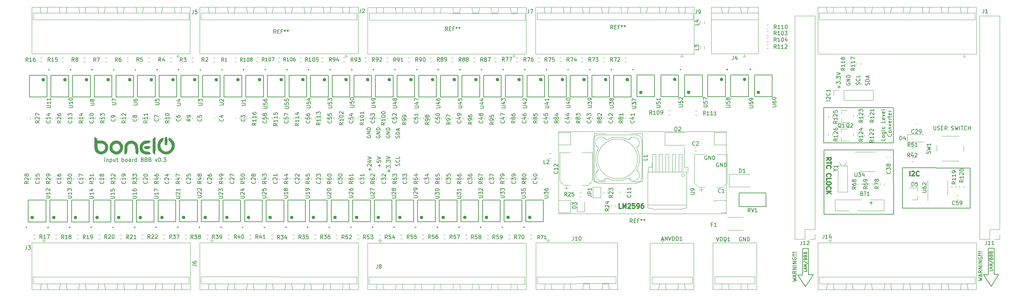
<source format=gbr>
%TF.GenerationSoftware,KiCad,Pcbnew,(5.1.12)-1*%
%TF.CreationDate,2021-12-06T16:24:31+01:00*%
%TF.ProjectId,boneIO_input board,626f6e65-494f-45f6-996e-70757420626f,rev?*%
%TF.SameCoordinates,Original*%
%TF.FileFunction,Legend,Top*%
%TF.FilePolarity,Positive*%
%FSLAX46Y46*%
G04 Gerber Fmt 4.6, Leading zero omitted, Abs format (unit mm)*
G04 Created by KiCad (PCBNEW (5.1.12)-1) date 2021-12-06 16:24:31*
%MOMM*%
%LPD*%
G01*
G04 APERTURE LIST*
%ADD10C,0.200000*%
%ADD11C,0.150000*%
%ADD12C,0.300000*%
%ADD13C,0.120000*%
%ADD14C,0.010000*%
G04 APERTURE END LIST*
D10*
X244492380Y-80748571D02*
X244492380Y-81224761D01*
X243492380Y-81224761D01*
X244492380Y-80272380D02*
X244444761Y-80367619D01*
X244397142Y-80415238D01*
X244301904Y-80462857D01*
X244016190Y-80462857D01*
X243920952Y-80415238D01*
X243873333Y-80367619D01*
X243825714Y-80272380D01*
X243825714Y-80129523D01*
X243873333Y-80034285D01*
X243920952Y-79986666D01*
X244016190Y-79939047D01*
X244301904Y-79939047D01*
X244397142Y-79986666D01*
X244444761Y-80034285D01*
X244492380Y-80129523D01*
X244492380Y-80272380D01*
X243825714Y-79081904D02*
X244635238Y-79081904D01*
X244730476Y-79129523D01*
X244778095Y-79177142D01*
X244825714Y-79272380D01*
X244825714Y-79415238D01*
X244778095Y-79510476D01*
X244444761Y-79081904D02*
X244492380Y-79177142D01*
X244492380Y-79367619D01*
X244444761Y-79462857D01*
X244397142Y-79510476D01*
X244301904Y-79558095D01*
X244016190Y-79558095D01*
X243920952Y-79510476D01*
X243873333Y-79462857D01*
X243825714Y-79367619D01*
X243825714Y-79177142D01*
X243873333Y-79081904D01*
X244492380Y-78605714D02*
X243825714Y-78605714D01*
X243492380Y-78605714D02*
X243540000Y-78653333D01*
X243587619Y-78605714D01*
X243540000Y-78558095D01*
X243492380Y-78605714D01*
X243587619Y-78605714D01*
X244444761Y-77700952D02*
X244492380Y-77796190D01*
X244492380Y-77986666D01*
X244444761Y-78081904D01*
X244397142Y-78129523D01*
X244301904Y-78177142D01*
X244016190Y-78177142D01*
X243920952Y-78129523D01*
X243873333Y-78081904D01*
X243825714Y-77986666D01*
X243825714Y-77796190D01*
X243873333Y-77700952D01*
X244492380Y-76034285D02*
X244492380Y-76510476D01*
X243492380Y-76510476D01*
X244444761Y-75320000D02*
X244492380Y-75415238D01*
X244492380Y-75605714D01*
X244444761Y-75700952D01*
X244349523Y-75748571D01*
X243968571Y-75748571D01*
X243873333Y-75700952D01*
X243825714Y-75605714D01*
X243825714Y-75415238D01*
X243873333Y-75320000D01*
X243968571Y-75272380D01*
X244063809Y-75272380D01*
X244159047Y-75748571D01*
X243825714Y-74939047D02*
X244492380Y-74700952D01*
X243825714Y-74462857D01*
X244444761Y-73700952D02*
X244492380Y-73796190D01*
X244492380Y-73986666D01*
X244444761Y-74081904D01*
X244349523Y-74129523D01*
X243968571Y-74129523D01*
X243873333Y-74081904D01*
X243825714Y-73986666D01*
X243825714Y-73796190D01*
X243873333Y-73700952D01*
X243968571Y-73653333D01*
X244063809Y-73653333D01*
X244159047Y-74129523D01*
X244492380Y-73081904D02*
X244444761Y-73177142D01*
X244349523Y-73224761D01*
X243492380Y-73224761D01*
X246097142Y-79558095D02*
X246144761Y-79605714D01*
X246192380Y-79748571D01*
X246192380Y-79843809D01*
X246144761Y-79986666D01*
X246049523Y-80081904D01*
X245954285Y-80129523D01*
X245763809Y-80177142D01*
X245620952Y-80177142D01*
X245430476Y-80129523D01*
X245335238Y-80081904D01*
X245240000Y-79986666D01*
X245192380Y-79843809D01*
X245192380Y-79748571D01*
X245240000Y-79605714D01*
X245287619Y-79558095D01*
X246192380Y-78986666D02*
X246144761Y-79081904D01*
X246097142Y-79129523D01*
X246001904Y-79177142D01*
X245716190Y-79177142D01*
X245620952Y-79129523D01*
X245573333Y-79081904D01*
X245525714Y-78986666D01*
X245525714Y-78843809D01*
X245573333Y-78748571D01*
X245620952Y-78700952D01*
X245716190Y-78653333D01*
X246001904Y-78653333D01*
X246097142Y-78700952D01*
X246144761Y-78748571D01*
X246192380Y-78843809D01*
X246192380Y-78986666D01*
X245525714Y-78224761D02*
X246192380Y-78224761D01*
X245620952Y-78224761D02*
X245573333Y-78177142D01*
X245525714Y-78081904D01*
X245525714Y-77939047D01*
X245573333Y-77843809D01*
X245668571Y-77796190D01*
X246192380Y-77796190D01*
X245525714Y-77415238D02*
X246192380Y-77177142D01*
X245525714Y-76939047D01*
X246144761Y-76177142D02*
X246192380Y-76272380D01*
X246192380Y-76462857D01*
X246144761Y-76558095D01*
X246049523Y-76605714D01*
X245668571Y-76605714D01*
X245573333Y-76558095D01*
X245525714Y-76462857D01*
X245525714Y-76272380D01*
X245573333Y-76177142D01*
X245668571Y-76129523D01*
X245763809Y-76129523D01*
X245859047Y-76605714D01*
X246192380Y-75700952D02*
X245525714Y-75700952D01*
X245716190Y-75700952D02*
X245620952Y-75653333D01*
X245573333Y-75605714D01*
X245525714Y-75510476D01*
X245525714Y-75415238D01*
X245525714Y-75224761D02*
X245525714Y-74843809D01*
X245192380Y-75081904D02*
X246049523Y-75081904D01*
X246144761Y-75034285D01*
X246192380Y-74939047D01*
X246192380Y-74843809D01*
X246144761Y-74129523D02*
X246192380Y-74224761D01*
X246192380Y-74415238D01*
X246144761Y-74510476D01*
X246049523Y-74558095D01*
X245668571Y-74558095D01*
X245573333Y-74510476D01*
X245525714Y-74415238D01*
X245525714Y-74224761D01*
X245573333Y-74129523D01*
X245668571Y-74081904D01*
X245763809Y-74081904D01*
X245859047Y-74558095D01*
X246192380Y-73653333D02*
X245525714Y-73653333D01*
X245716190Y-73653333D02*
X245620952Y-73605714D01*
X245573333Y-73558095D01*
X245525714Y-73462857D01*
X245525714Y-73367619D01*
D11*
X246650000Y-81850000D02*
X246650000Y-72670000D01*
X228480000Y-72670000D02*
X246650000Y-72670000D01*
X228480000Y-81850000D02*
X228480000Y-72670000D01*
X228480000Y-81850000D02*
X246650000Y-81850000D01*
D10*
X272561904Y-115023333D02*
X272561904Y-115404285D01*
X271761904Y-115404285D01*
X272333333Y-114794761D02*
X272333333Y-114413809D01*
X272561904Y-114870952D02*
X271761904Y-114604285D01*
X272561904Y-114337619D01*
X272561904Y-114070952D02*
X271761904Y-114070952D01*
X272561904Y-113613809D01*
X271761904Y-113613809D01*
X271723809Y-112661428D02*
X272752380Y-113347142D01*
X272142857Y-112128095D02*
X272180952Y-112013809D01*
X272219047Y-111975714D01*
X272295238Y-111937619D01*
X272409523Y-111937619D01*
X272485714Y-111975714D01*
X272523809Y-112013809D01*
X272561904Y-112090000D01*
X272561904Y-112394761D01*
X271761904Y-112394761D01*
X271761904Y-112128095D01*
X271800000Y-112051904D01*
X271838095Y-112013809D01*
X271914285Y-111975714D01*
X271990476Y-111975714D01*
X272066666Y-112013809D01*
X272104761Y-112051904D01*
X272142857Y-112128095D01*
X272142857Y-112394761D01*
X272142857Y-111328095D02*
X272180952Y-111213809D01*
X272219047Y-111175714D01*
X272295238Y-111137619D01*
X272409523Y-111137619D01*
X272485714Y-111175714D01*
X272523809Y-111213809D01*
X272561904Y-111290000D01*
X272561904Y-111594761D01*
X271761904Y-111594761D01*
X271761904Y-111328095D01*
X271800000Y-111251904D01*
X271838095Y-111213809D01*
X271914285Y-111175714D01*
X271990476Y-111175714D01*
X272066666Y-111213809D01*
X272104761Y-111251904D01*
X272142857Y-111328095D01*
X272142857Y-111594761D01*
X272142857Y-110528095D02*
X272180952Y-110413809D01*
X272219047Y-110375714D01*
X272295238Y-110337619D01*
X272409523Y-110337619D01*
X272485714Y-110375714D01*
X272523809Y-110413809D01*
X272561904Y-110490000D01*
X272561904Y-110794761D01*
X271761904Y-110794761D01*
X271761904Y-110528095D01*
X271800000Y-110451904D01*
X271838095Y-110413809D01*
X271914285Y-110375714D01*
X271990476Y-110375714D01*
X272066666Y-110413809D01*
X272104761Y-110451904D01*
X272142857Y-110528095D01*
X272142857Y-110794761D01*
X268902380Y-117998095D02*
X269902380Y-117760000D01*
X269188095Y-117569523D01*
X269902380Y-117379047D01*
X268902380Y-117140952D01*
X269616666Y-116807619D02*
X269616666Y-116331428D01*
X269902380Y-116902857D02*
X268902380Y-116569523D01*
X269902380Y-116236190D01*
X269902380Y-115331428D02*
X269426190Y-115664761D01*
X269902380Y-115902857D02*
X268902380Y-115902857D01*
X268902380Y-115521904D01*
X268950000Y-115426666D01*
X268997619Y-115379047D01*
X269092857Y-115331428D01*
X269235714Y-115331428D01*
X269330952Y-115379047D01*
X269378571Y-115426666D01*
X269426190Y-115521904D01*
X269426190Y-115902857D01*
X269902380Y-114902857D02*
X268902380Y-114902857D01*
X269902380Y-114331428D01*
X268902380Y-114331428D01*
X269902380Y-113855238D02*
X268902380Y-113855238D01*
X269902380Y-113379047D02*
X268902380Y-113379047D01*
X269902380Y-112807619D01*
X268902380Y-112807619D01*
X268950000Y-111807619D02*
X268902380Y-111902857D01*
X268902380Y-112045714D01*
X268950000Y-112188571D01*
X269045238Y-112283809D01*
X269140476Y-112331428D01*
X269330952Y-112379047D01*
X269473809Y-112379047D01*
X269664285Y-112331428D01*
X269759523Y-112283809D01*
X269854761Y-112188571D01*
X269902380Y-112045714D01*
X269902380Y-111950476D01*
X269854761Y-111807619D01*
X269807142Y-111760000D01*
X269473809Y-111760000D01*
X269473809Y-111950476D01*
X269807142Y-111331428D02*
X269854761Y-111283809D01*
X269902380Y-111331428D01*
X269854761Y-111379047D01*
X269807142Y-111331428D01*
X269902380Y-111331428D01*
X269521428Y-111331428D02*
X268950000Y-111379047D01*
X268902380Y-111331428D01*
X268950000Y-111283809D01*
X269521428Y-111331428D01*
X268902380Y-111331428D01*
X269807142Y-110855238D02*
X269854761Y-110807619D01*
X269902380Y-110855238D01*
X269854761Y-110902857D01*
X269807142Y-110855238D01*
X269902380Y-110855238D01*
X269521428Y-110855238D02*
X268950000Y-110902857D01*
X268902380Y-110855238D01*
X268950000Y-110807619D01*
X269521428Y-110855238D01*
X268902380Y-110855238D01*
X269807142Y-110379047D02*
X269854761Y-110331428D01*
X269902380Y-110379047D01*
X269854761Y-110426666D01*
X269807142Y-110379047D01*
X269902380Y-110379047D01*
X269521428Y-110379047D02*
X268950000Y-110426666D01*
X268902380Y-110379047D01*
X268950000Y-110331428D01*
X269521428Y-110379047D01*
X268902380Y-110379047D01*
X220332380Y-118148095D02*
X221332380Y-117910000D01*
X220618095Y-117719523D01*
X221332380Y-117529047D01*
X220332380Y-117290952D01*
X221046666Y-116957619D02*
X221046666Y-116481428D01*
X221332380Y-117052857D02*
X220332380Y-116719523D01*
X221332380Y-116386190D01*
X221332380Y-115481428D02*
X220856190Y-115814761D01*
X221332380Y-116052857D02*
X220332380Y-116052857D01*
X220332380Y-115671904D01*
X220380000Y-115576666D01*
X220427619Y-115529047D01*
X220522857Y-115481428D01*
X220665714Y-115481428D01*
X220760952Y-115529047D01*
X220808571Y-115576666D01*
X220856190Y-115671904D01*
X220856190Y-116052857D01*
X221332380Y-115052857D02*
X220332380Y-115052857D01*
X221332380Y-114481428D01*
X220332380Y-114481428D01*
X221332380Y-114005238D02*
X220332380Y-114005238D01*
X221332380Y-113529047D02*
X220332380Y-113529047D01*
X221332380Y-112957619D01*
X220332380Y-112957619D01*
X220380000Y-111957619D02*
X220332380Y-112052857D01*
X220332380Y-112195714D01*
X220380000Y-112338571D01*
X220475238Y-112433809D01*
X220570476Y-112481428D01*
X220760952Y-112529047D01*
X220903809Y-112529047D01*
X221094285Y-112481428D01*
X221189523Y-112433809D01*
X221284761Y-112338571D01*
X221332380Y-112195714D01*
X221332380Y-112100476D01*
X221284761Y-111957619D01*
X221237142Y-111910000D01*
X220903809Y-111910000D01*
X220903809Y-112100476D01*
X221237142Y-111481428D02*
X221284761Y-111433809D01*
X221332380Y-111481428D01*
X221284761Y-111529047D01*
X221237142Y-111481428D01*
X221332380Y-111481428D01*
X220951428Y-111481428D02*
X220380000Y-111529047D01*
X220332380Y-111481428D01*
X220380000Y-111433809D01*
X220951428Y-111481428D01*
X220332380Y-111481428D01*
X221237142Y-111005238D02*
X221284761Y-110957619D01*
X221332380Y-111005238D01*
X221284761Y-111052857D01*
X221237142Y-111005238D01*
X221332380Y-111005238D01*
X220951428Y-111005238D02*
X220380000Y-111052857D01*
X220332380Y-111005238D01*
X220380000Y-110957619D01*
X220951428Y-111005238D01*
X220332380Y-111005238D01*
X221237142Y-110529047D02*
X221284761Y-110481428D01*
X221332380Y-110529047D01*
X221284761Y-110576666D01*
X221237142Y-110529047D01*
X221332380Y-110529047D01*
X220951428Y-110529047D02*
X220380000Y-110576666D01*
X220332380Y-110529047D01*
X220380000Y-110481428D01*
X220951428Y-110529047D01*
X220332380Y-110529047D01*
X224121904Y-115173333D02*
X224121904Y-115554285D01*
X223321904Y-115554285D01*
X223893333Y-114944761D02*
X223893333Y-114563809D01*
X224121904Y-115020952D02*
X223321904Y-114754285D01*
X224121904Y-114487619D01*
X224121904Y-114220952D02*
X223321904Y-114220952D01*
X224121904Y-113763809D01*
X223321904Y-113763809D01*
X223283809Y-112811428D02*
X224312380Y-113497142D01*
X223702857Y-112278095D02*
X223740952Y-112163809D01*
X223779047Y-112125714D01*
X223855238Y-112087619D01*
X223969523Y-112087619D01*
X224045714Y-112125714D01*
X224083809Y-112163809D01*
X224121904Y-112240000D01*
X224121904Y-112544761D01*
X223321904Y-112544761D01*
X223321904Y-112278095D01*
X223360000Y-112201904D01*
X223398095Y-112163809D01*
X223474285Y-112125714D01*
X223550476Y-112125714D01*
X223626666Y-112163809D01*
X223664761Y-112201904D01*
X223702857Y-112278095D01*
X223702857Y-112544761D01*
X223702857Y-111478095D02*
X223740952Y-111363809D01*
X223779047Y-111325714D01*
X223855238Y-111287619D01*
X223969523Y-111287619D01*
X224045714Y-111325714D01*
X224083809Y-111363809D01*
X224121904Y-111440000D01*
X224121904Y-111744761D01*
X223321904Y-111744761D01*
X223321904Y-111478095D01*
X223360000Y-111401904D01*
X223398095Y-111363809D01*
X223474285Y-111325714D01*
X223550476Y-111325714D01*
X223626666Y-111363809D01*
X223664761Y-111401904D01*
X223702857Y-111478095D01*
X223702857Y-111744761D01*
X223702857Y-110678095D02*
X223740952Y-110563809D01*
X223779047Y-110525714D01*
X223855238Y-110487619D01*
X223969523Y-110487619D01*
X224045714Y-110525714D01*
X224083809Y-110563809D01*
X224121904Y-110640000D01*
X224121904Y-110944761D01*
X223321904Y-110944761D01*
X223321904Y-110678095D01*
X223360000Y-110601904D01*
X223398095Y-110563809D01*
X223474285Y-110525714D01*
X223550476Y-110525714D01*
X223626666Y-110563809D01*
X223664761Y-110601904D01*
X223702857Y-110678095D01*
X223702857Y-110944761D01*
D11*
X222990000Y-109580000D02*
X224500000Y-109580000D01*
X221740000Y-116470000D02*
X223750000Y-119530000D01*
X222990000Y-116470000D02*
X221740000Y-116470000D01*
X223750000Y-119530000D02*
X225750000Y-116440000D01*
X224500000Y-109580000D02*
X224500000Y-116440000D01*
X222990000Y-109590000D02*
X222990000Y-116450000D01*
X225750000Y-116440000D02*
X224500000Y-116440000D01*
X271470000Y-109480000D02*
X272980000Y-109480000D01*
X272230000Y-119430000D02*
X274230000Y-116340000D01*
X274230000Y-116340000D02*
X272980000Y-116340000D01*
X272980000Y-109480000D02*
X272980000Y-116340000D01*
X270220000Y-116370000D02*
X272230000Y-119430000D01*
X271470000Y-116370000D02*
X270220000Y-116370000D01*
X271470000Y-109490000D02*
X271470000Y-116350000D01*
X197978095Y-85320000D02*
X197882857Y-85272380D01*
X197740000Y-85272380D01*
X197597142Y-85320000D01*
X197501904Y-85415238D01*
X197454285Y-85510476D01*
X197406666Y-85700952D01*
X197406666Y-85843809D01*
X197454285Y-86034285D01*
X197501904Y-86129523D01*
X197597142Y-86224761D01*
X197740000Y-86272380D01*
X197835238Y-86272380D01*
X197978095Y-86224761D01*
X198025714Y-86177142D01*
X198025714Y-85843809D01*
X197835238Y-85843809D01*
X198454285Y-86272380D02*
X198454285Y-85272380D01*
X199025714Y-86272380D01*
X199025714Y-85272380D01*
X199501904Y-86272380D02*
X199501904Y-85272380D01*
X199740000Y-85272380D01*
X199882857Y-85320000D01*
X199978095Y-85415238D01*
X200025714Y-85510476D01*
X200073333Y-85700952D01*
X200073333Y-85843809D01*
X200025714Y-86034285D01*
X199978095Y-86129523D01*
X199882857Y-86224761D01*
X199740000Y-86272380D01*
X199501904Y-86272380D01*
X201018095Y-87180000D02*
X200922857Y-87132380D01*
X200780000Y-87132380D01*
X200637142Y-87180000D01*
X200541904Y-87275238D01*
X200494285Y-87370476D01*
X200446666Y-87560952D01*
X200446666Y-87703809D01*
X200494285Y-87894285D01*
X200541904Y-87989523D01*
X200637142Y-88084761D01*
X200780000Y-88132380D01*
X200875238Y-88132380D01*
X201018095Y-88084761D01*
X201065714Y-88037142D01*
X201065714Y-87703809D01*
X200875238Y-87703809D01*
X201494285Y-88132380D02*
X201494285Y-87132380D01*
X202065714Y-88132380D01*
X202065714Y-87132380D01*
X202541904Y-88132380D02*
X202541904Y-87132380D01*
X202780000Y-87132380D01*
X202922857Y-87180000D01*
X203018095Y-87275238D01*
X203065714Y-87370476D01*
X203113333Y-87560952D01*
X203113333Y-87703809D01*
X203065714Y-87894285D01*
X203018095Y-87989523D01*
X202922857Y-88084761D01*
X202780000Y-88132380D01*
X202541904Y-88132380D01*
X246700000Y-83760000D02*
X246740000Y-100575000D01*
X228530000Y-100565000D02*
X246740000Y-100575000D01*
X228530000Y-83760000D02*
X246700000Y-83760000D01*
X228530000Y-83780000D02*
X228530000Y-100570000D01*
X114921428Y-89570000D02*
X114921428Y-88808095D01*
X115302380Y-89189047D02*
X114540476Y-89189047D01*
X114302380Y-88427142D02*
X114302380Y-87808095D01*
X114683333Y-88141428D01*
X114683333Y-87998571D01*
X114730952Y-87903333D01*
X114778571Y-87855714D01*
X114873809Y-87808095D01*
X115111904Y-87808095D01*
X115207142Y-87855714D01*
X115254761Y-87903333D01*
X115302380Y-87998571D01*
X115302380Y-88284285D01*
X115254761Y-88379523D01*
X115207142Y-88427142D01*
X115207142Y-87379523D02*
X115254761Y-87331904D01*
X115302380Y-87379523D01*
X115254761Y-87427142D01*
X115207142Y-87379523D01*
X115302380Y-87379523D01*
X114302380Y-86998571D02*
X114302380Y-86379523D01*
X114683333Y-86712857D01*
X114683333Y-86570000D01*
X114730952Y-86474761D01*
X114778571Y-86427142D01*
X114873809Y-86379523D01*
X115111904Y-86379523D01*
X115207142Y-86427142D01*
X115254761Y-86474761D01*
X115302380Y-86570000D01*
X115302380Y-86855714D01*
X115254761Y-86950952D01*
X115207142Y-86998571D01*
X114302380Y-86093809D02*
X115302380Y-85760476D01*
X114302380Y-85427142D01*
X114240000Y-80021904D02*
X114192380Y-80117142D01*
X114192380Y-80260000D01*
X114240000Y-80402857D01*
X114335238Y-80498095D01*
X114430476Y-80545714D01*
X114620952Y-80593333D01*
X114763809Y-80593333D01*
X114954285Y-80545714D01*
X115049523Y-80498095D01*
X115144761Y-80402857D01*
X115192380Y-80260000D01*
X115192380Y-80164761D01*
X115144761Y-80021904D01*
X115097142Y-79974285D01*
X114763809Y-79974285D01*
X114763809Y-80164761D01*
X115192380Y-79545714D02*
X114192380Y-79545714D01*
X115192380Y-78974285D01*
X114192380Y-78974285D01*
X115192380Y-78498095D02*
X114192380Y-78498095D01*
X114192380Y-78260000D01*
X114240000Y-78117142D01*
X114335238Y-78021904D01*
X114430476Y-77974285D01*
X114620952Y-77926666D01*
X114763809Y-77926666D01*
X114954285Y-77974285D01*
X115049523Y-78021904D01*
X115144761Y-78117142D01*
X115192380Y-78260000D01*
X115192380Y-78498095D01*
X117704761Y-87910476D02*
X117752380Y-87767619D01*
X117752380Y-87529523D01*
X117704761Y-87434285D01*
X117657142Y-87386666D01*
X117561904Y-87339047D01*
X117466666Y-87339047D01*
X117371428Y-87386666D01*
X117323809Y-87434285D01*
X117276190Y-87529523D01*
X117228571Y-87720000D01*
X117180952Y-87815238D01*
X117133333Y-87862857D01*
X117038095Y-87910476D01*
X116942857Y-87910476D01*
X116847619Y-87862857D01*
X116800000Y-87815238D01*
X116752380Y-87720000D01*
X116752380Y-87481904D01*
X116800000Y-87339047D01*
X117657142Y-86339047D02*
X117704761Y-86386666D01*
X117752380Y-86529523D01*
X117752380Y-86624761D01*
X117704761Y-86767619D01*
X117609523Y-86862857D01*
X117514285Y-86910476D01*
X117323809Y-86958095D01*
X117180952Y-86958095D01*
X116990476Y-86910476D01*
X116895238Y-86862857D01*
X116800000Y-86767619D01*
X116752380Y-86624761D01*
X116752380Y-86529523D01*
X116800000Y-86386666D01*
X116847619Y-86339047D01*
X117752380Y-85434285D02*
X117752380Y-85910476D01*
X116752380Y-85910476D01*
X232471428Y-67580000D02*
X232471428Y-66818095D01*
X232852380Y-67199047D02*
X232090476Y-67199047D01*
X231852380Y-66437142D02*
X231852380Y-65818095D01*
X232233333Y-66151428D01*
X232233333Y-66008571D01*
X232280952Y-65913333D01*
X232328571Y-65865714D01*
X232423809Y-65818095D01*
X232661904Y-65818095D01*
X232757142Y-65865714D01*
X232804761Y-65913333D01*
X232852380Y-66008571D01*
X232852380Y-66294285D01*
X232804761Y-66389523D01*
X232757142Y-66437142D01*
X232757142Y-65389523D02*
X232804761Y-65341904D01*
X232852380Y-65389523D01*
X232804761Y-65437142D01*
X232757142Y-65389523D01*
X232852380Y-65389523D01*
X231852380Y-65008571D02*
X231852380Y-64389523D01*
X232233333Y-64722857D01*
X232233333Y-64580000D01*
X232280952Y-64484761D01*
X232328571Y-64437142D01*
X232423809Y-64389523D01*
X232661904Y-64389523D01*
X232757142Y-64437142D01*
X232804761Y-64484761D01*
X232852380Y-64580000D01*
X232852380Y-64865714D01*
X232804761Y-64960952D01*
X232757142Y-65008571D01*
X231852380Y-64103809D02*
X232852380Y-63770476D01*
X231852380Y-63437142D01*
X237934761Y-66620476D02*
X237982380Y-66477619D01*
X237982380Y-66239523D01*
X237934761Y-66144285D01*
X237887142Y-66096666D01*
X237791904Y-66049047D01*
X237696666Y-66049047D01*
X237601428Y-66096666D01*
X237553809Y-66144285D01*
X237506190Y-66239523D01*
X237458571Y-66430000D01*
X237410952Y-66525238D01*
X237363333Y-66572857D01*
X237268095Y-66620476D01*
X237172857Y-66620476D01*
X237077619Y-66572857D01*
X237030000Y-66525238D01*
X236982380Y-66430000D01*
X236982380Y-66191904D01*
X237030000Y-66049047D01*
X237887142Y-65049047D02*
X237934761Y-65096666D01*
X237982380Y-65239523D01*
X237982380Y-65334761D01*
X237934761Y-65477619D01*
X237839523Y-65572857D01*
X237744285Y-65620476D01*
X237553809Y-65668095D01*
X237410952Y-65668095D01*
X237220476Y-65620476D01*
X237125238Y-65572857D01*
X237030000Y-65477619D01*
X236982380Y-65334761D01*
X236982380Y-65239523D01*
X237030000Y-65096666D01*
X237077619Y-65049047D01*
X237982380Y-64144285D02*
X237982380Y-64620476D01*
X236982380Y-64620476D01*
X117694761Y-80614285D02*
X117742380Y-80471428D01*
X117742380Y-80233333D01*
X117694761Y-80138095D01*
X117647142Y-80090476D01*
X117551904Y-80042857D01*
X117456666Y-80042857D01*
X117361428Y-80090476D01*
X117313809Y-80138095D01*
X117266190Y-80233333D01*
X117218571Y-80423809D01*
X117170952Y-80519047D01*
X117123333Y-80566666D01*
X117028095Y-80614285D01*
X116932857Y-80614285D01*
X116837619Y-80566666D01*
X116790000Y-80519047D01*
X116742380Y-80423809D01*
X116742380Y-80185714D01*
X116790000Y-80042857D01*
X117742380Y-79614285D02*
X116742380Y-79614285D01*
X116742380Y-79376190D01*
X116790000Y-79233333D01*
X116885238Y-79138095D01*
X116980476Y-79090476D01*
X117170952Y-79042857D01*
X117313809Y-79042857D01*
X117504285Y-79090476D01*
X117599523Y-79138095D01*
X117694761Y-79233333D01*
X117742380Y-79376190D01*
X117742380Y-79614285D01*
X117456666Y-78661904D02*
X117456666Y-78185714D01*
X117742380Y-78757142D02*
X116742380Y-78423809D01*
X117742380Y-78090476D01*
X234480000Y-66191904D02*
X234432380Y-66287142D01*
X234432380Y-66430000D01*
X234480000Y-66572857D01*
X234575238Y-66668095D01*
X234670476Y-66715714D01*
X234860952Y-66763333D01*
X235003809Y-66763333D01*
X235194285Y-66715714D01*
X235289523Y-66668095D01*
X235384761Y-66572857D01*
X235432380Y-66430000D01*
X235432380Y-66334761D01*
X235384761Y-66191904D01*
X235337142Y-66144285D01*
X235003809Y-66144285D01*
X235003809Y-66334761D01*
X235432380Y-65715714D02*
X234432380Y-65715714D01*
X235432380Y-65144285D01*
X234432380Y-65144285D01*
X235432380Y-64668095D02*
X234432380Y-64668095D01*
X234432380Y-64430000D01*
X234480000Y-64287142D01*
X234575238Y-64191904D01*
X234670476Y-64144285D01*
X234860952Y-64096666D01*
X235003809Y-64096666D01*
X235194285Y-64144285D01*
X235289523Y-64191904D01*
X235384761Y-64287142D01*
X235432380Y-64430000D01*
X235432380Y-64668095D01*
D12*
X175650000Y-99012857D02*
X175078571Y-99012857D01*
X175078571Y-97812857D01*
X176050000Y-99012857D02*
X176050000Y-97812857D01*
X176450000Y-98670000D01*
X176850000Y-97812857D01*
X176850000Y-99012857D01*
X177364285Y-97927142D02*
X177421428Y-97870000D01*
X177535714Y-97812857D01*
X177821428Y-97812857D01*
X177935714Y-97870000D01*
X177992857Y-97927142D01*
X178050000Y-98041428D01*
X178050000Y-98155714D01*
X177992857Y-98327142D01*
X177307142Y-99012857D01*
X178050000Y-99012857D01*
X179135714Y-97812857D02*
X178564285Y-97812857D01*
X178507142Y-98384285D01*
X178564285Y-98327142D01*
X178678571Y-98270000D01*
X178964285Y-98270000D01*
X179078571Y-98327142D01*
X179135714Y-98384285D01*
X179192857Y-98498571D01*
X179192857Y-98784285D01*
X179135714Y-98898571D01*
X179078571Y-98955714D01*
X178964285Y-99012857D01*
X178678571Y-99012857D01*
X178564285Y-98955714D01*
X178507142Y-98898571D01*
X179764285Y-99012857D02*
X179992857Y-99012857D01*
X180107142Y-98955714D01*
X180164285Y-98898571D01*
X180278571Y-98727142D01*
X180335714Y-98498571D01*
X180335714Y-98041428D01*
X180278571Y-97927142D01*
X180221428Y-97870000D01*
X180107142Y-97812857D01*
X179878571Y-97812857D01*
X179764285Y-97870000D01*
X179707142Y-97927142D01*
X179650000Y-98041428D01*
X179650000Y-98327142D01*
X179707142Y-98441428D01*
X179764285Y-98498571D01*
X179878571Y-98555714D01*
X180107142Y-98555714D01*
X180221428Y-98498571D01*
X180278571Y-98441428D01*
X180335714Y-98327142D01*
X181364285Y-97812857D02*
X181135714Y-97812857D01*
X181021428Y-97870000D01*
X180964285Y-97927142D01*
X180850000Y-98098571D01*
X180792857Y-98327142D01*
X180792857Y-98784285D01*
X180850000Y-98898571D01*
X180907142Y-98955714D01*
X181021428Y-99012857D01*
X181250000Y-99012857D01*
X181364285Y-98955714D01*
X181421428Y-98898571D01*
X181478571Y-98784285D01*
X181478571Y-98498571D01*
X181421428Y-98384285D01*
X181364285Y-98327142D01*
X181250000Y-98270000D01*
X181021428Y-98270000D01*
X180907142Y-98327142D01*
X180850000Y-98384285D01*
X180792857Y-98498571D01*
D11*
X111690000Y-80011904D02*
X111642380Y-80107142D01*
X111642380Y-80250000D01*
X111690000Y-80392857D01*
X111785238Y-80488095D01*
X111880476Y-80535714D01*
X112070952Y-80583333D01*
X112213809Y-80583333D01*
X112404285Y-80535714D01*
X112499523Y-80488095D01*
X112594761Y-80392857D01*
X112642380Y-80250000D01*
X112642380Y-80154761D01*
X112594761Y-80011904D01*
X112547142Y-79964285D01*
X112213809Y-79964285D01*
X112213809Y-80154761D01*
X112642380Y-79535714D02*
X111642380Y-79535714D01*
X112642380Y-78964285D01*
X111642380Y-78964285D01*
X112642380Y-78488095D02*
X111642380Y-78488095D01*
X111642380Y-78250000D01*
X111690000Y-78107142D01*
X111785238Y-78011904D01*
X111880476Y-77964285D01*
X112070952Y-77916666D01*
X112213809Y-77916666D01*
X112404285Y-77964285D01*
X112499523Y-78011904D01*
X112594761Y-78107142D01*
X112642380Y-78250000D01*
X112642380Y-78488095D01*
X257239285Y-77502380D02*
X257239285Y-78311904D01*
X257286904Y-78407142D01*
X257334523Y-78454761D01*
X257429761Y-78502380D01*
X257620238Y-78502380D01*
X257715476Y-78454761D01*
X257763095Y-78407142D01*
X257810714Y-78311904D01*
X257810714Y-77502380D01*
X258239285Y-78454761D02*
X258382142Y-78502380D01*
X258620238Y-78502380D01*
X258715476Y-78454761D01*
X258763095Y-78407142D01*
X258810714Y-78311904D01*
X258810714Y-78216666D01*
X258763095Y-78121428D01*
X258715476Y-78073809D01*
X258620238Y-78026190D01*
X258429761Y-77978571D01*
X258334523Y-77930952D01*
X258286904Y-77883333D01*
X258239285Y-77788095D01*
X258239285Y-77692857D01*
X258286904Y-77597619D01*
X258334523Y-77550000D01*
X258429761Y-77502380D01*
X258667857Y-77502380D01*
X258810714Y-77550000D01*
X259239285Y-77978571D02*
X259572619Y-77978571D01*
X259715476Y-78502380D02*
X259239285Y-78502380D01*
X259239285Y-77502380D01*
X259715476Y-77502380D01*
X260715476Y-78502380D02*
X260382142Y-78026190D01*
X260144047Y-78502380D02*
X260144047Y-77502380D01*
X260525000Y-77502380D01*
X260620238Y-77550000D01*
X260667857Y-77597619D01*
X260715476Y-77692857D01*
X260715476Y-77835714D01*
X260667857Y-77930952D01*
X260620238Y-77978571D01*
X260525000Y-78026190D01*
X260144047Y-78026190D01*
X261858333Y-78454761D02*
X262001190Y-78502380D01*
X262239285Y-78502380D01*
X262334523Y-78454761D01*
X262382142Y-78407142D01*
X262429761Y-78311904D01*
X262429761Y-78216666D01*
X262382142Y-78121428D01*
X262334523Y-78073809D01*
X262239285Y-78026190D01*
X262048809Y-77978571D01*
X261953571Y-77930952D01*
X261905952Y-77883333D01*
X261858333Y-77788095D01*
X261858333Y-77692857D01*
X261905952Y-77597619D01*
X261953571Y-77550000D01*
X262048809Y-77502380D01*
X262286904Y-77502380D01*
X262429761Y-77550000D01*
X262763095Y-77502380D02*
X263001190Y-78502380D01*
X263191666Y-77788095D01*
X263382142Y-78502380D01*
X263620238Y-77502380D01*
X264001190Y-78502380D02*
X264001190Y-77502380D01*
X264334523Y-77502380D02*
X264905952Y-77502380D01*
X264620238Y-78502380D02*
X264620238Y-77502380D01*
X265810714Y-78407142D02*
X265763095Y-78454761D01*
X265620238Y-78502380D01*
X265525000Y-78502380D01*
X265382142Y-78454761D01*
X265286904Y-78359523D01*
X265239285Y-78264285D01*
X265191666Y-78073809D01*
X265191666Y-77930952D01*
X265239285Y-77740476D01*
X265286904Y-77645238D01*
X265382142Y-77550000D01*
X265525000Y-77502380D01*
X265620238Y-77502380D01*
X265763095Y-77550000D01*
X265810714Y-77597619D01*
X266239285Y-78502380D02*
X266239285Y-77502380D01*
X266239285Y-77978571D02*
X266810714Y-77978571D01*
X266810714Y-78502380D02*
X266810714Y-77502380D01*
X40698809Y-86777380D02*
X40698809Y-86110714D01*
X40698809Y-85777380D02*
X40651190Y-85825000D01*
X40698809Y-85872619D01*
X40746428Y-85825000D01*
X40698809Y-85777380D01*
X40698809Y-85872619D01*
X41175000Y-86110714D02*
X41175000Y-86777380D01*
X41175000Y-86205952D02*
X41222619Y-86158333D01*
X41317857Y-86110714D01*
X41460714Y-86110714D01*
X41555952Y-86158333D01*
X41603571Y-86253571D01*
X41603571Y-86777380D01*
X42079761Y-86110714D02*
X42079761Y-87110714D01*
X42079761Y-86158333D02*
X42175000Y-86110714D01*
X42365476Y-86110714D01*
X42460714Y-86158333D01*
X42508333Y-86205952D01*
X42555952Y-86301190D01*
X42555952Y-86586904D01*
X42508333Y-86682142D01*
X42460714Y-86729761D01*
X42365476Y-86777380D01*
X42175000Y-86777380D01*
X42079761Y-86729761D01*
X43413095Y-86110714D02*
X43413095Y-86777380D01*
X42984523Y-86110714D02*
X42984523Y-86634523D01*
X43032142Y-86729761D01*
X43127380Y-86777380D01*
X43270238Y-86777380D01*
X43365476Y-86729761D01*
X43413095Y-86682142D01*
X43746428Y-86110714D02*
X44127380Y-86110714D01*
X43889285Y-85777380D02*
X43889285Y-86634523D01*
X43936904Y-86729761D01*
X44032142Y-86777380D01*
X44127380Y-86777380D01*
X45222619Y-86777380D02*
X45222619Y-85777380D01*
X45222619Y-86158333D02*
X45317857Y-86110714D01*
X45508333Y-86110714D01*
X45603571Y-86158333D01*
X45651190Y-86205952D01*
X45698809Y-86301190D01*
X45698809Y-86586904D01*
X45651190Y-86682142D01*
X45603571Y-86729761D01*
X45508333Y-86777380D01*
X45317857Y-86777380D01*
X45222619Y-86729761D01*
X46270238Y-86777380D02*
X46175000Y-86729761D01*
X46127380Y-86682142D01*
X46079761Y-86586904D01*
X46079761Y-86301190D01*
X46127380Y-86205952D01*
X46175000Y-86158333D01*
X46270238Y-86110714D01*
X46413095Y-86110714D01*
X46508333Y-86158333D01*
X46555952Y-86205952D01*
X46603571Y-86301190D01*
X46603571Y-86586904D01*
X46555952Y-86682142D01*
X46508333Y-86729761D01*
X46413095Y-86777380D01*
X46270238Y-86777380D01*
X47460714Y-86777380D02*
X47460714Y-86253571D01*
X47413095Y-86158333D01*
X47317857Y-86110714D01*
X47127380Y-86110714D01*
X47032142Y-86158333D01*
X47460714Y-86729761D02*
X47365476Y-86777380D01*
X47127380Y-86777380D01*
X47032142Y-86729761D01*
X46984523Y-86634523D01*
X46984523Y-86539285D01*
X47032142Y-86444047D01*
X47127380Y-86396428D01*
X47365476Y-86396428D01*
X47460714Y-86348809D01*
X47936904Y-86777380D02*
X47936904Y-86110714D01*
X47936904Y-86301190D02*
X47984523Y-86205952D01*
X48032142Y-86158333D01*
X48127380Y-86110714D01*
X48222619Y-86110714D01*
X48984523Y-86777380D02*
X48984523Y-85777380D01*
X48984523Y-86729761D02*
X48889285Y-86777380D01*
X48698809Y-86777380D01*
X48603571Y-86729761D01*
X48555952Y-86682142D01*
X48508333Y-86586904D01*
X48508333Y-86301190D01*
X48555952Y-86205952D01*
X48603571Y-86158333D01*
X48698809Y-86110714D01*
X48889285Y-86110714D01*
X48984523Y-86158333D01*
X50555952Y-86253571D02*
X50698809Y-86301190D01*
X50746428Y-86348809D01*
X50794047Y-86444047D01*
X50794047Y-86586904D01*
X50746428Y-86682142D01*
X50698809Y-86729761D01*
X50603571Y-86777380D01*
X50222619Y-86777380D01*
X50222619Y-85777380D01*
X50555952Y-85777380D01*
X50651190Y-85825000D01*
X50698809Y-85872619D01*
X50746428Y-85967857D01*
X50746428Y-86063095D01*
X50698809Y-86158333D01*
X50651190Y-86205952D01*
X50555952Y-86253571D01*
X50222619Y-86253571D01*
X51555952Y-86253571D02*
X51698809Y-86301190D01*
X51746428Y-86348809D01*
X51794047Y-86444047D01*
X51794047Y-86586904D01*
X51746428Y-86682142D01*
X51698809Y-86729761D01*
X51603571Y-86777380D01*
X51222619Y-86777380D01*
X51222619Y-85777380D01*
X51555952Y-85777380D01*
X51651190Y-85825000D01*
X51698809Y-85872619D01*
X51746428Y-85967857D01*
X51746428Y-86063095D01*
X51698809Y-86158333D01*
X51651190Y-86205952D01*
X51555952Y-86253571D01*
X51222619Y-86253571D01*
X52555952Y-86253571D02*
X52698809Y-86301190D01*
X52746428Y-86348809D01*
X52794047Y-86444047D01*
X52794047Y-86586904D01*
X52746428Y-86682142D01*
X52698809Y-86729761D01*
X52603571Y-86777380D01*
X52222619Y-86777380D01*
X52222619Y-85777380D01*
X52555952Y-85777380D01*
X52651190Y-85825000D01*
X52698809Y-85872619D01*
X52746428Y-85967857D01*
X52746428Y-86063095D01*
X52698809Y-86158333D01*
X52651190Y-86205952D01*
X52555952Y-86253571D01*
X52222619Y-86253571D01*
X53889285Y-86110714D02*
X54127380Y-86777380D01*
X54365476Y-86110714D01*
X54936904Y-85777380D02*
X55032142Y-85777380D01*
X55127380Y-85825000D01*
X55174999Y-85872619D01*
X55222619Y-85967857D01*
X55270238Y-86158333D01*
X55270238Y-86396428D01*
X55222619Y-86586904D01*
X55174999Y-86682142D01*
X55127380Y-86729761D01*
X55032142Y-86777380D01*
X54936904Y-86777380D01*
X54841666Y-86729761D01*
X54794047Y-86682142D01*
X54746428Y-86586904D01*
X54698809Y-86396428D01*
X54698809Y-86158333D01*
X54746428Y-85967857D01*
X54794047Y-85872619D01*
X54841666Y-85825000D01*
X54936904Y-85777380D01*
X55698809Y-86682142D02*
X55746428Y-86729761D01*
X55698809Y-86777380D01*
X55651190Y-86729761D01*
X55698809Y-86682142D01*
X55698809Y-86777380D01*
X56079761Y-85777380D02*
X56698809Y-85777380D01*
X56365476Y-86158333D01*
X56508333Y-86158333D01*
X56603571Y-86205952D01*
X56651190Y-86253571D01*
X56698809Y-86348809D01*
X56698809Y-86586904D01*
X56651190Y-86682142D01*
X56603571Y-86729761D01*
X56508333Y-86777380D01*
X56222619Y-86777380D01*
X56127380Y-86729761D01*
X56079761Y-86682142D01*
X109210000Y-79981904D02*
X109162380Y-80077142D01*
X109162380Y-80220000D01*
X109210000Y-80362857D01*
X109305238Y-80458095D01*
X109400476Y-80505714D01*
X109590952Y-80553333D01*
X109733809Y-80553333D01*
X109924285Y-80505714D01*
X110019523Y-80458095D01*
X110114761Y-80362857D01*
X110162380Y-80220000D01*
X110162380Y-80124761D01*
X110114761Y-79981904D01*
X110067142Y-79934285D01*
X109733809Y-79934285D01*
X109733809Y-80124761D01*
X110162380Y-79505714D02*
X109162380Y-79505714D01*
X110162380Y-78934285D01*
X109162380Y-78934285D01*
X110162380Y-78458095D02*
X109162380Y-78458095D01*
X109162380Y-78220000D01*
X109210000Y-78077142D01*
X109305238Y-77981904D01*
X109400476Y-77934285D01*
X109590952Y-77886666D01*
X109733809Y-77886666D01*
X109924285Y-77934285D01*
X110019523Y-77981904D01*
X110114761Y-78077142D01*
X110162380Y-78220000D01*
X110162380Y-78458095D01*
X109971428Y-89161904D02*
X109971428Y-88400000D01*
X110352380Y-88780952D02*
X109590476Y-88780952D01*
X109447619Y-87971428D02*
X109400000Y-87923809D01*
X109352380Y-87828571D01*
X109352380Y-87590476D01*
X109400000Y-87495238D01*
X109447619Y-87447619D01*
X109542857Y-87400000D01*
X109638095Y-87400000D01*
X109780952Y-87447619D01*
X110352380Y-88019047D01*
X110352380Y-87400000D01*
X109685714Y-86542857D02*
X110352380Y-86542857D01*
X109304761Y-86780952D02*
X110019047Y-87019047D01*
X110019047Y-86400000D01*
X109352380Y-86161904D02*
X110352380Y-85828571D01*
X109352380Y-85495238D01*
X207028095Y-106630000D02*
X206932857Y-106582380D01*
X206790000Y-106582380D01*
X206647142Y-106630000D01*
X206551904Y-106725238D01*
X206504285Y-106820476D01*
X206456666Y-107010952D01*
X206456666Y-107153809D01*
X206504285Y-107344285D01*
X206551904Y-107439523D01*
X206647142Y-107534761D01*
X206790000Y-107582380D01*
X206885238Y-107582380D01*
X207028095Y-107534761D01*
X207075714Y-107487142D01*
X207075714Y-107153809D01*
X206885238Y-107153809D01*
X207504285Y-107582380D02*
X207504285Y-106582380D01*
X208075714Y-107582380D01*
X208075714Y-106582380D01*
X208551904Y-107582380D02*
X208551904Y-106582380D01*
X208790000Y-106582380D01*
X208932857Y-106630000D01*
X209028095Y-106725238D01*
X209075714Y-106820476D01*
X209123333Y-107010952D01*
X209123333Y-107153809D01*
X209075714Y-107344285D01*
X209028095Y-107439523D01*
X208932857Y-107534761D01*
X208790000Y-107582380D01*
X208551904Y-107582380D01*
X240354761Y-66734285D02*
X240402380Y-66591428D01*
X240402380Y-66353333D01*
X240354761Y-66258095D01*
X240307142Y-66210476D01*
X240211904Y-66162857D01*
X240116666Y-66162857D01*
X240021428Y-66210476D01*
X239973809Y-66258095D01*
X239926190Y-66353333D01*
X239878571Y-66543809D01*
X239830952Y-66639047D01*
X239783333Y-66686666D01*
X239688095Y-66734285D01*
X239592857Y-66734285D01*
X239497619Y-66686666D01*
X239450000Y-66639047D01*
X239402380Y-66543809D01*
X239402380Y-66305714D01*
X239450000Y-66162857D01*
X240402380Y-65734285D02*
X239402380Y-65734285D01*
X239402380Y-65496190D01*
X239450000Y-65353333D01*
X239545238Y-65258095D01*
X239640476Y-65210476D01*
X239830952Y-65162857D01*
X239973809Y-65162857D01*
X240164285Y-65210476D01*
X240259523Y-65258095D01*
X240354761Y-65353333D01*
X240402380Y-65496190D01*
X240402380Y-65734285D01*
X240116666Y-64781904D02*
X240116666Y-64305714D01*
X240402380Y-64877142D02*
X239402380Y-64543809D01*
X240402380Y-64210476D01*
X112451428Y-88195714D02*
X112451428Y-87433809D01*
X112832380Y-87814761D02*
X112070476Y-87814761D01*
X111832380Y-86481428D02*
X111832380Y-86957619D01*
X112308571Y-87005238D01*
X112260952Y-86957619D01*
X112213333Y-86862380D01*
X112213333Y-86624285D01*
X112260952Y-86529047D01*
X112308571Y-86481428D01*
X112403809Y-86433809D01*
X112641904Y-86433809D01*
X112737142Y-86481428D01*
X112784761Y-86529047D01*
X112832380Y-86624285D01*
X112832380Y-86862380D01*
X112784761Y-86957619D01*
X112737142Y-87005238D01*
X111832380Y-86148095D02*
X112832380Y-85814761D01*
X111832380Y-85481428D01*
D12*
X251003571Y-90517857D02*
X251003571Y-89317857D01*
X251517857Y-89432142D02*
X251575000Y-89375000D01*
X251689285Y-89317857D01*
X251975000Y-89317857D01*
X252089285Y-89375000D01*
X252146428Y-89432142D01*
X252203571Y-89546428D01*
X252203571Y-89660714D01*
X252146428Y-89832142D01*
X251460714Y-90517857D01*
X252203571Y-90517857D01*
X253403571Y-90403571D02*
X253346428Y-90460714D01*
X253175000Y-90517857D01*
X253060714Y-90517857D01*
X252889285Y-90460714D01*
X252775000Y-90346428D01*
X252717857Y-90232142D01*
X252660714Y-90003571D01*
X252660714Y-89832142D01*
X252717857Y-89603571D01*
X252775000Y-89489285D01*
X252889285Y-89375000D01*
X253060714Y-89317857D01*
X253175000Y-89317857D01*
X253346428Y-89375000D01*
X253403571Y-89432142D01*
X229207142Y-86412857D02*
X229778571Y-86012857D01*
X229207142Y-85727142D02*
X230407142Y-85727142D01*
X230407142Y-86184285D01*
X230350000Y-86298571D01*
X230292857Y-86355714D01*
X230178571Y-86412857D01*
X230007142Y-86412857D01*
X229892857Y-86355714D01*
X229835714Y-86298571D01*
X229778571Y-86184285D01*
X229778571Y-85727142D01*
X230407142Y-86755714D02*
X230407142Y-87441428D01*
X229207142Y-87098571D02*
X230407142Y-87098571D01*
X229321428Y-88527142D02*
X229264285Y-88470000D01*
X229207142Y-88298571D01*
X229207142Y-88184285D01*
X229264285Y-88012857D01*
X229378571Y-87898571D01*
X229492857Y-87841428D01*
X229721428Y-87784285D01*
X229892857Y-87784285D01*
X230121428Y-87841428D01*
X230235714Y-87898571D01*
X230350000Y-88012857D01*
X230407142Y-88184285D01*
X230407142Y-88298571D01*
X230350000Y-88470000D01*
X230292857Y-88527142D01*
X229321428Y-90641428D02*
X229264285Y-90584285D01*
X229207142Y-90412857D01*
X229207142Y-90298571D01*
X229264285Y-90127142D01*
X229378571Y-90012857D01*
X229492857Y-89955714D01*
X229721428Y-89898571D01*
X229892857Y-89898571D01*
X230121428Y-89955714D01*
X230235714Y-90012857D01*
X230350000Y-90127142D01*
X230407142Y-90298571D01*
X230407142Y-90412857D01*
X230350000Y-90584285D01*
X230292857Y-90641428D01*
X229207142Y-91727142D02*
X229207142Y-91155714D01*
X230407142Y-91155714D01*
X230407142Y-92355714D02*
X230407142Y-92584285D01*
X230350000Y-92698571D01*
X230235714Y-92812857D01*
X230007142Y-92870000D01*
X229607142Y-92870000D01*
X229378571Y-92812857D01*
X229264285Y-92698571D01*
X229207142Y-92584285D01*
X229207142Y-92355714D01*
X229264285Y-92241428D01*
X229378571Y-92127142D01*
X229607142Y-92070000D01*
X230007142Y-92070000D01*
X230235714Y-92127142D01*
X230350000Y-92241428D01*
X230407142Y-92355714D01*
X229321428Y-94070000D02*
X229264285Y-94012857D01*
X229207142Y-93841428D01*
X229207142Y-93727142D01*
X229264285Y-93555714D01*
X229378571Y-93441428D01*
X229492857Y-93384285D01*
X229721428Y-93327142D01*
X229892857Y-93327142D01*
X230121428Y-93384285D01*
X230235714Y-93441428D01*
X230350000Y-93555714D01*
X230407142Y-93727142D01*
X230407142Y-93841428D01*
X230350000Y-94012857D01*
X230292857Y-94070000D01*
X229207142Y-94584285D02*
X230407142Y-94584285D01*
X229207142Y-95270000D02*
X229892857Y-94755714D01*
X230407142Y-95270000D02*
X229721428Y-94584285D01*
D11*
X266775000Y-98975000D02*
X266775000Y-88425000D01*
X249050000Y-98975000D02*
X249065000Y-88420000D01*
X249065000Y-88420000D02*
X266775000Y-88425000D01*
X249050000Y-98975000D02*
X266775000Y-98975000D01*
D13*
%TO.C,R126*%
X229707500Y-79442742D02*
X229707500Y-79917258D01*
X230752500Y-79442742D02*
X230752500Y-79917258D01*
%TO.C,R125*%
X230752500Y-75287258D02*
X230752500Y-74812742D01*
X229707500Y-75287258D02*
X229707500Y-74812742D01*
%TO.C,R124*%
X236287500Y-79492742D02*
X236287500Y-79967258D01*
X237332500Y-79492742D02*
X237332500Y-79967258D01*
%TO.C,R123*%
X236267500Y-74567742D02*
X236267500Y-75042258D01*
X237312500Y-74567742D02*
X237312500Y-75042258D01*
%TO.C,R122*%
X239127500Y-79727742D02*
X239127500Y-80202258D01*
X240172500Y-79727742D02*
X240172500Y-80202258D01*
%TO.C,R121*%
X240172500Y-75022258D02*
X240172500Y-74547742D01*
X239127500Y-75022258D02*
X239127500Y-74547742D01*
%TO.C,Q2*%
X233070000Y-78210000D02*
X234530000Y-78210000D01*
X233070000Y-81370000D02*
X235230000Y-81370000D01*
X233070000Y-81370000D02*
X233070000Y-80440000D01*
X233070000Y-78210000D02*
X233070000Y-79140000D01*
%TO.C,Q1*%
X233100000Y-73320000D02*
X234560000Y-73320000D01*
X233100000Y-76480000D02*
X235260000Y-76480000D01*
X233100000Y-76480000D02*
X233100000Y-75550000D01*
X233100000Y-73320000D02*
X233100000Y-74250000D01*
%TO.C,U34*%
X239980000Y-84210000D02*
X236530000Y-84210000D01*
X239980000Y-84210000D02*
X241930000Y-84210000D01*
X239980000Y-89330000D02*
X238030000Y-89330000D01*
X239980000Y-89330000D02*
X241930000Y-89330000D01*
%TO.C,C38*%
X244880000Y-85444420D02*
X244880000Y-85725580D01*
X245900000Y-85444420D02*
X245900000Y-85725580D01*
%TO.C,J4*%
X211360000Y-58530000D02*
X211360000Y-46310000D01*
X211360000Y-46310000D02*
X199140000Y-46310000D01*
X199140000Y-46310000D02*
X199140000Y-58530000D01*
X199140000Y-58530000D02*
X211360000Y-58530000D01*
X211360000Y-47810000D02*
X211360000Y-49610000D01*
X211360000Y-49610000D02*
X199140000Y-49610000D01*
X199140000Y-49610000D02*
X199140000Y-47810000D01*
X199140000Y-47810000D02*
X211360000Y-47810000D01*
X208750000Y-46310000D02*
X206750000Y-46310000D01*
X206750000Y-46310000D02*
X207000000Y-47810000D01*
X207000000Y-47810000D02*
X208500000Y-47810000D01*
X208500000Y-47810000D02*
X208750000Y-46310000D01*
X203750000Y-46310000D02*
X201750000Y-46310000D01*
X201750000Y-46310000D02*
X202000000Y-47810000D01*
X202000000Y-47810000D02*
X203500000Y-47810000D01*
X203500000Y-47810000D02*
X203750000Y-46310000D01*
X207450000Y-59330000D02*
X207750000Y-58730000D01*
X207750000Y-58730000D02*
X208050000Y-59330000D01*
X208050000Y-59330000D02*
X207450000Y-59330000D01*
%TO.C,L4*%
X196250000Y-50732122D02*
X196250000Y-49932878D01*
X197370000Y-50732122D02*
X197370000Y-49932878D01*
%TO.C,L3*%
X196250000Y-57269622D02*
X196250000Y-56470378D01*
X197370000Y-57269622D02*
X197370000Y-56470378D01*
D10*
%TO.C,U59*%
X209461419Y-62640000D02*
G75*
G03*
X209461419Y-62640000I-141419J0D01*
G01*
D14*
G36*
X208120000Y-64938640D02*
G01*
X208120000Y-65540000D01*
X207520680Y-65540000D01*
X207520680Y-64938640D01*
X208120000Y-64938640D01*
G37*
X208120000Y-64938640D02*
X208120000Y-65540000D01*
X207520680Y-65540000D01*
X207520680Y-64938640D01*
X208120000Y-64938640D01*
D10*
X208180553Y-65240000D02*
G75*
G03*
X208180553Y-65240000I-360553J0D01*
G01*
X204220000Y-64090000D02*
X208820000Y-64090000D01*
X204220000Y-69790000D02*
X204220000Y-64090000D01*
X208820000Y-69790000D02*
X204220000Y-69790000D01*
X208820000Y-64090000D02*
X208820000Y-69790000D01*
%TO.C,U60*%
X210061419Y-71240000D02*
G75*
G03*
X210061419Y-71240000I-141419J0D01*
G01*
D14*
G36*
X211120000Y-68941360D02*
G01*
X211120000Y-68340000D01*
X211719320Y-68340000D01*
X211719320Y-68941360D01*
X211120000Y-68941360D01*
G37*
X211120000Y-68941360D02*
X211120000Y-68340000D01*
X211719320Y-68340000D01*
X211719320Y-68941360D01*
X211120000Y-68941360D01*
D10*
X211780553Y-68640000D02*
G75*
G03*
X211780553Y-68640000I-360553J0D01*
G01*
X215020000Y-69790000D02*
X210420000Y-69790000D01*
X215020000Y-64090000D02*
X215020000Y-69790000D01*
X210420000Y-64090000D02*
X215020000Y-64090000D01*
X210420000Y-69790000D02*
X210420000Y-64090000D01*
%TO.C,U57*%
X191841419Y-71230000D02*
G75*
G03*
X191841419Y-71230000I-141419J0D01*
G01*
D14*
G36*
X192900000Y-68931360D02*
G01*
X192900000Y-68330000D01*
X193499320Y-68330000D01*
X193499320Y-68931360D01*
X192900000Y-68931360D01*
G37*
X192900000Y-68931360D02*
X192900000Y-68330000D01*
X193499320Y-68330000D01*
X193499320Y-68931360D01*
X192900000Y-68931360D01*
D10*
X193560553Y-68630000D02*
G75*
G03*
X193560553Y-68630000I-360553J0D01*
G01*
X196800000Y-69780000D02*
X192200000Y-69780000D01*
X196800000Y-64080000D02*
X196800000Y-69780000D01*
X192200000Y-64080000D02*
X196800000Y-64080000D01*
X192200000Y-69780000D02*
X192200000Y-64080000D01*
%TO.C,U51*%
X179361419Y-71240000D02*
G75*
G03*
X179361419Y-71240000I-141419J0D01*
G01*
D14*
G36*
X180420000Y-68941360D02*
G01*
X180420000Y-68340000D01*
X181019320Y-68340000D01*
X181019320Y-68941360D01*
X180420000Y-68941360D01*
G37*
X180420000Y-68941360D02*
X180420000Y-68340000D01*
X181019320Y-68340000D01*
X181019320Y-68941360D01*
X180420000Y-68941360D01*
D10*
X181080553Y-68640000D02*
G75*
G03*
X181080553Y-68640000I-360553J0D01*
G01*
X184320000Y-69790000D02*
X179720000Y-69790000D01*
X184320000Y-64090000D02*
X184320000Y-69790000D01*
X179720000Y-64090000D02*
X184320000Y-64090000D01*
X179720000Y-69790000D02*
X179720000Y-64090000D01*
%TO.C,U56*%
X82781419Y-62700000D02*
G75*
G03*
X82781419Y-62700000I-141419J0D01*
G01*
D14*
G36*
X81440000Y-64998640D02*
G01*
X81440000Y-65600000D01*
X80840680Y-65600000D01*
X80840680Y-64998640D01*
X81440000Y-64998640D01*
G37*
X81440000Y-64998640D02*
X81440000Y-65600000D01*
X80840680Y-65600000D01*
X80840680Y-64998640D01*
X81440000Y-64998640D01*
D10*
X81500553Y-65300000D02*
G75*
G03*
X81500553Y-65300000I-360553J0D01*
G01*
X77540000Y-64150000D02*
X82140000Y-64150000D01*
X77540000Y-69850000D02*
X77540000Y-64150000D01*
X82140000Y-69850000D02*
X77540000Y-69850000D01*
X82140000Y-64150000D02*
X82140000Y-69850000D01*
%TO.C,U55*%
X88431419Y-62700000D02*
G75*
G03*
X88431419Y-62700000I-141419J0D01*
G01*
D14*
G36*
X87090000Y-64998640D02*
G01*
X87090000Y-65600000D01*
X86490680Y-65600000D01*
X86490680Y-64998640D01*
X87090000Y-64998640D01*
G37*
X87090000Y-64998640D02*
X87090000Y-65600000D01*
X86490680Y-65600000D01*
X86490680Y-64998640D01*
X87090000Y-64998640D01*
D10*
X87150553Y-65300000D02*
G75*
G03*
X87150553Y-65300000I-360553J0D01*
G01*
X83190000Y-64150000D02*
X87790000Y-64150000D01*
X83190000Y-69850000D02*
X83190000Y-64150000D01*
X87790000Y-69850000D02*
X83190000Y-69850000D01*
X87790000Y-64150000D02*
X87790000Y-69850000D01*
%TO.C,U54*%
X94071419Y-62700000D02*
G75*
G03*
X94071419Y-62700000I-141419J0D01*
G01*
D14*
G36*
X92730000Y-64998640D02*
G01*
X92730000Y-65600000D01*
X92130680Y-65600000D01*
X92130680Y-64998640D01*
X92730000Y-64998640D01*
G37*
X92730000Y-64998640D02*
X92730000Y-65600000D01*
X92130680Y-65600000D01*
X92130680Y-64998640D01*
X92730000Y-64998640D01*
D10*
X92790553Y-65300000D02*
G75*
G03*
X92790553Y-65300000I-360553J0D01*
G01*
X88830000Y-64150000D02*
X93430000Y-64150000D01*
X88830000Y-69850000D02*
X88830000Y-64150000D01*
X93430000Y-69850000D02*
X88830000Y-69850000D01*
X93430000Y-64150000D02*
X93430000Y-69850000D01*
%TO.C,U53*%
X99721419Y-62700000D02*
G75*
G03*
X99721419Y-62700000I-141419J0D01*
G01*
D14*
G36*
X98380000Y-64998640D02*
G01*
X98380000Y-65600000D01*
X97780680Y-65600000D01*
X97780680Y-64998640D01*
X98380000Y-64998640D01*
G37*
X98380000Y-64998640D02*
X98380000Y-65600000D01*
X97780680Y-65600000D01*
X97780680Y-64998640D01*
X98380000Y-64998640D01*
D10*
X98440553Y-65300000D02*
G75*
G03*
X98440553Y-65300000I-360553J0D01*
G01*
X94480000Y-64150000D02*
X99080000Y-64150000D01*
X94480000Y-69850000D02*
X94480000Y-64150000D01*
X99080000Y-69850000D02*
X94480000Y-69850000D01*
X99080000Y-64150000D02*
X99080000Y-69850000D01*
%TO.C,U58*%
X203431419Y-62640000D02*
G75*
G03*
X203431419Y-62640000I-141419J0D01*
G01*
D14*
G36*
X202090000Y-64938640D02*
G01*
X202090000Y-65540000D01*
X201490680Y-65540000D01*
X201490680Y-64938640D01*
X202090000Y-64938640D01*
G37*
X202090000Y-64938640D02*
X202090000Y-65540000D01*
X201490680Y-65540000D01*
X201490680Y-64938640D01*
X202090000Y-64938640D01*
D10*
X202150553Y-65240000D02*
G75*
G03*
X202150553Y-65240000I-360553J0D01*
G01*
X198190000Y-64090000D02*
X202790000Y-64090000D01*
X198190000Y-69790000D02*
X198190000Y-64090000D01*
X202790000Y-69790000D02*
X198190000Y-69790000D01*
X202790000Y-64090000D02*
X202790000Y-69790000D01*
%TO.C,U52*%
X191201419Y-62620000D02*
G75*
G03*
X191201419Y-62620000I-141419J0D01*
G01*
D14*
G36*
X189860000Y-64918640D02*
G01*
X189860000Y-65520000D01*
X189260680Y-65520000D01*
X189260680Y-64918640D01*
X189860000Y-64918640D01*
G37*
X189860000Y-64918640D02*
X189860000Y-65520000D01*
X189260680Y-65520000D01*
X189260680Y-64918640D01*
X189860000Y-64918640D01*
D10*
X189920553Y-65220000D02*
G75*
G03*
X189920553Y-65220000I-360553J0D01*
G01*
X185960000Y-64070000D02*
X190560000Y-64070000D01*
X185960000Y-69770000D02*
X185960000Y-64070000D01*
X190560000Y-69770000D02*
X185960000Y-69770000D01*
X190560000Y-64070000D02*
X190560000Y-69770000D01*
%TO.C,U50*%
X105361419Y-62695000D02*
G75*
G03*
X105361419Y-62695000I-141419J0D01*
G01*
D14*
G36*
X104020000Y-64993640D02*
G01*
X104020000Y-65595000D01*
X103420680Y-65595000D01*
X103420680Y-64993640D01*
X104020000Y-64993640D01*
G37*
X104020000Y-64993640D02*
X104020000Y-65595000D01*
X103420680Y-65595000D01*
X103420680Y-64993640D01*
X104020000Y-64993640D01*
D10*
X104080553Y-65295000D02*
G75*
G03*
X104080553Y-65295000I-360553J0D01*
G01*
X100120000Y-64145000D02*
X104720000Y-64145000D01*
X100120000Y-69845000D02*
X100120000Y-64145000D01*
X104720000Y-69845000D02*
X100120000Y-69845000D01*
X104720000Y-64145000D02*
X104720000Y-69845000D01*
%TO.C,U49*%
X111011419Y-62695000D02*
G75*
G03*
X111011419Y-62695000I-141419J0D01*
G01*
D14*
G36*
X109670000Y-64993640D02*
G01*
X109670000Y-65595000D01*
X109070680Y-65595000D01*
X109070680Y-64993640D01*
X109670000Y-64993640D01*
G37*
X109670000Y-64993640D02*
X109670000Y-65595000D01*
X109070680Y-65595000D01*
X109070680Y-64993640D01*
X109670000Y-64993640D01*
D10*
X109730553Y-65295000D02*
G75*
G03*
X109730553Y-65295000I-360553J0D01*
G01*
X105770000Y-64145000D02*
X110370000Y-64145000D01*
X105770000Y-69845000D02*
X105770000Y-64145000D01*
X110370000Y-69845000D02*
X105770000Y-69845000D01*
X110370000Y-64145000D02*
X110370000Y-69845000D01*
%TO.C,U48*%
X116661419Y-62695000D02*
G75*
G03*
X116661419Y-62695000I-141419J0D01*
G01*
D14*
G36*
X115320000Y-64993640D02*
G01*
X115320000Y-65595000D01*
X114720680Y-65595000D01*
X114720680Y-64993640D01*
X115320000Y-64993640D01*
G37*
X115320000Y-64993640D02*
X115320000Y-65595000D01*
X114720680Y-65595000D01*
X114720680Y-64993640D01*
X115320000Y-64993640D01*
D10*
X115380553Y-65295000D02*
G75*
G03*
X115380553Y-65295000I-360553J0D01*
G01*
X111420000Y-64145000D02*
X116020000Y-64145000D01*
X111420000Y-69845000D02*
X111420000Y-64145000D01*
X116020000Y-69845000D02*
X111420000Y-69845000D01*
X116020000Y-64145000D02*
X116020000Y-69845000D01*
%TO.C,U47*%
X122311419Y-62695000D02*
G75*
G03*
X122311419Y-62695000I-141419J0D01*
G01*
D14*
G36*
X120970000Y-64993640D02*
G01*
X120970000Y-65595000D01*
X120370680Y-65595000D01*
X120370680Y-64993640D01*
X120970000Y-64993640D01*
G37*
X120970000Y-64993640D02*
X120970000Y-65595000D01*
X120370680Y-65595000D01*
X120370680Y-64993640D01*
X120970000Y-64993640D01*
D10*
X121030553Y-65295000D02*
G75*
G03*
X121030553Y-65295000I-360553J0D01*
G01*
X117070000Y-64145000D02*
X121670000Y-64145000D01*
X117070000Y-69845000D02*
X117070000Y-64145000D01*
X121670000Y-69845000D02*
X117070000Y-69845000D01*
X121670000Y-64145000D02*
X121670000Y-69845000D01*
%TO.C,U46*%
X127966419Y-62690000D02*
G75*
G03*
X127966419Y-62690000I-141419J0D01*
G01*
D14*
G36*
X126625000Y-64988640D02*
G01*
X126625000Y-65590000D01*
X126025680Y-65590000D01*
X126025680Y-64988640D01*
X126625000Y-64988640D01*
G37*
X126625000Y-64988640D02*
X126625000Y-65590000D01*
X126025680Y-65590000D01*
X126025680Y-64988640D01*
X126625000Y-64988640D01*
D10*
X126685553Y-65290000D02*
G75*
G03*
X126685553Y-65290000I-360553J0D01*
G01*
X122725000Y-64140000D02*
X127325000Y-64140000D01*
X122725000Y-69840000D02*
X122725000Y-64140000D01*
X127325000Y-69840000D02*
X122725000Y-69840000D01*
X127325000Y-64140000D02*
X127325000Y-69840000D01*
%TO.C,U45*%
X133616419Y-62690000D02*
G75*
G03*
X133616419Y-62690000I-141419J0D01*
G01*
D14*
G36*
X132275000Y-64988640D02*
G01*
X132275000Y-65590000D01*
X131675680Y-65590000D01*
X131675680Y-64988640D01*
X132275000Y-64988640D01*
G37*
X132275000Y-64988640D02*
X132275000Y-65590000D01*
X131675680Y-65590000D01*
X131675680Y-64988640D01*
X132275000Y-64988640D01*
D10*
X132335553Y-65290000D02*
G75*
G03*
X132335553Y-65290000I-360553J0D01*
G01*
X128375000Y-64140000D02*
X132975000Y-64140000D01*
X128375000Y-69840000D02*
X128375000Y-64140000D01*
X132975000Y-69840000D02*
X128375000Y-69840000D01*
X132975000Y-64140000D02*
X132975000Y-69840000D01*
%TO.C,U44*%
X139271419Y-62690000D02*
G75*
G03*
X139271419Y-62690000I-141419J0D01*
G01*
D14*
G36*
X137930000Y-64988640D02*
G01*
X137930000Y-65590000D01*
X137330680Y-65590000D01*
X137330680Y-64988640D01*
X137930000Y-64988640D01*
G37*
X137930000Y-64988640D02*
X137930000Y-65590000D01*
X137330680Y-65590000D01*
X137330680Y-64988640D01*
X137930000Y-64988640D01*
D10*
X137990553Y-65290000D02*
G75*
G03*
X137990553Y-65290000I-360553J0D01*
G01*
X134030000Y-64140000D02*
X138630000Y-64140000D01*
X134030000Y-69840000D02*
X134030000Y-64140000D01*
X138630000Y-69840000D02*
X134030000Y-69840000D01*
X138630000Y-64140000D02*
X138630000Y-69840000D01*
%TO.C,U43*%
X144921419Y-62685000D02*
G75*
G03*
X144921419Y-62685000I-141419J0D01*
G01*
D14*
G36*
X143580000Y-64983640D02*
G01*
X143580000Y-65585000D01*
X142980680Y-65585000D01*
X142980680Y-64983640D01*
X143580000Y-64983640D01*
G37*
X143580000Y-64983640D02*
X143580000Y-65585000D01*
X142980680Y-65585000D01*
X142980680Y-64983640D01*
X143580000Y-64983640D01*
D10*
X143640553Y-65285000D02*
G75*
G03*
X143640553Y-65285000I-360553J0D01*
G01*
X139680000Y-64135000D02*
X144280000Y-64135000D01*
X139680000Y-69835000D02*
X139680000Y-64135000D01*
X144280000Y-69835000D02*
X139680000Y-69835000D01*
X144280000Y-64135000D02*
X144280000Y-69835000D01*
%TO.C,U42*%
X150571419Y-62685000D02*
G75*
G03*
X150571419Y-62685000I-141419J0D01*
G01*
D14*
G36*
X149230000Y-64983640D02*
G01*
X149230000Y-65585000D01*
X148630680Y-65585000D01*
X148630680Y-64983640D01*
X149230000Y-64983640D01*
G37*
X149230000Y-64983640D02*
X149230000Y-65585000D01*
X148630680Y-65585000D01*
X148630680Y-64983640D01*
X149230000Y-64983640D01*
D10*
X149290553Y-65285000D02*
G75*
G03*
X149290553Y-65285000I-360553J0D01*
G01*
X145330000Y-64135000D02*
X149930000Y-64135000D01*
X145330000Y-69835000D02*
X145330000Y-64135000D01*
X149930000Y-69835000D02*
X145330000Y-69835000D01*
X149930000Y-64135000D02*
X149930000Y-69835000D01*
%TO.C,U41*%
X156221419Y-62685000D02*
G75*
G03*
X156221419Y-62685000I-141419J0D01*
G01*
D14*
G36*
X154880000Y-64983640D02*
G01*
X154880000Y-65585000D01*
X154280680Y-65585000D01*
X154280680Y-64983640D01*
X154880000Y-64983640D01*
G37*
X154880000Y-64983640D02*
X154880000Y-65585000D01*
X154280680Y-65585000D01*
X154280680Y-64983640D01*
X154880000Y-64983640D01*
D10*
X154940553Y-65285000D02*
G75*
G03*
X154940553Y-65285000I-360553J0D01*
G01*
X150980000Y-64135000D02*
X155580000Y-64135000D01*
X150980000Y-69835000D02*
X150980000Y-64135000D01*
X155580000Y-69835000D02*
X150980000Y-69835000D01*
X155580000Y-64135000D02*
X155580000Y-69835000D01*
%TO.C,U40*%
X161871419Y-62685000D02*
G75*
G03*
X161871419Y-62685000I-141419J0D01*
G01*
D14*
G36*
X160530000Y-64983640D02*
G01*
X160530000Y-65585000D01*
X159930680Y-65585000D01*
X159930680Y-64983640D01*
X160530000Y-64983640D01*
G37*
X160530000Y-64983640D02*
X160530000Y-65585000D01*
X159930680Y-65585000D01*
X159930680Y-64983640D01*
X160530000Y-64983640D01*
D10*
X160590553Y-65285000D02*
G75*
G03*
X160590553Y-65285000I-360553J0D01*
G01*
X156630000Y-64135000D02*
X161230000Y-64135000D01*
X156630000Y-69835000D02*
X156630000Y-64135000D01*
X161230000Y-69835000D02*
X156630000Y-69835000D01*
X161230000Y-64135000D02*
X161230000Y-69835000D01*
%TO.C,U39*%
X167521419Y-62685000D02*
G75*
G03*
X167521419Y-62685000I-141419J0D01*
G01*
D14*
G36*
X166180000Y-64983640D02*
G01*
X166180000Y-65585000D01*
X165580680Y-65585000D01*
X165580680Y-64983640D01*
X166180000Y-64983640D01*
G37*
X166180000Y-64983640D02*
X166180000Y-65585000D01*
X165580680Y-65585000D01*
X165580680Y-64983640D01*
X166180000Y-64983640D01*
D10*
X166240553Y-65285000D02*
G75*
G03*
X166240553Y-65285000I-360553J0D01*
G01*
X162280000Y-64135000D02*
X166880000Y-64135000D01*
X162280000Y-69835000D02*
X162280000Y-64135000D01*
X166880000Y-69835000D02*
X162280000Y-69835000D01*
X166880000Y-64135000D02*
X166880000Y-69835000D01*
%TO.C,U38*%
X173171419Y-62685000D02*
G75*
G03*
X173171419Y-62685000I-141419J0D01*
G01*
D14*
G36*
X171830000Y-64983640D02*
G01*
X171830000Y-65585000D01*
X171230680Y-65585000D01*
X171230680Y-64983640D01*
X171830000Y-64983640D01*
G37*
X171830000Y-64983640D02*
X171830000Y-65585000D01*
X171230680Y-65585000D01*
X171230680Y-64983640D01*
X171830000Y-64983640D01*
D10*
X171890553Y-65285000D02*
G75*
G03*
X171890553Y-65285000I-360553J0D01*
G01*
X167930000Y-64135000D02*
X172530000Y-64135000D01*
X167930000Y-69835000D02*
X167930000Y-64135000D01*
X172530000Y-69835000D02*
X167930000Y-69835000D01*
X172530000Y-64135000D02*
X172530000Y-69835000D01*
%TO.C,U37*%
X178821419Y-62680000D02*
G75*
G03*
X178821419Y-62680000I-141419J0D01*
G01*
D14*
G36*
X177480000Y-64978640D02*
G01*
X177480000Y-65580000D01*
X176880680Y-65580000D01*
X176880680Y-64978640D01*
X177480000Y-64978640D01*
G37*
X177480000Y-64978640D02*
X177480000Y-65580000D01*
X176880680Y-65580000D01*
X176880680Y-64978640D01*
X177480000Y-64978640D01*
D10*
X177540553Y-65280000D02*
G75*
G03*
X177540553Y-65280000I-360553J0D01*
G01*
X173580000Y-64130000D02*
X178180000Y-64130000D01*
X173580000Y-69830000D02*
X173580000Y-64130000D01*
X178180000Y-69830000D02*
X173580000Y-69830000D01*
X178180000Y-64130000D02*
X178180000Y-69830000D01*
%TO.C,U36*%
X150331419Y-103980000D02*
G75*
G03*
X150331419Y-103980000I-141419J0D01*
G01*
D14*
G36*
X151390000Y-101681360D02*
G01*
X151390000Y-101080000D01*
X151989320Y-101080000D01*
X151989320Y-101681360D01*
X151390000Y-101681360D01*
G37*
X151390000Y-101681360D02*
X151390000Y-101080000D01*
X151989320Y-101080000D01*
X151989320Y-101681360D01*
X151390000Y-101681360D01*
D10*
X152050553Y-101380000D02*
G75*
G03*
X152050553Y-101380000I-360553J0D01*
G01*
X155290000Y-102530000D02*
X150690000Y-102530000D01*
X155290000Y-96830000D02*
X155290000Y-102530000D01*
X150690000Y-96830000D02*
X155290000Y-96830000D01*
X150690000Y-102530000D02*
X150690000Y-96830000D01*
%TO.C,U35*%
X144681419Y-103980000D02*
G75*
G03*
X144681419Y-103980000I-141419J0D01*
G01*
D14*
G36*
X145740000Y-101681360D02*
G01*
X145740000Y-101080000D01*
X146339320Y-101080000D01*
X146339320Y-101681360D01*
X145740000Y-101681360D01*
G37*
X145740000Y-101681360D02*
X145740000Y-101080000D01*
X146339320Y-101080000D01*
X146339320Y-101681360D01*
X145740000Y-101681360D01*
D10*
X146400553Y-101380000D02*
G75*
G03*
X146400553Y-101380000I-360553J0D01*
G01*
X149640000Y-102530000D02*
X145040000Y-102530000D01*
X149640000Y-96830000D02*
X149640000Y-102530000D01*
X145040000Y-96830000D02*
X149640000Y-96830000D01*
X145040000Y-102530000D02*
X145040000Y-96830000D01*
%TO.C,U33*%
X139031419Y-103990000D02*
G75*
G03*
X139031419Y-103990000I-141419J0D01*
G01*
D14*
G36*
X140090000Y-101691360D02*
G01*
X140090000Y-101090000D01*
X140689320Y-101090000D01*
X140689320Y-101691360D01*
X140090000Y-101691360D01*
G37*
X140090000Y-101691360D02*
X140090000Y-101090000D01*
X140689320Y-101090000D01*
X140689320Y-101691360D01*
X140090000Y-101691360D01*
D10*
X140750553Y-101390000D02*
G75*
G03*
X140750553Y-101390000I-360553J0D01*
G01*
X143990000Y-102540000D02*
X139390000Y-102540000D01*
X143990000Y-96840000D02*
X143990000Y-102540000D01*
X139390000Y-96840000D02*
X143990000Y-96840000D01*
X139390000Y-102540000D02*
X139390000Y-96840000D01*
%TO.C,U32*%
X133381419Y-103990000D02*
G75*
G03*
X133381419Y-103990000I-141419J0D01*
G01*
D14*
G36*
X134440000Y-101691360D02*
G01*
X134440000Y-101090000D01*
X135039320Y-101090000D01*
X135039320Y-101691360D01*
X134440000Y-101691360D01*
G37*
X134440000Y-101691360D02*
X134440000Y-101090000D01*
X135039320Y-101090000D01*
X135039320Y-101691360D01*
X134440000Y-101691360D01*
D10*
X135100553Y-101390000D02*
G75*
G03*
X135100553Y-101390000I-360553J0D01*
G01*
X138340000Y-102540000D02*
X133740000Y-102540000D01*
X138340000Y-96840000D02*
X138340000Y-102540000D01*
X133740000Y-96840000D02*
X138340000Y-96840000D01*
X133740000Y-102540000D02*
X133740000Y-96840000D01*
%TO.C,U31*%
X127731419Y-103990000D02*
G75*
G03*
X127731419Y-103990000I-141419J0D01*
G01*
D14*
G36*
X128790000Y-101691360D02*
G01*
X128790000Y-101090000D01*
X129389320Y-101090000D01*
X129389320Y-101691360D01*
X128790000Y-101691360D01*
G37*
X128790000Y-101691360D02*
X128790000Y-101090000D01*
X129389320Y-101090000D01*
X129389320Y-101691360D01*
X128790000Y-101691360D01*
D10*
X129450553Y-101390000D02*
G75*
G03*
X129450553Y-101390000I-360553J0D01*
G01*
X132690000Y-102540000D02*
X128090000Y-102540000D01*
X132690000Y-96840000D02*
X132690000Y-102540000D01*
X128090000Y-96840000D02*
X132690000Y-96840000D01*
X128090000Y-102540000D02*
X128090000Y-96840000D01*
%TO.C,U30*%
X122081419Y-104000000D02*
G75*
G03*
X122081419Y-104000000I-141419J0D01*
G01*
D14*
G36*
X123140000Y-101701360D02*
G01*
X123140000Y-101100000D01*
X123739320Y-101100000D01*
X123739320Y-101701360D01*
X123140000Y-101701360D01*
G37*
X123140000Y-101701360D02*
X123140000Y-101100000D01*
X123739320Y-101100000D01*
X123739320Y-101701360D01*
X123140000Y-101701360D01*
D10*
X123800553Y-101400000D02*
G75*
G03*
X123800553Y-101400000I-360553J0D01*
G01*
X127040000Y-102550000D02*
X122440000Y-102550000D01*
X127040000Y-96850000D02*
X127040000Y-102550000D01*
X122440000Y-96850000D02*
X127040000Y-96850000D01*
X122440000Y-102550000D02*
X122440000Y-96850000D01*
%TO.C,U29*%
X116431419Y-103995000D02*
G75*
G03*
X116431419Y-103995000I-141419J0D01*
G01*
D14*
G36*
X117490000Y-101696360D02*
G01*
X117490000Y-101095000D01*
X118089320Y-101095000D01*
X118089320Y-101696360D01*
X117490000Y-101696360D01*
G37*
X117490000Y-101696360D02*
X117490000Y-101095000D01*
X118089320Y-101095000D01*
X118089320Y-101696360D01*
X117490000Y-101696360D01*
D10*
X118150553Y-101395000D02*
G75*
G03*
X118150553Y-101395000I-360553J0D01*
G01*
X121390000Y-102545000D02*
X116790000Y-102545000D01*
X121390000Y-96845000D02*
X121390000Y-102545000D01*
X116790000Y-96845000D02*
X121390000Y-96845000D01*
X116790000Y-102545000D02*
X116790000Y-96845000D01*
%TO.C,U28*%
X110781419Y-103995000D02*
G75*
G03*
X110781419Y-103995000I-141419J0D01*
G01*
D14*
G36*
X111840000Y-101696360D02*
G01*
X111840000Y-101095000D01*
X112439320Y-101095000D01*
X112439320Y-101696360D01*
X111840000Y-101696360D01*
G37*
X111840000Y-101696360D02*
X111840000Y-101095000D01*
X112439320Y-101095000D01*
X112439320Y-101696360D01*
X111840000Y-101696360D01*
D10*
X112500553Y-101395000D02*
G75*
G03*
X112500553Y-101395000I-360553J0D01*
G01*
X115740000Y-102545000D02*
X111140000Y-102545000D01*
X115740000Y-96845000D02*
X115740000Y-102545000D01*
X111140000Y-96845000D02*
X115740000Y-96845000D01*
X111140000Y-102545000D02*
X111140000Y-96845000D01*
%TO.C,U27*%
X105131419Y-103995000D02*
G75*
G03*
X105131419Y-103995000I-141419J0D01*
G01*
D14*
G36*
X106190000Y-101696360D02*
G01*
X106190000Y-101095000D01*
X106789320Y-101095000D01*
X106789320Y-101696360D01*
X106190000Y-101696360D01*
G37*
X106190000Y-101696360D02*
X106190000Y-101095000D01*
X106789320Y-101095000D01*
X106789320Y-101696360D01*
X106190000Y-101696360D01*
D10*
X106850553Y-101395000D02*
G75*
G03*
X106850553Y-101395000I-360553J0D01*
G01*
X110090000Y-102545000D02*
X105490000Y-102545000D01*
X110090000Y-96845000D02*
X110090000Y-102545000D01*
X105490000Y-96845000D02*
X110090000Y-96845000D01*
X105490000Y-102545000D02*
X105490000Y-96845000D01*
%TO.C,U26*%
X99481419Y-103995000D02*
G75*
G03*
X99481419Y-103995000I-141419J0D01*
G01*
D14*
G36*
X100540000Y-101696360D02*
G01*
X100540000Y-101095000D01*
X101139320Y-101095000D01*
X101139320Y-101696360D01*
X100540000Y-101696360D01*
G37*
X100540000Y-101696360D02*
X100540000Y-101095000D01*
X101139320Y-101095000D01*
X101139320Y-101696360D01*
X100540000Y-101696360D01*
D10*
X101200553Y-101395000D02*
G75*
G03*
X101200553Y-101395000I-360553J0D01*
G01*
X104440000Y-102545000D02*
X99840000Y-102545000D01*
X104440000Y-96845000D02*
X104440000Y-102545000D01*
X99840000Y-96845000D02*
X104440000Y-96845000D01*
X99840000Y-102545000D02*
X99840000Y-96845000D01*
%TO.C,U25*%
X76881419Y-103995000D02*
G75*
G03*
X76881419Y-103995000I-141419J0D01*
G01*
D14*
G36*
X77940000Y-101696360D02*
G01*
X77940000Y-101095000D01*
X78539320Y-101095000D01*
X78539320Y-101696360D01*
X77940000Y-101696360D01*
G37*
X77940000Y-101696360D02*
X77940000Y-101095000D01*
X78539320Y-101095000D01*
X78539320Y-101696360D01*
X77940000Y-101696360D01*
D10*
X78600553Y-101395000D02*
G75*
G03*
X78600553Y-101395000I-360553J0D01*
G01*
X81840000Y-102545000D02*
X77240000Y-102545000D01*
X81840000Y-96845000D02*
X81840000Y-102545000D01*
X77240000Y-96845000D02*
X81840000Y-96845000D01*
X77240000Y-102545000D02*
X77240000Y-96845000D01*
%TO.C,U24*%
X71231419Y-103995000D02*
G75*
G03*
X71231419Y-103995000I-141419J0D01*
G01*
D14*
G36*
X72290000Y-101696360D02*
G01*
X72290000Y-101095000D01*
X72889320Y-101095000D01*
X72889320Y-101696360D01*
X72290000Y-101696360D01*
G37*
X72290000Y-101696360D02*
X72290000Y-101095000D01*
X72889320Y-101095000D01*
X72889320Y-101696360D01*
X72290000Y-101696360D01*
D10*
X72950553Y-101395000D02*
G75*
G03*
X72950553Y-101395000I-360553J0D01*
G01*
X76190000Y-102545000D02*
X71590000Y-102545000D01*
X76190000Y-96845000D02*
X76190000Y-102545000D01*
X71590000Y-96845000D02*
X76190000Y-96845000D01*
X71590000Y-102545000D02*
X71590000Y-96845000D01*
%TO.C,U23*%
X65581419Y-103995000D02*
G75*
G03*
X65581419Y-103995000I-141419J0D01*
G01*
D14*
G36*
X66640000Y-101696360D02*
G01*
X66640000Y-101095000D01*
X67239320Y-101095000D01*
X67239320Y-101696360D01*
X66640000Y-101696360D01*
G37*
X66640000Y-101696360D02*
X66640000Y-101095000D01*
X67239320Y-101095000D01*
X67239320Y-101696360D01*
X66640000Y-101696360D01*
D10*
X67300553Y-101395000D02*
G75*
G03*
X67300553Y-101395000I-360553J0D01*
G01*
X70540000Y-102545000D02*
X65940000Y-102545000D01*
X70540000Y-96845000D02*
X70540000Y-102545000D01*
X65940000Y-96845000D02*
X70540000Y-96845000D01*
X65940000Y-102545000D02*
X65940000Y-96845000D01*
%TO.C,U22*%
X59931419Y-103995000D02*
G75*
G03*
X59931419Y-103995000I-141419J0D01*
G01*
D14*
G36*
X60990000Y-101696360D02*
G01*
X60990000Y-101095000D01*
X61589320Y-101095000D01*
X61589320Y-101696360D01*
X60990000Y-101696360D01*
G37*
X60990000Y-101696360D02*
X60990000Y-101095000D01*
X61589320Y-101095000D01*
X61589320Y-101696360D01*
X60990000Y-101696360D01*
D10*
X61650553Y-101395000D02*
G75*
G03*
X61650553Y-101395000I-360553J0D01*
G01*
X64890000Y-102545000D02*
X60290000Y-102545000D01*
X64890000Y-96845000D02*
X64890000Y-102545000D01*
X60290000Y-96845000D02*
X64890000Y-96845000D01*
X60290000Y-102545000D02*
X60290000Y-96845000D01*
%TO.C,U21*%
X54281419Y-103995000D02*
G75*
G03*
X54281419Y-103995000I-141419J0D01*
G01*
D14*
G36*
X55340000Y-101696360D02*
G01*
X55340000Y-101095000D01*
X55939320Y-101095000D01*
X55939320Y-101696360D01*
X55340000Y-101696360D01*
G37*
X55340000Y-101696360D02*
X55340000Y-101095000D01*
X55939320Y-101095000D01*
X55939320Y-101696360D01*
X55340000Y-101696360D01*
D10*
X56000553Y-101395000D02*
G75*
G03*
X56000553Y-101395000I-360553J0D01*
G01*
X59240000Y-102545000D02*
X54640000Y-102545000D01*
X59240000Y-96845000D02*
X59240000Y-102545000D01*
X54640000Y-96845000D02*
X59240000Y-96845000D01*
X54640000Y-102545000D02*
X54640000Y-96845000D01*
%TO.C,U20*%
X93831419Y-103995000D02*
G75*
G03*
X93831419Y-103995000I-141419J0D01*
G01*
D14*
G36*
X94890000Y-101696360D02*
G01*
X94890000Y-101095000D01*
X95489320Y-101095000D01*
X95489320Y-101696360D01*
X94890000Y-101696360D01*
G37*
X94890000Y-101696360D02*
X94890000Y-101095000D01*
X95489320Y-101095000D01*
X95489320Y-101696360D01*
X94890000Y-101696360D01*
D10*
X95550553Y-101395000D02*
G75*
G03*
X95550553Y-101395000I-360553J0D01*
G01*
X98790000Y-102545000D02*
X94190000Y-102545000D01*
X98790000Y-96845000D02*
X98790000Y-102545000D01*
X94190000Y-96845000D02*
X98790000Y-96845000D01*
X94190000Y-102545000D02*
X94190000Y-96845000D01*
%TO.C,U19*%
X88181419Y-103995000D02*
G75*
G03*
X88181419Y-103995000I-141419J0D01*
G01*
D14*
G36*
X89240000Y-101696360D02*
G01*
X89240000Y-101095000D01*
X89839320Y-101095000D01*
X89839320Y-101696360D01*
X89240000Y-101696360D01*
G37*
X89240000Y-101696360D02*
X89240000Y-101095000D01*
X89839320Y-101095000D01*
X89839320Y-101696360D01*
X89240000Y-101696360D01*
D10*
X89900553Y-101395000D02*
G75*
G03*
X89900553Y-101395000I-360553J0D01*
G01*
X93140000Y-102545000D02*
X88540000Y-102545000D01*
X93140000Y-96845000D02*
X93140000Y-102545000D01*
X88540000Y-96845000D02*
X93140000Y-96845000D01*
X88540000Y-102545000D02*
X88540000Y-96845000D01*
%TO.C,U18*%
X82531419Y-103995000D02*
G75*
G03*
X82531419Y-103995000I-141419J0D01*
G01*
D14*
G36*
X83590000Y-101696360D02*
G01*
X83590000Y-101095000D01*
X84189320Y-101095000D01*
X84189320Y-101696360D01*
X83590000Y-101696360D01*
G37*
X83590000Y-101696360D02*
X83590000Y-101095000D01*
X84189320Y-101095000D01*
X84189320Y-101696360D01*
X83590000Y-101696360D01*
D10*
X84250553Y-101395000D02*
G75*
G03*
X84250553Y-101395000I-360553J0D01*
G01*
X87490000Y-102545000D02*
X82890000Y-102545000D01*
X87490000Y-96845000D02*
X87490000Y-102545000D01*
X82890000Y-96845000D02*
X87490000Y-96845000D01*
X82890000Y-102545000D02*
X82890000Y-96845000D01*
%TO.C,U17*%
X48631419Y-104020000D02*
G75*
G03*
X48631419Y-104020000I-141419J0D01*
G01*
D14*
G36*
X49690000Y-101721360D02*
G01*
X49690000Y-101120000D01*
X50289320Y-101120000D01*
X50289320Y-101721360D01*
X49690000Y-101721360D01*
G37*
X49690000Y-101721360D02*
X49690000Y-101120000D01*
X50289320Y-101120000D01*
X50289320Y-101721360D01*
X49690000Y-101721360D01*
D10*
X50350553Y-101420000D02*
G75*
G03*
X50350553Y-101420000I-360553J0D01*
G01*
X53590000Y-102570000D02*
X48990000Y-102570000D01*
X53590000Y-96870000D02*
X53590000Y-102570000D01*
X48990000Y-96870000D02*
X53590000Y-96870000D01*
X48990000Y-102570000D02*
X48990000Y-96870000D01*
%TO.C,U16*%
X42981419Y-104015000D02*
G75*
G03*
X42981419Y-104015000I-141419J0D01*
G01*
D14*
G36*
X44040000Y-101716360D02*
G01*
X44040000Y-101115000D01*
X44639320Y-101115000D01*
X44639320Y-101716360D01*
X44040000Y-101716360D01*
G37*
X44040000Y-101716360D02*
X44040000Y-101115000D01*
X44639320Y-101115000D01*
X44639320Y-101716360D01*
X44040000Y-101716360D01*
D10*
X44700553Y-101415000D02*
G75*
G03*
X44700553Y-101415000I-360553J0D01*
G01*
X47940000Y-102565000D02*
X43340000Y-102565000D01*
X47940000Y-96865000D02*
X47940000Y-102565000D01*
X43340000Y-96865000D02*
X47940000Y-96865000D01*
X43340000Y-102565000D02*
X43340000Y-96865000D01*
%TO.C,U15*%
X37331419Y-104015000D02*
G75*
G03*
X37331419Y-104015000I-141419J0D01*
G01*
D14*
G36*
X38390000Y-101716360D02*
G01*
X38390000Y-101115000D01*
X38989320Y-101115000D01*
X38989320Y-101716360D01*
X38390000Y-101716360D01*
G37*
X38390000Y-101716360D02*
X38390000Y-101115000D01*
X38989320Y-101115000D01*
X38989320Y-101716360D01*
X38390000Y-101716360D01*
D10*
X39050553Y-101415000D02*
G75*
G03*
X39050553Y-101415000I-360553J0D01*
G01*
X42290000Y-102565000D02*
X37690000Y-102565000D01*
X42290000Y-96865000D02*
X42290000Y-102565000D01*
X37690000Y-96865000D02*
X42290000Y-96865000D01*
X37690000Y-102565000D02*
X37690000Y-96865000D01*
%TO.C,U14*%
X31681419Y-104015000D02*
G75*
G03*
X31681419Y-104015000I-141419J0D01*
G01*
D14*
G36*
X32740000Y-101716360D02*
G01*
X32740000Y-101115000D01*
X33339320Y-101115000D01*
X33339320Y-101716360D01*
X32740000Y-101716360D01*
G37*
X32740000Y-101716360D02*
X32740000Y-101115000D01*
X33339320Y-101115000D01*
X33339320Y-101716360D01*
X32740000Y-101716360D01*
D10*
X33400553Y-101415000D02*
G75*
G03*
X33400553Y-101415000I-360553J0D01*
G01*
X36640000Y-102565000D02*
X32040000Y-102565000D01*
X36640000Y-96865000D02*
X36640000Y-102565000D01*
X32040000Y-96865000D02*
X36640000Y-96865000D01*
X32040000Y-102565000D02*
X32040000Y-96865000D01*
%TO.C,U13*%
X26031419Y-104015000D02*
G75*
G03*
X26031419Y-104015000I-141419J0D01*
G01*
D14*
G36*
X27090000Y-101716360D02*
G01*
X27090000Y-101115000D01*
X27689320Y-101115000D01*
X27689320Y-101716360D01*
X27090000Y-101716360D01*
G37*
X27090000Y-101716360D02*
X27090000Y-101115000D01*
X27689320Y-101115000D01*
X27689320Y-101716360D01*
X27090000Y-101716360D01*
D10*
X27750553Y-101415000D02*
G75*
G03*
X27750553Y-101415000I-360553J0D01*
G01*
X30990000Y-102565000D02*
X26390000Y-102565000D01*
X30990000Y-96865000D02*
X30990000Y-102565000D01*
X26390000Y-96865000D02*
X30990000Y-96865000D01*
X26390000Y-102565000D02*
X26390000Y-96865000D01*
%TO.C,U12*%
X20381419Y-104015000D02*
G75*
G03*
X20381419Y-104015000I-141419J0D01*
G01*
D14*
G36*
X21440000Y-101716360D02*
G01*
X21440000Y-101115000D01*
X22039320Y-101115000D01*
X22039320Y-101716360D01*
X21440000Y-101716360D01*
G37*
X21440000Y-101716360D02*
X21440000Y-101115000D01*
X22039320Y-101115000D01*
X22039320Y-101716360D01*
X21440000Y-101716360D01*
D10*
X22100553Y-101415000D02*
G75*
G03*
X22100553Y-101415000I-360553J0D01*
G01*
X25340000Y-102565000D02*
X20740000Y-102565000D01*
X25340000Y-96865000D02*
X25340000Y-102565000D01*
X20740000Y-96865000D02*
X25340000Y-96865000D01*
X20740000Y-102565000D02*
X20740000Y-96865000D01*
%TO.C,U11*%
X26271419Y-62715000D02*
G75*
G03*
X26271419Y-62715000I-141419J0D01*
G01*
D14*
G36*
X24930000Y-65013640D02*
G01*
X24930000Y-65615000D01*
X24330680Y-65615000D01*
X24330680Y-65013640D01*
X24930000Y-65013640D01*
G37*
X24930000Y-65013640D02*
X24930000Y-65615000D01*
X24330680Y-65615000D01*
X24330680Y-65013640D01*
X24930000Y-65013640D01*
D10*
X24990553Y-65315000D02*
G75*
G03*
X24990553Y-65315000I-360553J0D01*
G01*
X21030000Y-64165000D02*
X25630000Y-64165000D01*
X21030000Y-69865000D02*
X21030000Y-64165000D01*
X25630000Y-69865000D02*
X21030000Y-69865000D01*
X25630000Y-64165000D02*
X25630000Y-69865000D01*
%TO.C,U10*%
X31921419Y-62715000D02*
G75*
G03*
X31921419Y-62715000I-141419J0D01*
G01*
D14*
G36*
X30580000Y-65013640D02*
G01*
X30580000Y-65615000D01*
X29980680Y-65615000D01*
X29980680Y-65013640D01*
X30580000Y-65013640D01*
G37*
X30580000Y-65013640D02*
X30580000Y-65615000D01*
X29980680Y-65615000D01*
X29980680Y-65013640D01*
X30580000Y-65013640D01*
D10*
X30640553Y-65315000D02*
G75*
G03*
X30640553Y-65315000I-360553J0D01*
G01*
X26680000Y-64165000D02*
X31280000Y-64165000D01*
X26680000Y-69865000D02*
X26680000Y-64165000D01*
X31280000Y-69865000D02*
X26680000Y-69865000D01*
X31280000Y-64165000D02*
X31280000Y-69865000D01*
%TO.C,U8*%
X37571419Y-62715000D02*
G75*
G03*
X37571419Y-62715000I-141419J0D01*
G01*
D14*
G36*
X36230000Y-65013640D02*
G01*
X36230000Y-65615000D01*
X35630680Y-65615000D01*
X35630680Y-65013640D01*
X36230000Y-65013640D01*
G37*
X36230000Y-65013640D02*
X36230000Y-65615000D01*
X35630680Y-65615000D01*
X35630680Y-65013640D01*
X36230000Y-65013640D01*
D10*
X36290553Y-65315000D02*
G75*
G03*
X36290553Y-65315000I-360553J0D01*
G01*
X32330000Y-64165000D02*
X36930000Y-64165000D01*
X32330000Y-69865000D02*
X32330000Y-64165000D01*
X36930000Y-69865000D02*
X32330000Y-69865000D01*
X36930000Y-64165000D02*
X36930000Y-69865000D01*
%TO.C,U7*%
X43221419Y-62715000D02*
G75*
G03*
X43221419Y-62715000I-141419J0D01*
G01*
D14*
G36*
X41880000Y-65013640D02*
G01*
X41880000Y-65615000D01*
X41280680Y-65615000D01*
X41280680Y-65013640D01*
X41880000Y-65013640D01*
G37*
X41880000Y-65013640D02*
X41880000Y-65615000D01*
X41280680Y-65615000D01*
X41280680Y-65013640D01*
X41880000Y-65013640D01*
D10*
X41940553Y-65315000D02*
G75*
G03*
X41940553Y-65315000I-360553J0D01*
G01*
X37980000Y-64165000D02*
X42580000Y-64165000D01*
X37980000Y-69865000D02*
X37980000Y-64165000D01*
X42580000Y-69865000D02*
X37980000Y-69865000D01*
X42580000Y-64165000D02*
X42580000Y-69865000D01*
%TO.C,U6*%
X48871419Y-62715000D02*
G75*
G03*
X48871419Y-62715000I-141419J0D01*
G01*
D14*
G36*
X47530000Y-65013640D02*
G01*
X47530000Y-65615000D01*
X46930680Y-65615000D01*
X46930680Y-65013640D01*
X47530000Y-65013640D01*
G37*
X47530000Y-65013640D02*
X47530000Y-65615000D01*
X46930680Y-65615000D01*
X46930680Y-65013640D01*
X47530000Y-65013640D01*
D10*
X47590553Y-65315000D02*
G75*
G03*
X47590553Y-65315000I-360553J0D01*
G01*
X43630000Y-64165000D02*
X48230000Y-64165000D01*
X43630000Y-69865000D02*
X43630000Y-64165000D01*
X48230000Y-69865000D02*
X43630000Y-69865000D01*
X48230000Y-64165000D02*
X48230000Y-69865000D01*
%TO.C,U5*%
X54521419Y-62715000D02*
G75*
G03*
X54521419Y-62715000I-141419J0D01*
G01*
D14*
G36*
X53180000Y-65013640D02*
G01*
X53180000Y-65615000D01*
X52580680Y-65615000D01*
X52580680Y-65013640D01*
X53180000Y-65013640D01*
G37*
X53180000Y-65013640D02*
X53180000Y-65615000D01*
X52580680Y-65615000D01*
X52580680Y-65013640D01*
X53180000Y-65013640D01*
D10*
X53240553Y-65315000D02*
G75*
G03*
X53240553Y-65315000I-360553J0D01*
G01*
X49280000Y-64165000D02*
X53880000Y-64165000D01*
X49280000Y-69865000D02*
X49280000Y-64165000D01*
X53880000Y-69865000D02*
X49280000Y-69865000D01*
X53880000Y-64165000D02*
X53880000Y-69865000D01*
%TO.C,U4*%
X60171419Y-62715000D02*
G75*
G03*
X60171419Y-62715000I-141419J0D01*
G01*
D14*
G36*
X58830000Y-65013640D02*
G01*
X58830000Y-65615000D01*
X58230680Y-65615000D01*
X58230680Y-65013640D01*
X58830000Y-65013640D01*
G37*
X58830000Y-65013640D02*
X58830000Y-65615000D01*
X58230680Y-65615000D01*
X58230680Y-65013640D01*
X58830000Y-65013640D01*
D10*
X58890553Y-65315000D02*
G75*
G03*
X58890553Y-65315000I-360553J0D01*
G01*
X54930000Y-64165000D02*
X59530000Y-64165000D01*
X54930000Y-69865000D02*
X54930000Y-64165000D01*
X59530000Y-69865000D02*
X54930000Y-69865000D01*
X59530000Y-64165000D02*
X59530000Y-69865000D01*
%TO.C,U3*%
X65821419Y-62715000D02*
G75*
G03*
X65821419Y-62715000I-141419J0D01*
G01*
D14*
G36*
X64480000Y-65013640D02*
G01*
X64480000Y-65615000D01*
X63880680Y-65615000D01*
X63880680Y-65013640D01*
X64480000Y-65013640D01*
G37*
X64480000Y-65013640D02*
X64480000Y-65615000D01*
X63880680Y-65615000D01*
X63880680Y-65013640D01*
X64480000Y-65013640D01*
D10*
X64540553Y-65315000D02*
G75*
G03*
X64540553Y-65315000I-360553J0D01*
G01*
X60580000Y-64165000D02*
X65180000Y-64165000D01*
X60580000Y-69865000D02*
X60580000Y-64165000D01*
X65180000Y-69865000D02*
X60580000Y-69865000D01*
X65180000Y-64165000D02*
X65180000Y-69865000D01*
%TO.C,U2*%
X71471419Y-62715000D02*
G75*
G03*
X71471419Y-62715000I-141419J0D01*
G01*
D14*
G36*
X70130000Y-65013640D02*
G01*
X70130000Y-65615000D01*
X69530680Y-65615000D01*
X69530680Y-65013640D01*
X70130000Y-65013640D01*
G37*
X70130000Y-65013640D02*
X70130000Y-65615000D01*
X69530680Y-65615000D01*
X69530680Y-65013640D01*
X70130000Y-65013640D01*
D10*
X70190553Y-65315000D02*
G75*
G03*
X70190553Y-65315000I-360553J0D01*
G01*
X66230000Y-64165000D02*
X70830000Y-64165000D01*
X66230000Y-69865000D02*
X66230000Y-64165000D01*
X70830000Y-69865000D02*
X66230000Y-69865000D01*
X70830000Y-64165000D02*
X70830000Y-69865000D01*
%TO.C,U1*%
X77121419Y-62715000D02*
G75*
G03*
X77121419Y-62715000I-141419J0D01*
G01*
D14*
G36*
X75780000Y-65013640D02*
G01*
X75780000Y-65615000D01*
X75180680Y-65615000D01*
X75180680Y-65013640D01*
X75780000Y-65013640D01*
G37*
X75780000Y-65013640D02*
X75780000Y-65615000D01*
X75180680Y-65615000D01*
X75180680Y-65013640D01*
X75780000Y-65013640D01*
D10*
X75840553Y-65315000D02*
G75*
G03*
X75840553Y-65315000I-360553J0D01*
G01*
X71880000Y-64165000D02*
X76480000Y-64165000D01*
X71880000Y-69865000D02*
X71880000Y-64165000D01*
X76480000Y-69865000D02*
X71880000Y-69865000D01*
X76480000Y-64165000D02*
X76480000Y-69865000D01*
D13*
%TO.C,R112*%
X214042258Y-56087500D02*
X213567742Y-56087500D01*
X214042258Y-57132500D02*
X213567742Y-57132500D01*
%TO.C,R111*%
X194902742Y-74542500D02*
X195377258Y-74542500D01*
X194902742Y-73497500D02*
X195377258Y-73497500D01*
%TO.C,R110*%
X214032258Y-50967500D02*
X213557742Y-50967500D01*
X214032258Y-52012500D02*
X213557742Y-52012500D01*
%TO.C,R109*%
X188397258Y-73437500D02*
X187922742Y-73437500D01*
X188397258Y-74482500D02*
X187922742Y-74482500D01*
%TO.C,R104*%
X214047258Y-54337500D02*
X213572742Y-54337500D01*
X214047258Y-55382500D02*
X213572742Y-55382500D01*
%TO.C,R103*%
X214047258Y-52607500D02*
X213572742Y-52607500D01*
X214047258Y-53652500D02*
X213572742Y-53652500D01*
%TO.C,REF\u002A\u002A*%
X179492603Y-79744204D02*
X169792603Y-79744204D01*
X168292603Y-81244204D02*
X168292603Y-90944204D01*
X169792603Y-92444204D02*
X179492603Y-92444204D01*
X180992603Y-90944204D02*
X180992603Y-81244204D01*
X159265000Y-78915000D02*
X159265000Y-100365000D01*
X159265000Y-100365000D02*
X203015000Y-100365000D01*
X203015000Y-100365000D02*
X203015000Y-78915000D01*
X203015000Y-78915000D02*
X159265000Y-78915000D01*
X184199767Y-99183329D02*
X182549767Y-98892390D01*
X191059767Y-99183329D02*
X184199767Y-99183329D01*
X192709767Y-98892390D02*
X191059767Y-99183329D01*
X182549767Y-98103330D02*
X192709767Y-98103330D01*
X182627330Y-89463330D02*
X182549767Y-89540894D01*
X182549767Y-89540894D02*
X182549767Y-98892390D01*
X192632203Y-89463330D02*
X182627330Y-89463330D01*
X192709767Y-89540894D02*
X192632203Y-89463330D01*
X192709767Y-89540894D02*
X192709767Y-98892390D01*
X192710767Y-97525851D02*
X192710767Y-97364313D01*
X184649767Y-84833330D02*
X183809767Y-84833330D01*
X183809767Y-84833330D02*
X183809767Y-89463330D01*
X184649767Y-84833330D02*
X184649767Y-89463330D01*
X186349767Y-84833330D02*
X185509767Y-84833330D01*
X185509767Y-84833330D02*
X185509767Y-89463330D01*
X186349767Y-84833330D02*
X186349767Y-89463330D01*
X188049767Y-84833330D02*
X187209767Y-84833330D01*
X187209767Y-84833330D02*
X187209767Y-89463330D01*
X188049767Y-84833330D02*
X188049767Y-89463330D01*
X189749767Y-84833330D02*
X188909767Y-84833330D01*
X188909767Y-84833330D02*
X188909767Y-89463330D01*
X189749767Y-84833330D02*
X189749767Y-89463330D01*
X191449767Y-84833330D02*
X190609767Y-84833330D01*
X190609767Y-84833330D02*
X190609767Y-89463330D01*
X191449767Y-84833330D02*
X191449767Y-89463330D01*
X179892603Y-86094204D02*
G75*
G03*
X179892603Y-86094204I-5250000J0D01*
G01*
X192161821Y-90375406D02*
G75*
G03*
X192161821Y-90375406I-375000J0D01*
G01*
X162400000Y-79170000D02*
X162400000Y-82330000D01*
X162400000Y-79170000D02*
X159285000Y-79170000D01*
X162400000Y-82330000D02*
X159285000Y-82330000D01*
X162400000Y-96950000D02*
X162400000Y-100110000D01*
X162400000Y-96950000D02*
X159240000Y-96950000D01*
X162400000Y-100110000D02*
X159285000Y-100110000D01*
X203010000Y-79170000D02*
X199880000Y-79170000D01*
X199880000Y-82330000D02*
X199880000Y-79170000D01*
X203010000Y-82330000D02*
X199880000Y-82330000D01*
X203010000Y-96955000D02*
X199880000Y-96950000D01*
X203010000Y-100110000D02*
X201710000Y-100110000D01*
X199880000Y-97260000D02*
X199880000Y-96950000D01*
X171672817Y-91130469D02*
G75*
G02*
X171806989Y-91096383I84857J-52908D01*
G01*
X179644783Y-83258591D02*
G75*
G02*
X179678868Y-83124418I86994J49316D01*
G01*
X179678869Y-89063989D02*
G75*
G02*
X179644782Y-88929817I52908J84857D01*
G01*
X177478217Y-91096382D02*
G75*
G02*
X177612389Y-91130469I49315J-86995D01*
G01*
X179678868Y-89063989D02*
G75*
G02*
X177612389Y-91130469I-793624J-1272855D01*
G01*
X169606338Y-83124418D02*
G75*
G02*
X171672817Y-81057938I793624J1272855D01*
G01*
X177478216Y-91096383D02*
G75*
G02*
X171806989Y-91096383I-2835613J5002179D01*
G01*
X179644782Y-83258590D02*
G75*
G02*
X179644782Y-88929817I-5002179J-2835614D01*
G01*
X177612389Y-81057938D02*
G75*
G02*
X179678868Y-83124418I1272855J-793625D01*
G01*
X171806989Y-81092025D02*
G75*
G02*
X171672817Y-81057938I-49315J86995D01*
G01*
X179492603Y-79744204D02*
G75*
G02*
X180992603Y-81244204I0J-1500000D01*
G01*
X169792603Y-92444204D02*
G75*
G02*
X168292603Y-90944204I0J1500000D01*
G01*
X180992603Y-90944204D02*
G75*
G02*
X179492603Y-92444204I-1500000J0D01*
G01*
X177612389Y-81057938D02*
G75*
G02*
X177478217Y-81092024I-84857J52908D01*
G01*
X171672817Y-91130469D02*
G75*
G02*
X169606338Y-89063989I-1272855J793625D01*
G01*
X168292603Y-81244204D02*
G75*
G02*
X169792603Y-79744204I1500000J0D01*
G01*
X169640424Y-88929817D02*
G75*
G02*
X169640424Y-83258590I5002179J2835613D01*
G01*
X169606337Y-83124418D02*
G75*
G02*
X169640424Y-83258590I-52908J-84857D01*
G01*
X171806989Y-81092024D02*
G75*
G02*
X177478217Y-81092024I2835614J-5002180D01*
G01*
X169640423Y-88929816D02*
G75*
G02*
X169606338Y-89063989I-86994J-49316D01*
G01*
%TO.C,J8*%
X150765000Y-108115000D02*
X109375000Y-108115000D01*
X150765000Y-120335000D02*
X150765000Y-108115000D01*
X109375000Y-108115000D02*
X109375000Y-120335000D01*
X109375000Y-120335000D02*
X150765000Y-120335000D01*
X148575000Y-120335000D02*
X148325000Y-118835000D01*
X150405000Y-117035000D02*
X150405000Y-118835000D01*
X131825000Y-118835000D02*
X131575000Y-120335000D01*
X150405000Y-118835000D02*
X109675000Y-118825000D01*
X111575000Y-120335000D02*
X113575000Y-120335000D01*
X113575000Y-120335000D02*
X113325000Y-118835000D01*
X112275000Y-107315000D02*
X112875000Y-107315000D01*
X113325000Y-118835000D02*
X111825000Y-118835000D01*
X136575000Y-120335000D02*
X138575000Y-120335000D01*
X148325000Y-118835000D02*
X146825000Y-118835000D01*
X116575000Y-120335000D02*
X118575000Y-120335000D01*
X118575000Y-120335000D02*
X118325000Y-118835000D01*
X141825000Y-118835000D02*
X141575000Y-120335000D01*
X121575000Y-120335000D02*
X123575000Y-120335000D01*
X118325000Y-118835000D02*
X116825000Y-118835000D01*
X138575000Y-120335000D02*
X138325000Y-118835000D01*
X121825000Y-118835000D02*
X121575000Y-120335000D01*
X126825000Y-118835000D02*
X126575000Y-120335000D01*
X133325000Y-118835000D02*
X131825000Y-118835000D01*
X136825000Y-118835000D02*
X136575000Y-120335000D01*
X141575000Y-120335000D02*
X143575000Y-120335000D01*
X143575000Y-120335000D02*
X143325000Y-118835000D01*
X112875000Y-107315000D02*
X112575000Y-107915000D01*
X126575000Y-120335000D02*
X128575000Y-120335000D01*
X131575000Y-120335000D02*
X133575000Y-120335000D01*
X133575000Y-120335000D02*
X133325000Y-118835000D01*
X138325000Y-118835000D02*
X136825000Y-118835000D01*
X146825000Y-118835000D02*
X146575000Y-120335000D01*
X112575000Y-107915000D02*
X112275000Y-107315000D01*
X123325000Y-118835000D02*
X121825000Y-118835000D01*
X143325000Y-118835000D02*
X141825000Y-118835000D01*
X128325000Y-118835000D02*
X126825000Y-118835000D01*
X109675000Y-118825000D02*
X109675000Y-117025000D01*
X116825000Y-118835000D02*
X116575000Y-120335000D01*
X123575000Y-120335000D02*
X123325000Y-118835000D01*
X109675000Y-117025000D02*
X150405000Y-117035000D01*
X111825000Y-118835000D02*
X111575000Y-120335000D01*
X128575000Y-120335000D02*
X128325000Y-118835000D01*
X146575000Y-120335000D02*
X148575000Y-120335000D01*
%TO.C,R75*%
X159932802Y-60607500D02*
X159458286Y-60607500D01*
X159932802Y-59562500D02*
X159458286Y-59562500D01*
%TO.C,JP1*%
X170230000Y-96260000D02*
X168230000Y-96260000D01*
X170230000Y-93460000D02*
X170230000Y-96260000D01*
X168230000Y-93460000D02*
X170230000Y-93460000D01*
X168230000Y-96260000D02*
X168230000Y-93460000D01*
%TO.C,J11*%
X274425000Y-107115000D02*
X273095000Y-107115000D01*
X274425000Y-105785000D02*
X274425000Y-107115000D01*
X271825000Y-107115000D02*
X269225000Y-107115000D01*
X271825000Y-104515000D02*
X271825000Y-107115000D01*
X274425000Y-104515000D02*
X271825000Y-104515000D01*
X269225000Y-107115000D02*
X269225000Y-48575000D01*
X274425000Y-104515000D02*
X274425000Y-48575000D01*
X274425000Y-48575000D02*
X269225000Y-48575000D01*
%TO.C,J12*%
X226165000Y-107120000D02*
X224835000Y-107120000D01*
X226165000Y-105790000D02*
X226165000Y-107120000D01*
X223565000Y-107120000D02*
X220965000Y-107120000D01*
X223565000Y-104520000D02*
X223565000Y-107120000D01*
X226165000Y-104520000D02*
X223565000Y-104520000D01*
X220965000Y-107120000D02*
X220965000Y-48580000D01*
X226165000Y-104520000D02*
X226165000Y-48580000D01*
X226165000Y-48580000D02*
X220965000Y-48580000D01*
%TO.C,VDD1*%
X202435000Y-107230000D02*
X203035000Y-107230000D01*
X202735000Y-107830000D02*
X202435000Y-107230000D01*
X203035000Y-107230000D02*
X202735000Y-107830000D01*
X206985000Y-118750000D02*
X206735000Y-120250000D01*
X208485000Y-118750000D02*
X206985000Y-118750000D01*
X208735000Y-120250000D02*
X208485000Y-118750000D01*
X206735000Y-120250000D02*
X208735000Y-120250000D01*
X201985000Y-118750000D02*
X201735000Y-120250000D01*
X203485000Y-118750000D02*
X201985000Y-118750000D01*
X203735000Y-120250000D02*
X203485000Y-118750000D01*
X201735000Y-120250000D02*
X203735000Y-120250000D01*
X210575000Y-118740000D02*
X200035000Y-118740000D01*
X210575000Y-116950000D02*
X210575000Y-118750000D01*
X200035000Y-116940000D02*
X210585000Y-116940000D01*
X200035000Y-118740000D02*
X200035000Y-116940000D01*
X210935000Y-108030000D02*
X199535000Y-108030000D01*
X210935000Y-120250000D02*
X210935000Y-108030000D01*
X199535000Y-120250000D02*
X210935000Y-120250000D01*
X199535000Y-108030000D02*
X199535000Y-120250000D01*
%TO.C,D2*%
X186970000Y-79140000D02*
X186970000Y-82440000D01*
X186970000Y-82440000D02*
X192370000Y-82440000D01*
X186970000Y-79140000D02*
X192370000Y-79140000D01*
D14*
%TO.C,G\u002A\u002A\u002A*%
G36*
X56826083Y-80371827D02*
G01*
X56915934Y-80485915D01*
X56970462Y-80704672D01*
X56996462Y-81051505D01*
X57001334Y-81397333D01*
X56991804Y-81851949D01*
X56958686Y-82161475D01*
X56895184Y-82349318D01*
X56794503Y-82438886D01*
X56694114Y-82455666D01*
X56554899Y-82400598D01*
X56457048Y-82322619D01*
X56389539Y-82210654D01*
X56348016Y-82017454D01*
X56327865Y-81710938D01*
X56324000Y-81397333D01*
X56339172Y-80933220D01*
X56389281Y-80616393D01*
X56481222Y-80427144D01*
X56621885Y-80345764D01*
X56694114Y-80339000D01*
X56826083Y-80371827D01*
G37*
X56826083Y-80371827D02*
X56915934Y-80485915D01*
X56970462Y-80704672D01*
X56996462Y-81051505D01*
X57001334Y-81397333D01*
X56991804Y-81851949D01*
X56958686Y-82161475D01*
X56895184Y-82349318D01*
X56794503Y-82438886D01*
X56694114Y-82455666D01*
X56554899Y-82400598D01*
X56457048Y-82322619D01*
X56389539Y-82210654D01*
X56348016Y-82017454D01*
X56327865Y-81710938D01*
X56324000Y-81397333D01*
X56339172Y-80933220D01*
X56389281Y-80616393D01*
X56481222Y-80427144D01*
X56621885Y-80345764D01*
X56694114Y-80339000D01*
X56826083Y-80371827D01*
G36*
X52287253Y-82721848D02*
G01*
X52521254Y-82765168D01*
X52608648Y-82849786D01*
X52560145Y-82985865D01*
X52390849Y-83179181D01*
X52236565Y-83302809D01*
X52052672Y-83365788D01*
X51777517Y-83386350D01*
X51688115Y-83387000D01*
X51402307Y-83370526D01*
X51180005Y-83327976D01*
X51091600Y-83285400D01*
X51000632Y-83119116D01*
X50990000Y-83048333D01*
X51025020Y-82892823D01*
X51146425Y-82790855D01*
X51378734Y-82733266D01*
X51746465Y-82710888D01*
X51895934Y-82709666D01*
X52287253Y-82721848D01*
G37*
X52287253Y-82721848D02*
X52521254Y-82765168D01*
X52608648Y-82849786D01*
X52560145Y-82985865D01*
X52390849Y-83179181D01*
X52236565Y-83302809D01*
X52052672Y-83365788D01*
X51777517Y-83386350D01*
X51688115Y-83387000D01*
X51402307Y-83370526D01*
X51180005Y-83327976D01*
X51091600Y-83285400D01*
X51000632Y-83119116D01*
X50990000Y-83048333D01*
X51025020Y-82892823D01*
X51146425Y-82790855D01*
X51378734Y-82733266D01*
X51746465Y-82710888D01*
X51895934Y-82709666D01*
X52287253Y-82721848D01*
G36*
X57587088Y-80549024D02*
G01*
X57837846Y-80690367D01*
X57930689Y-80751570D01*
X58385419Y-81148921D01*
X58705673Y-81623253D01*
X58888865Y-82147920D01*
X58932413Y-82696277D01*
X58833731Y-83241678D01*
X58590236Y-83757479D01*
X58261148Y-84158921D01*
X57791700Y-84511819D01*
X57256801Y-84738036D01*
X56695328Y-84827139D01*
X56146157Y-84768691D01*
X56069452Y-84747225D01*
X55588057Y-84526974D01*
X55141225Y-84188445D01*
X54777261Y-83774596D01*
X54580106Y-83422702D01*
X54466389Y-82957014D01*
X54469453Y-82435430D01*
X54578193Y-81908859D01*
X54781503Y-81428212D01*
X55068280Y-81044397D01*
X55106792Y-81008151D01*
X55450730Y-80718022D01*
X55700149Y-80558924D01*
X55865454Y-80528980D01*
X55957047Y-80626311D01*
X55985333Y-80849041D01*
X55985334Y-80849586D01*
X55962183Y-81087917D01*
X55867907Y-81270723D01*
X55676389Y-81462097D01*
X55362209Y-81831017D01*
X55191933Y-82236003D01*
X55151612Y-82653717D01*
X55227299Y-83060823D01*
X55405048Y-83433984D01*
X55670910Y-83749864D01*
X56010941Y-83985125D01*
X56411191Y-84116433D01*
X56857714Y-84120448D01*
X57209742Y-84027744D01*
X57642535Y-83783186D01*
X57959100Y-83443596D01*
X58155104Y-83039323D01*
X58226212Y-82600712D01*
X58168091Y-82158111D01*
X57976406Y-81741866D01*
X57646822Y-81382325D01*
X57593436Y-81341195D01*
X57413375Y-81167485D01*
X57345531Y-80958572D01*
X57340000Y-80831077D01*
X57360132Y-80616422D01*
X57435172Y-80523390D01*
X57587088Y-80549024D01*
G37*
X57587088Y-80549024D02*
X57837846Y-80690367D01*
X57930689Y-80751570D01*
X58385419Y-81148921D01*
X58705673Y-81623253D01*
X58888865Y-82147920D01*
X58932413Y-82696277D01*
X58833731Y-83241678D01*
X58590236Y-83757479D01*
X58261148Y-84158921D01*
X57791700Y-84511819D01*
X57256801Y-84738036D01*
X56695328Y-84827139D01*
X56146157Y-84768691D01*
X56069452Y-84747225D01*
X55588057Y-84526974D01*
X55141225Y-84188445D01*
X54777261Y-83774596D01*
X54580106Y-83422702D01*
X54466389Y-82957014D01*
X54469453Y-82435430D01*
X54578193Y-81908859D01*
X54781503Y-81428212D01*
X55068280Y-81044397D01*
X55106792Y-81008151D01*
X55450730Y-80718022D01*
X55700149Y-80558924D01*
X55865454Y-80528980D01*
X55957047Y-80626311D01*
X55985333Y-80849041D01*
X55985334Y-80849586D01*
X55962183Y-81087917D01*
X55867907Y-81270723D01*
X55676389Y-81462097D01*
X55362209Y-81831017D01*
X55191933Y-82236003D01*
X55151612Y-82653717D01*
X55227299Y-83060823D01*
X55405048Y-83433984D01*
X55670910Y-83749864D01*
X56010941Y-83985125D01*
X56411191Y-84116433D01*
X56857714Y-84120448D01*
X57209742Y-84027744D01*
X57642535Y-83783186D01*
X57959100Y-83443596D01*
X58155104Y-83039323D01*
X58226212Y-82600712D01*
X58168091Y-82158111D01*
X57976406Y-81741866D01*
X57646822Y-81382325D01*
X57593436Y-81341195D01*
X57413375Y-81167485D01*
X57345531Y-80958572D01*
X57340000Y-80831077D01*
X57360132Y-80616422D01*
X57435172Y-80523390D01*
X57587088Y-80549024D01*
G36*
X53847289Y-80450047D02*
G01*
X53866339Y-80618134D01*
X53868667Y-80812593D01*
X53868667Y-81270333D01*
X53593500Y-81273647D01*
X53318334Y-81276961D01*
X53593500Y-81396560D01*
X53868667Y-81516158D01*
X53868667Y-83171246D01*
X53865584Y-83679539D01*
X53856989Y-84124372D01*
X53843866Y-84480159D01*
X53827199Y-84721319D01*
X53807969Y-84822269D01*
X53805167Y-84823758D01*
X53688277Y-84783566D01*
X53572334Y-84724071D01*
X53450520Y-84646767D01*
X53358293Y-84557707D01*
X53291502Y-84433759D01*
X53245997Y-84251788D01*
X53217629Y-83988661D01*
X53202247Y-83621246D01*
X53195701Y-83126409D01*
X53194026Y-82615251D01*
X53194200Y-82024085D01*
X53198153Y-81577968D01*
X53207926Y-81252625D01*
X53225560Y-81023783D01*
X53253096Y-80867165D01*
X53292574Y-80758498D01*
X53346034Y-80673505D01*
X53358624Y-80657160D01*
X53531083Y-80490792D01*
X53697291Y-80399668D01*
X53796020Y-80389466D01*
X53847289Y-80450047D01*
G37*
X53847289Y-80450047D02*
X53866339Y-80618134D01*
X53868667Y-80812593D01*
X53868667Y-81270333D01*
X53593500Y-81273647D01*
X53318334Y-81276961D01*
X53593500Y-81396560D01*
X53868667Y-81516158D01*
X53868667Y-83171246D01*
X53865584Y-83679539D01*
X53856989Y-84124372D01*
X53843866Y-84480159D01*
X53827199Y-84721319D01*
X53807969Y-84822269D01*
X53805167Y-84823758D01*
X53688277Y-84783566D01*
X53572334Y-84724071D01*
X53450520Y-84646767D01*
X53358293Y-84557707D01*
X53291502Y-84433759D01*
X53245997Y-84251788D01*
X53217629Y-83988661D01*
X53202247Y-83621246D01*
X53195701Y-83126409D01*
X53194026Y-82615251D01*
X53194200Y-82024085D01*
X53198153Y-81577968D01*
X53207926Y-81252625D01*
X53225560Y-81023783D01*
X53253096Y-80867165D01*
X53292574Y-80758498D01*
X53346034Y-80673505D01*
X53358624Y-80657160D01*
X53531083Y-80490792D01*
X53697291Y-80399668D01*
X53796020Y-80389466D01*
X53847289Y-80450047D01*
G36*
X52290230Y-81283469D02*
G01*
X52522955Y-81326546D01*
X52608939Y-81411525D01*
X52558781Y-81548508D01*
X52390849Y-81739848D01*
X52204699Y-81879280D01*
X51972056Y-81939375D01*
X51775694Y-81947666D01*
X51310347Y-82015084D01*
X50927974Y-82207834D01*
X50655733Y-82511662D01*
X50636709Y-82545554D01*
X50504429Y-82890595D01*
X50509736Y-83217503D01*
X50623391Y-83532366D01*
X50865569Y-83865729D01*
X51215900Y-84070436D01*
X51676884Y-84147875D01*
X51734682Y-84148683D01*
X52034914Y-84166361D01*
X52235619Y-84233150D01*
X52390849Y-84356818D01*
X52532643Y-84534016D01*
X52598146Y-84685683D01*
X52598667Y-84695484D01*
X52521979Y-84769857D01*
X52318887Y-84816052D01*
X52029847Y-84834728D01*
X51695312Y-84826541D01*
X51355740Y-84792150D01*
X51051586Y-84732213D01*
X50863000Y-84667258D01*
X50385309Y-84367771D01*
X50047032Y-83974905D01*
X49852934Y-83495910D01*
X49804667Y-83056564D01*
X49843823Y-82602377D01*
X49977560Y-82238115D01*
X50230280Y-81899597D01*
X50254360Y-81873827D01*
X50589669Y-81582391D01*
X50964055Y-81395223D01*
X51419282Y-81297057D01*
X51900167Y-81272192D01*
X52290230Y-81283469D01*
G37*
X52290230Y-81283469D02*
X52522955Y-81326546D01*
X52608939Y-81411525D01*
X52558781Y-81548508D01*
X52390849Y-81739848D01*
X52204699Y-81879280D01*
X51972056Y-81939375D01*
X51775694Y-81947666D01*
X51310347Y-82015084D01*
X50927974Y-82207834D01*
X50655733Y-82511662D01*
X50636709Y-82545554D01*
X50504429Y-82890595D01*
X50509736Y-83217503D01*
X50623391Y-83532366D01*
X50865569Y-83865729D01*
X51215900Y-84070436D01*
X51676884Y-84147875D01*
X51734682Y-84148683D01*
X52034914Y-84166361D01*
X52235619Y-84233150D01*
X52390849Y-84356818D01*
X52532643Y-84534016D01*
X52598146Y-84685683D01*
X52598667Y-84695484D01*
X52521979Y-84769857D01*
X52318887Y-84816052D01*
X52029847Y-84834728D01*
X51695312Y-84826541D01*
X51355740Y-84792150D01*
X51051586Y-84732213D01*
X50863000Y-84667258D01*
X50385309Y-84367771D01*
X50047032Y-83974905D01*
X49852934Y-83495910D01*
X49804667Y-83056564D01*
X49843823Y-82602377D01*
X49977560Y-82238115D01*
X50230280Y-81899597D01*
X50254360Y-81873827D01*
X50589669Y-81582391D01*
X50964055Y-81395223D01*
X51419282Y-81297057D01*
X51900167Y-81272192D01*
X52290230Y-81283469D01*
G36*
X48134155Y-81362405D02*
G01*
X48594873Y-81588416D01*
X48761939Y-81718725D01*
X48996761Y-81952417D01*
X49165243Y-82199177D01*
X49277537Y-82492343D01*
X49343794Y-82865252D01*
X49374164Y-83351242D01*
X49379474Y-83746833D01*
X49374923Y-84238358D01*
X49354165Y-84575107D01*
X49309502Y-84771424D01*
X49233242Y-84841652D01*
X49117687Y-84800136D01*
X48955143Y-84661218D01*
X48911818Y-84618515D01*
X48809597Y-84500465D01*
X48747607Y-84368039D01*
X48715998Y-84176966D01*
X48704919Y-83882974D01*
X48704000Y-83684462D01*
X48689009Y-83271123D01*
X48648163Y-82920274D01*
X48587912Y-82685780D01*
X48356752Y-82321542D01*
X48043445Y-82079729D01*
X47679765Y-81972922D01*
X47297486Y-82013701D01*
X47101875Y-82097422D01*
X46833697Y-82294693D01*
X46652722Y-82558077D01*
X46547048Y-82916812D01*
X46504769Y-83400141D01*
X46502667Y-83569254D01*
X46496838Y-83919850D01*
X46481306Y-84215504D01*
X46459001Y-84407601D01*
X46450073Y-84441540D01*
X46347097Y-84562633D01*
X46162133Y-84699121D01*
X45969592Y-84801485D01*
X45871871Y-84826333D01*
X45854584Y-84746901D01*
X45840205Y-84529532D01*
X45830059Y-84205613D01*
X45825469Y-83806533D01*
X45825334Y-83722293D01*
X45829253Y-83241633D01*
X45843780Y-82894157D01*
X45873065Y-82643839D01*
X45921259Y-82454654D01*
X45989679Y-82296110D01*
X46299171Y-81854650D01*
X46697821Y-81534415D01*
X47156173Y-81341539D01*
X47644769Y-81282157D01*
X48134155Y-81362405D01*
G37*
X48134155Y-81362405D02*
X48594873Y-81588416D01*
X48761939Y-81718725D01*
X48996761Y-81952417D01*
X49165243Y-82199177D01*
X49277537Y-82492343D01*
X49343794Y-82865252D01*
X49374164Y-83351242D01*
X49379474Y-83746833D01*
X49374923Y-84238358D01*
X49354165Y-84575107D01*
X49309502Y-84771424D01*
X49233242Y-84841652D01*
X49117687Y-84800136D01*
X48955143Y-84661218D01*
X48911818Y-84618515D01*
X48809597Y-84500465D01*
X48747607Y-84368039D01*
X48715998Y-84176966D01*
X48704919Y-83882974D01*
X48704000Y-83684462D01*
X48689009Y-83271123D01*
X48648163Y-82920274D01*
X48587912Y-82685780D01*
X48356752Y-82321542D01*
X48043445Y-82079729D01*
X47679765Y-81972922D01*
X47297486Y-82013701D01*
X47101875Y-82097422D01*
X46833697Y-82294693D01*
X46652722Y-82558077D01*
X46547048Y-82916812D01*
X46504769Y-83400141D01*
X46502667Y-83569254D01*
X46496838Y-83919850D01*
X46481306Y-84215504D01*
X46459001Y-84407601D01*
X46450073Y-84441540D01*
X46347097Y-84562633D01*
X46162133Y-84699121D01*
X45969592Y-84801485D01*
X45871871Y-84826333D01*
X45854584Y-84746901D01*
X45840205Y-84529532D01*
X45830059Y-84205613D01*
X45825469Y-83806533D01*
X45825334Y-83722293D01*
X45829253Y-83241633D01*
X45843780Y-82894157D01*
X45873065Y-82643839D01*
X45921259Y-82454654D01*
X45989679Y-82296110D01*
X46299171Y-81854650D01*
X46697821Y-81534415D01*
X47156173Y-81341539D01*
X47644769Y-81282157D01*
X48134155Y-81362405D01*
G36*
X44328543Y-81396806D02*
G01*
X44716729Y-81612487D01*
X45039863Y-81914634D01*
X45283469Y-82282963D01*
X45433068Y-82697191D01*
X45474185Y-83137036D01*
X45392341Y-83582215D01*
X45173060Y-84012444D01*
X44931802Y-84292152D01*
X44478114Y-84628103D01*
X43991503Y-84798363D01*
X43478092Y-84802012D01*
X42944006Y-84638130D01*
X42868876Y-84602235D01*
X42474550Y-84347184D01*
X42182879Y-84009843D01*
X42168932Y-83988402D01*
X42035478Y-83762595D01*
X41963729Y-83568355D01*
X41938908Y-83339728D01*
X41941656Y-83216371D01*
X42615130Y-83216371D01*
X42725321Y-83541335D01*
X42929477Y-83812666D01*
X43203278Y-84011512D01*
X43522409Y-84119024D01*
X43862551Y-84116351D01*
X44199388Y-83984642D01*
X44446592Y-83777585D01*
X44622819Y-83556334D01*
X44704342Y-83346324D01*
X44724653Y-83059726D01*
X44724667Y-83048333D01*
X44705665Y-82757437D01*
X44626568Y-82546281D01*
X44454235Y-82327430D01*
X44449449Y-82322198D01*
X44117250Y-82068903D01*
X43746525Y-81963665D01*
X43373068Y-82003095D01*
X43032669Y-82183801D01*
X42773906Y-82480943D01*
X42623219Y-82856624D01*
X42615130Y-83216371D01*
X41941656Y-83216371D01*
X41946237Y-83010763D01*
X41946863Y-82997294D01*
X42024279Y-82462175D01*
X42211456Y-82042098D01*
X42525312Y-81710491D01*
X42918449Y-81471385D01*
X43414926Y-81305972D01*
X43889783Y-81287873D01*
X44328543Y-81396806D01*
G37*
X44328543Y-81396806D02*
X44716729Y-81612487D01*
X45039863Y-81914634D01*
X45283469Y-82282963D01*
X45433068Y-82697191D01*
X45474185Y-83137036D01*
X45392341Y-83582215D01*
X45173060Y-84012444D01*
X44931802Y-84292152D01*
X44478114Y-84628103D01*
X43991503Y-84798363D01*
X43478092Y-84802012D01*
X42944006Y-84638130D01*
X42868876Y-84602235D01*
X42474550Y-84347184D01*
X42182879Y-84009843D01*
X42168932Y-83988402D01*
X42035478Y-83762595D01*
X41963729Y-83568355D01*
X41938908Y-83339728D01*
X41941656Y-83216371D01*
X42615130Y-83216371D01*
X42725321Y-83541335D01*
X42929477Y-83812666D01*
X43203278Y-84011512D01*
X43522409Y-84119024D01*
X43862551Y-84116351D01*
X44199388Y-83984642D01*
X44446592Y-83777585D01*
X44622819Y-83556334D01*
X44704342Y-83346324D01*
X44724653Y-83059726D01*
X44724667Y-83048333D01*
X44705665Y-82757437D01*
X44626568Y-82546281D01*
X44454235Y-82327430D01*
X44449449Y-82322198D01*
X44117250Y-82068903D01*
X43746525Y-81963665D01*
X43373068Y-82003095D01*
X43032669Y-82183801D01*
X42773906Y-82480943D01*
X42623219Y-82856624D01*
X42615130Y-83216371D01*
X41941656Y-83216371D01*
X41946237Y-83010763D01*
X41946863Y-82997294D01*
X42024279Y-82462175D01*
X42211456Y-82042098D01*
X42525312Y-81710491D01*
X42918449Y-81471385D01*
X43414926Y-81305972D01*
X43889783Y-81287873D01*
X44328543Y-81396806D01*
G36*
X38338328Y-80499586D02*
G01*
X38539236Y-80695360D01*
X38670703Y-80963006D01*
X38684229Y-81018979D01*
X38734500Y-81270333D01*
X39370261Y-81270333D01*
X39928072Y-81297663D01*
X40365125Y-81388685D01*
X40722401Y-81556952D01*
X41040879Y-81816012D01*
X41051020Y-81826084D01*
X41361840Y-82237243D01*
X41525784Y-82679592D01*
X41556850Y-83131464D01*
X41469034Y-83571190D01*
X41276332Y-83977102D01*
X40992742Y-84327531D01*
X40632259Y-84600810D01*
X40208880Y-84775271D01*
X39736603Y-84829244D01*
X39229422Y-84741062D01*
X39179000Y-84724178D01*
X38727788Y-84483646D01*
X38350380Y-84121892D01*
X38183578Y-83868928D01*
X38115315Y-83728217D01*
X38064717Y-83579793D01*
X38028494Y-83394911D01*
X38003354Y-83144826D01*
X37986003Y-82800796D01*
X37973152Y-82334074D01*
X37965969Y-81968833D01*
X37965609Y-81947666D01*
X38713334Y-81947666D01*
X38714582Y-82646166D01*
X38731605Y-83103736D01*
X38790853Y-83433854D01*
X38907462Y-83676218D01*
X39096565Y-83870528D01*
X39213921Y-83955958D01*
X39589482Y-84122172D01*
X39973138Y-84119281D01*
X40245282Y-84017889D01*
X40554972Y-83770113D01*
X40750108Y-83431302D01*
X40818801Y-83045082D01*
X40749166Y-82655077D01*
X40664095Y-82480943D01*
X40456222Y-82224899D01*
X40183658Y-82059631D01*
X39813426Y-81971732D01*
X39352538Y-81947666D01*
X38713334Y-81947666D01*
X37965609Y-81947666D01*
X37956665Y-81423155D01*
X37952988Y-81023909D01*
X37957126Y-80748229D01*
X37971271Y-80573249D01*
X37997612Y-80476103D01*
X38038338Y-80433925D01*
X38095640Y-80423849D01*
X38113943Y-80423666D01*
X38338328Y-80499586D01*
G37*
X38338328Y-80499586D02*
X38539236Y-80695360D01*
X38670703Y-80963006D01*
X38684229Y-81018979D01*
X38734500Y-81270333D01*
X39370261Y-81270333D01*
X39928072Y-81297663D01*
X40365125Y-81388685D01*
X40722401Y-81556952D01*
X41040879Y-81816012D01*
X41051020Y-81826084D01*
X41361840Y-82237243D01*
X41525784Y-82679592D01*
X41556850Y-83131464D01*
X41469034Y-83571190D01*
X41276332Y-83977102D01*
X40992742Y-84327531D01*
X40632259Y-84600810D01*
X40208880Y-84775271D01*
X39736603Y-84829244D01*
X39229422Y-84741062D01*
X39179000Y-84724178D01*
X38727788Y-84483646D01*
X38350380Y-84121892D01*
X38183578Y-83868928D01*
X38115315Y-83728217D01*
X38064717Y-83579793D01*
X38028494Y-83394911D01*
X38003354Y-83144826D01*
X37986003Y-82800796D01*
X37973152Y-82334074D01*
X37965969Y-81968833D01*
X37965609Y-81947666D01*
X38713334Y-81947666D01*
X38714582Y-82646166D01*
X38731605Y-83103736D01*
X38790853Y-83433854D01*
X38907462Y-83676218D01*
X39096565Y-83870528D01*
X39213921Y-83955958D01*
X39589482Y-84122172D01*
X39973138Y-84119281D01*
X40245282Y-84017889D01*
X40554972Y-83770113D01*
X40750108Y-83431302D01*
X40818801Y-83045082D01*
X40749166Y-82655077D01*
X40664095Y-82480943D01*
X40456222Y-82224899D01*
X40183658Y-82059631D01*
X39813426Y-81971732D01*
X39352538Y-81947666D01*
X38713334Y-81947666D01*
X37965609Y-81947666D01*
X37956665Y-81423155D01*
X37952988Y-81023909D01*
X37957126Y-80748229D01*
X37971271Y-80573249D01*
X37997612Y-80476103D01*
X38038338Y-80433925D01*
X38095640Y-80423849D01*
X38113943Y-80423666D01*
X38338328Y-80499586D01*
D13*
%TO.C,R114*%
X90052500Y-75177742D02*
X90052500Y-75652258D01*
X89007500Y-75177742D02*
X89007500Y-75652258D01*
%TO.C,R115*%
X84422500Y-75207742D02*
X84422500Y-75682258D01*
X83377500Y-75207742D02*
X83377500Y-75682258D01*
%TO.C,R116*%
X78862500Y-75177742D02*
X78862500Y-75652258D01*
X77817500Y-75177742D02*
X77817500Y-75652258D01*
%TO.C,R80*%
X151197500Y-91517258D02*
X151197500Y-91042742D01*
X152242500Y-91517258D02*
X152242500Y-91042742D01*
%TO.C,R106*%
X92115030Y-60607500D02*
X91640514Y-60607500D01*
X92115030Y-59562500D02*
X91640514Y-59562500D01*
%TO.C,R107*%
X86463549Y-60607500D02*
X85989033Y-60607500D01*
X86463549Y-59562500D02*
X85989033Y-59562500D01*
%TO.C,R108*%
X80812068Y-60607500D02*
X80337552Y-60607500D01*
X80812068Y-59562500D02*
X80337552Y-59562500D01*
%TO.C,R71*%
X151782742Y-105982500D02*
X152257258Y-105982500D01*
X151782742Y-107027500D02*
X152257258Y-107027500D01*
%TO.C,R95*%
X140942500Y-75167742D02*
X140942500Y-75642258D01*
X139897500Y-75167742D02*
X139897500Y-75642258D01*
%TO.C,R99*%
X118142500Y-75172742D02*
X118142500Y-75647258D01*
X117097500Y-75172742D02*
X117097500Y-75647258D01*
%TO.C,R63*%
X117427500Y-91517258D02*
X117427500Y-91042742D01*
X118472500Y-91517258D02*
X118472500Y-91042742D01*
%TO.C,R98*%
X124002500Y-75167742D02*
X124002500Y-75642258D01*
X122957500Y-75167742D02*
X122957500Y-75642258D01*
%TO.C,R97*%
X129582500Y-75177742D02*
X129582500Y-75652258D01*
X128537500Y-75177742D02*
X128537500Y-75652258D01*
%TO.C,R96*%
X135312500Y-75187742D02*
X135312500Y-75662258D01*
X134267500Y-75187742D02*
X134267500Y-75662258D01*
%TO.C,R113*%
X95662500Y-75227742D02*
X95662500Y-75702258D01*
X94617500Y-75227742D02*
X94617500Y-75702258D01*
%TO.C,R1*%
X75160587Y-60607500D02*
X74686071Y-60607500D01*
X75160587Y-59562500D02*
X74686071Y-59562500D01*
%TO.C,R87*%
X142978359Y-60607500D02*
X142503843Y-60607500D01*
X142978359Y-59562500D02*
X142503843Y-59562500D01*
%TO.C,R91*%
X120372435Y-60607500D02*
X119897919Y-60607500D01*
X120372435Y-59562500D02*
X119897919Y-59562500D01*
%TO.C,R55*%
X117951868Y-105982500D02*
X118426384Y-105982500D01*
X117951868Y-107027500D02*
X118426384Y-107027500D01*
%TO.C,R90*%
X126023916Y-60607500D02*
X125549400Y-60607500D01*
X126023916Y-59562500D02*
X125549400Y-59562500D01*
%TO.C,R89*%
X131675397Y-60607500D02*
X131200881Y-60607500D01*
X131675397Y-59562500D02*
X131200881Y-59562500D01*
%TO.C,R88*%
X137326878Y-60607500D02*
X136852362Y-60607500D01*
X137326878Y-59562500D02*
X136852362Y-59562500D01*
%TO.C,R105*%
X97766511Y-60607500D02*
X97291995Y-60607500D01*
X97766511Y-59562500D02*
X97291995Y-59562500D01*
%TO.C,R84*%
X157872500Y-75172742D02*
X157872500Y-75647258D01*
X156827500Y-75172742D02*
X156827500Y-75647258D01*
%TO.C,R83*%
X163512500Y-75197742D02*
X163512500Y-75672258D01*
X162467500Y-75197742D02*
X162467500Y-75672258D01*
%TO.C,R82*%
X169202500Y-75177742D02*
X169202500Y-75652258D01*
X168157500Y-75177742D02*
X168157500Y-75652258D01*
%TO.C,R81*%
X174792500Y-75177742D02*
X174792500Y-75652258D01*
X173747500Y-75177742D02*
X173747500Y-75652258D01*
%TO.C,R100*%
X112612500Y-75157742D02*
X112612500Y-75632258D01*
X111567500Y-75157742D02*
X111567500Y-75632258D01*
%TO.C,R43*%
X83397500Y-91517258D02*
X83397500Y-91042742D01*
X84442500Y-91517258D02*
X84442500Y-91042742D01*
%TO.C,R101*%
X107022500Y-75172742D02*
X107022500Y-75647258D01*
X105977500Y-75172742D02*
X105977500Y-75647258D01*
%TO.C,R102*%
X101622500Y-75172742D02*
X101622500Y-75647258D01*
X100577500Y-75172742D02*
X100577500Y-75647258D01*
%TO.C,R74*%
X165584283Y-60607500D02*
X165109767Y-60607500D01*
X165584283Y-59562500D02*
X165109767Y-59562500D01*
%TO.C,R73*%
X171235764Y-60607500D02*
X170761248Y-60607500D01*
X171235764Y-59562500D02*
X170761248Y-59562500D01*
%TO.C,R72*%
X176887258Y-60607500D02*
X176412742Y-60607500D01*
X176887258Y-59562500D02*
X176412742Y-59562500D01*
%TO.C,R92*%
X114720954Y-60607500D02*
X114246438Y-60607500D01*
X114720954Y-59562500D02*
X114246438Y-59562500D01*
%TO.C,R34*%
X84121000Y-105982500D02*
X84595516Y-105982500D01*
X84121000Y-107027500D02*
X84595516Y-107027500D01*
%TO.C,R93*%
X109069473Y-60607500D02*
X108594957Y-60607500D01*
X109069473Y-59562500D02*
X108594957Y-59562500D01*
%TO.C,R94*%
X103417992Y-60607500D02*
X102943476Y-60607500D01*
X103417992Y-59562500D02*
X102943476Y-59562500D01*
%TO.C,R64*%
X122947500Y-91517258D02*
X122947500Y-91042742D01*
X123992500Y-91517258D02*
X123992500Y-91042742D01*
%TO.C,R65*%
X128597500Y-91517258D02*
X128597500Y-91042742D01*
X129642500Y-91517258D02*
X129642500Y-91042742D01*
%TO.C,R66*%
X134247500Y-91517258D02*
X134247500Y-91042742D01*
X135292500Y-91517258D02*
X135292500Y-91042742D01*
%TO.C,R67*%
X139897500Y-91517258D02*
X139897500Y-91042742D01*
X140942500Y-91517258D02*
X140942500Y-91042742D01*
%TO.C,R79*%
X145547500Y-91517258D02*
X145547500Y-91042742D01*
X146592500Y-91517258D02*
X146592500Y-91042742D01*
%TO.C,R45*%
X94697500Y-91517258D02*
X94697500Y-91042742D01*
X95742500Y-91517258D02*
X95742500Y-91042742D01*
%TO.C,R44*%
X89072500Y-91517258D02*
X89072500Y-91042742D01*
X90117500Y-91517258D02*
X90117500Y-91042742D01*
%TO.C,R60*%
X100347500Y-91517258D02*
X100347500Y-91042742D01*
X101392500Y-91517258D02*
X101392500Y-91042742D01*
%TO.C,R56*%
X123590346Y-105982500D02*
X124064862Y-105982500D01*
X123590346Y-107027500D02*
X124064862Y-107027500D01*
%TO.C,R57*%
X129228824Y-105982500D02*
X129703340Y-105982500D01*
X129228824Y-107027500D02*
X129703340Y-107027500D01*
%TO.C,R58*%
X134867302Y-105982500D02*
X135341818Y-105982500D01*
X134867302Y-107027500D02*
X135341818Y-107027500D01*
%TO.C,R59*%
X140505780Y-105982500D02*
X140980296Y-105982500D01*
X140505780Y-107027500D02*
X140980296Y-107027500D01*
%TO.C,R70*%
X146144258Y-105982500D02*
X146618774Y-105982500D01*
X146144258Y-107027500D02*
X146618774Y-107027500D01*
%TO.C,R36*%
X95397956Y-105982500D02*
X95872472Y-105982500D01*
X95397956Y-107027500D02*
X95872472Y-107027500D01*
%TO.C,R35*%
X89759478Y-105982500D02*
X90233994Y-105982500D01*
X89759478Y-107027500D02*
X90233994Y-107027500D01*
%TO.C,R52*%
X101036434Y-105982500D02*
X101510950Y-105982500D01*
X101036434Y-107027500D02*
X101510950Y-107027500D01*
%TO.C,R61*%
X105972500Y-91517258D02*
X105972500Y-91042742D01*
X107017500Y-91517258D02*
X107017500Y-91042742D01*
%TO.C,R62*%
X111647500Y-91517258D02*
X111647500Y-91042742D01*
X112692500Y-91517258D02*
X112692500Y-91042742D01*
%TO.C,R86*%
X146562500Y-75197742D02*
X146562500Y-75672258D01*
X145517500Y-75197742D02*
X145517500Y-75672258D01*
%TO.C,R85*%
X152322500Y-75177742D02*
X152322500Y-75652258D01*
X151277500Y-75177742D02*
X151277500Y-75652258D01*
%TO.C,R50*%
X77737500Y-91517258D02*
X77737500Y-91042742D01*
X78782500Y-91517258D02*
X78782500Y-91042742D01*
%TO.C,R49*%
X72087500Y-91517258D02*
X72087500Y-91042742D01*
X73132500Y-91517258D02*
X73132500Y-91042742D01*
%TO.C,R48*%
X66437500Y-91522258D02*
X66437500Y-91047742D01*
X67482500Y-91522258D02*
X67482500Y-91047742D01*
%TO.C,R47*%
X60787500Y-91522258D02*
X60787500Y-91047742D01*
X61832500Y-91522258D02*
X61832500Y-91047742D01*
%TO.C,R53*%
X106674912Y-105982500D02*
X107149428Y-105982500D01*
X106674912Y-107027500D02*
X107149428Y-107027500D01*
%TO.C,R54*%
X112313390Y-105982500D02*
X112787906Y-105982500D01*
X112313390Y-107027500D02*
X112787906Y-107027500D01*
%TO.C,R77*%
X148629840Y-60607500D02*
X148155324Y-60607500D01*
X148629840Y-59562500D02*
X148155324Y-59562500D01*
%TO.C,R76*%
X154281321Y-60607500D02*
X153806805Y-60607500D01*
X154281321Y-59562500D02*
X153806805Y-59562500D01*
%TO.C,R41*%
X78482522Y-105982500D02*
X78957038Y-105982500D01*
X78482522Y-107027500D02*
X78957038Y-107027500D01*
%TO.C,R40*%
X72844044Y-105982500D02*
X73318560Y-105982500D01*
X72844044Y-107027500D02*
X73318560Y-107027500D01*
%TO.C,R39*%
X67205566Y-105982500D02*
X67680082Y-105982500D01*
X67205566Y-107027500D02*
X67680082Y-107027500D01*
%TO.C,R38*%
X61567088Y-105982500D02*
X62041604Y-105982500D01*
X61567088Y-107027500D02*
X62041604Y-107027500D01*
%TO.C,R46*%
X55167500Y-91522258D02*
X55167500Y-91047742D01*
X56212500Y-91522258D02*
X56212500Y-91047742D01*
%TO.C,R33*%
X49497500Y-91522258D02*
X49497500Y-91047742D01*
X50542500Y-91522258D02*
X50542500Y-91047742D01*
%TO.C,R32*%
X43837500Y-91512258D02*
X43837500Y-91037742D01*
X44882500Y-91512258D02*
X44882500Y-91037742D01*
%TO.C,R31*%
X38217500Y-91522258D02*
X38217500Y-91047742D01*
X39262500Y-91522258D02*
X39262500Y-91047742D01*
%TO.C,R30*%
X32537500Y-91522258D02*
X32537500Y-91047742D01*
X33582500Y-91522258D02*
X33582500Y-91047742D01*
%TO.C,R29*%
X26917500Y-91522258D02*
X26917500Y-91047742D01*
X27962500Y-91522258D02*
X27962500Y-91047742D01*
%TO.C,R28*%
X21247500Y-91512258D02*
X21247500Y-91037742D01*
X22292500Y-91512258D02*
X22292500Y-91037742D01*
%TO.C,R27*%
X22282500Y-75172742D02*
X22282500Y-75647258D01*
X21237500Y-75172742D02*
X21237500Y-75647258D01*
%TO.C,R37*%
X55928610Y-105982500D02*
X56403126Y-105982500D01*
X55928610Y-107027500D02*
X56403126Y-107027500D01*
%TO.C,R22*%
X50290132Y-105982500D02*
X50764648Y-105982500D01*
X50290132Y-107027500D02*
X50764648Y-107027500D01*
%TO.C,R21*%
X44651654Y-105982500D02*
X45126170Y-105982500D01*
X44651654Y-107027500D02*
X45126170Y-107027500D01*
%TO.C,R20*%
X39013176Y-105982500D02*
X39487692Y-105982500D01*
X39013176Y-107027500D02*
X39487692Y-107027500D01*
%TO.C,R19*%
X33374698Y-105982500D02*
X33849214Y-105982500D01*
X33374698Y-107027500D02*
X33849214Y-107027500D01*
%TO.C,R18*%
X27736220Y-105982500D02*
X28210736Y-105982500D01*
X27736220Y-107027500D02*
X28210736Y-107027500D01*
%TO.C,R17*%
X22097742Y-105982500D02*
X22572258Y-105982500D01*
X22097742Y-107027500D02*
X22572258Y-107027500D01*
%TO.C,R16*%
X24297258Y-60607500D02*
X23822742Y-60607500D01*
X24297258Y-59562500D02*
X23822742Y-59562500D01*
%TO.C,R26*%
X27932500Y-75172742D02*
X27932500Y-75647258D01*
X26887500Y-75172742D02*
X26887500Y-75647258D01*
%TO.C,R14*%
X33657500Y-75172742D02*
X33657500Y-75647258D01*
X32612500Y-75172742D02*
X32612500Y-75647258D01*
%TO.C,R13*%
X39232500Y-75172742D02*
X39232500Y-75647258D01*
X38187500Y-75172742D02*
X38187500Y-75647258D01*
%TO.C,R12*%
X44857500Y-75172742D02*
X44857500Y-75647258D01*
X43812500Y-75172742D02*
X43812500Y-75647258D01*
%TO.C,R11*%
X50532500Y-75172742D02*
X50532500Y-75647258D01*
X49487500Y-75172742D02*
X49487500Y-75647258D01*
%TO.C,R10*%
X56157500Y-75172742D02*
X56157500Y-75647258D01*
X55112500Y-75172742D02*
X55112500Y-75647258D01*
%TO.C,R9*%
X61807500Y-75172742D02*
X61807500Y-75647258D01*
X60762500Y-75172742D02*
X60762500Y-75647258D01*
%TO.C,R120*%
X265047500Y-93137742D02*
X265047500Y-93612258D01*
X264002500Y-93137742D02*
X264002500Y-93612258D01*
%TO.C,R119*%
X261952500Y-93612258D02*
X261952500Y-93137742D01*
X262997500Y-93612258D02*
X262997500Y-93137742D01*
%TO.C,R15*%
X29948739Y-60607500D02*
X29474223Y-60607500D01*
X29948739Y-59562500D02*
X29474223Y-59562500D01*
%TO.C,R8*%
X35600220Y-60607500D02*
X35125704Y-60607500D01*
X35600220Y-59562500D02*
X35125704Y-59562500D01*
%TO.C,R7*%
X41251701Y-60607500D02*
X40777185Y-60607500D01*
X41251701Y-59562500D02*
X40777185Y-59562500D01*
%TO.C,R6*%
X46903182Y-60607500D02*
X46428666Y-60607500D01*
X46903182Y-59562500D02*
X46428666Y-59562500D01*
%TO.C,R5*%
X52554663Y-60607500D02*
X52080147Y-60607500D01*
X52554663Y-59562500D02*
X52080147Y-59562500D01*
%TO.C,R4*%
X58206144Y-60607500D02*
X57731628Y-60607500D01*
X58206144Y-59562500D02*
X57731628Y-59562500D01*
%TO.C,R3*%
X63857625Y-60607500D02*
X63383109Y-60607500D01*
X63857625Y-59562500D02*
X63383109Y-59562500D01*
%TO.C,R2*%
X69509106Y-60607500D02*
X69034590Y-60607500D01*
X69509106Y-59562500D02*
X69034590Y-59562500D01*
%TO.C,C56*%
X92910000Y-75269420D02*
X92910000Y-75550580D01*
X91890000Y-75269420D02*
X91890000Y-75550580D01*
%TO.C,C57*%
X87270000Y-75269420D02*
X87270000Y-75550580D01*
X86250000Y-75269420D02*
X86250000Y-75550580D01*
%TO.C,C58*%
X81620000Y-75269420D02*
X81620000Y-75550580D01*
X80600000Y-75269420D02*
X80600000Y-75550580D01*
%TO.C,C40*%
X154085000Y-91420580D02*
X154085000Y-91139420D01*
X155105000Y-91420580D02*
X155105000Y-91139420D01*
%TO.C,C3*%
X75945000Y-75269420D02*
X75945000Y-75550580D01*
X74925000Y-75269420D02*
X74925000Y-75550580D01*
%TO.C,C47*%
X143760000Y-75269420D02*
X143760000Y-75550580D01*
X142740000Y-75269420D02*
X142740000Y-75550580D01*
%TO.C,C51*%
X121150000Y-75269420D02*
X121150000Y-75550580D01*
X120130000Y-75269420D02*
X120130000Y-75550580D01*
%TO.C,C33*%
X120070000Y-91420580D02*
X120070000Y-91139420D01*
X121090000Y-91420580D02*
X121090000Y-91139420D01*
%TO.C,C50*%
X126800000Y-75269420D02*
X126800000Y-75550580D01*
X125780000Y-75269420D02*
X125780000Y-75550580D01*
%TO.C,C49*%
X132400000Y-75269420D02*
X132400000Y-75550580D01*
X131380000Y-75269420D02*
X131380000Y-75550580D01*
%TO.C,C48*%
X138100000Y-75264420D02*
X138100000Y-75545580D01*
X137080000Y-75264420D02*
X137080000Y-75545580D01*
%TO.C,C55*%
X98570000Y-75274420D02*
X98570000Y-75555580D01*
X97550000Y-75274420D02*
X97550000Y-75555580D01*
%TO.C,C44*%
X160720000Y-75284420D02*
X160720000Y-75565580D01*
X159700000Y-75284420D02*
X159700000Y-75565580D01*
%TO.C,C43*%
X166340000Y-75274420D02*
X166340000Y-75555580D01*
X165320000Y-75274420D02*
X165320000Y-75555580D01*
%TO.C,C42*%
X171990000Y-75269420D02*
X171990000Y-75550580D01*
X170970000Y-75269420D02*
X170970000Y-75550580D01*
%TO.C,C41*%
X177650000Y-75264420D02*
X177650000Y-75545580D01*
X176630000Y-75264420D02*
X176630000Y-75545580D01*
%TO.C,C52*%
X115500000Y-75269420D02*
X115500000Y-75550580D01*
X114480000Y-75269420D02*
X114480000Y-75550580D01*
%TO.C,C21*%
X86230000Y-91420580D02*
X86230000Y-91139420D01*
X87250000Y-91420580D02*
X87250000Y-91139420D01*
%TO.C,C53*%
X109835000Y-75269420D02*
X109835000Y-75550580D01*
X108815000Y-75269420D02*
X108815000Y-75550580D01*
%TO.C,C54*%
X104185000Y-75269420D02*
X104185000Y-75550580D01*
X103165000Y-75269420D02*
X103165000Y-75550580D01*
%TO.C,C34*%
X125835000Y-91420580D02*
X125835000Y-91139420D01*
X126855000Y-91420580D02*
X126855000Y-91139420D01*
%TO.C,C35*%
X131460000Y-91420580D02*
X131460000Y-91139420D01*
X132480000Y-91420580D02*
X132480000Y-91139420D01*
%TO.C,C36*%
X137110000Y-91420580D02*
X137110000Y-91139420D01*
X138130000Y-91420580D02*
X138130000Y-91139420D01*
%TO.C,C37*%
X142785000Y-91420580D02*
X142785000Y-91139420D01*
X143805000Y-91420580D02*
X143805000Y-91139420D01*
%TO.C,C39*%
X148485000Y-91420580D02*
X148485000Y-91139420D01*
X149505000Y-91420580D02*
X149505000Y-91139420D01*
%TO.C,C23*%
X97535000Y-91420580D02*
X97535000Y-91139420D01*
X98555000Y-91420580D02*
X98555000Y-91139420D01*
%TO.C,C22*%
X91935000Y-91420580D02*
X91935000Y-91139420D01*
X92955000Y-91420580D02*
X92955000Y-91139420D01*
%TO.C,C30*%
X103185000Y-91420580D02*
X103185000Y-91139420D01*
X104205000Y-91420580D02*
X104205000Y-91139420D01*
%TO.C,C31*%
X108885000Y-91420580D02*
X108885000Y-91139420D01*
X109905000Y-91420580D02*
X109905000Y-91139420D01*
%TO.C,C32*%
X114560000Y-91420580D02*
X114560000Y-91139420D01*
X115580000Y-91420580D02*
X115580000Y-91139420D01*
%TO.C,C46*%
X149410000Y-75274420D02*
X149410000Y-75555580D01*
X148390000Y-75274420D02*
X148390000Y-75555580D01*
%TO.C,C45*%
X155050000Y-75274420D02*
X155050000Y-75555580D01*
X154030000Y-75274420D02*
X154030000Y-75555580D01*
%TO.C,C28*%
X80530000Y-91420580D02*
X80530000Y-91139420D01*
X81550000Y-91420580D02*
X81550000Y-91139420D01*
%TO.C,C27*%
X74910000Y-91420580D02*
X74910000Y-91139420D01*
X75930000Y-91420580D02*
X75930000Y-91139420D01*
%TO.C,C26*%
X69070000Y-91425580D02*
X69070000Y-91144420D01*
X70090000Y-91425580D02*
X70090000Y-91144420D01*
%TO.C,C25*%
X63590000Y-91435580D02*
X63590000Y-91154420D01*
X64610000Y-91435580D02*
X64610000Y-91154420D01*
%TO.C,C24*%
X57930000Y-91425580D02*
X57930000Y-91144420D01*
X58950000Y-91425580D02*
X58950000Y-91144420D01*
%TO.C,C20*%
X52330000Y-91445580D02*
X52330000Y-91164420D01*
X53350000Y-91445580D02*
X53350000Y-91164420D01*
%TO.C,C19*%
X46620000Y-91425580D02*
X46620000Y-91144420D01*
X47640000Y-91425580D02*
X47640000Y-91144420D01*
%TO.C,C18*%
X40920000Y-91440580D02*
X40920000Y-91159420D01*
X41940000Y-91440580D02*
X41940000Y-91159420D01*
%TO.C,C17*%
X35510000Y-91435580D02*
X35510000Y-91154420D01*
X36530000Y-91435580D02*
X36530000Y-91154420D01*
%TO.C,C16*%
X29770000Y-91410580D02*
X29770000Y-91129420D01*
X30790000Y-91410580D02*
X30790000Y-91129420D01*
%TO.C,C15*%
X24090000Y-91420580D02*
X24090000Y-91139420D01*
X25110000Y-91420580D02*
X25110000Y-91139420D01*
%TO.C,C14*%
X25120000Y-75269420D02*
X25120000Y-75550580D01*
X24100000Y-75269420D02*
X24100000Y-75550580D01*
%TO.C,C13*%
X30770000Y-75269420D02*
X30770000Y-75550580D01*
X29750000Y-75269420D02*
X29750000Y-75550580D01*
%TO.C,C10*%
X36395000Y-75269420D02*
X36395000Y-75550580D01*
X35375000Y-75269420D02*
X35375000Y-75550580D01*
%TO.C,C9*%
X42045000Y-75269420D02*
X42045000Y-75550580D01*
X41025000Y-75269420D02*
X41025000Y-75550580D01*
%TO.C,C8*%
X47695000Y-75269420D02*
X47695000Y-75550580D01*
X46675000Y-75269420D02*
X46675000Y-75550580D01*
%TO.C,C7*%
X53345000Y-75269420D02*
X53345000Y-75550580D01*
X52325000Y-75269420D02*
X52325000Y-75550580D01*
%TO.C,C6*%
X59020000Y-75269420D02*
X59020000Y-75550580D01*
X58000000Y-75269420D02*
X58000000Y-75550580D01*
%TO.C,C5*%
X64645000Y-75269420D02*
X64645000Y-75550580D01*
X63625000Y-75269420D02*
X63625000Y-75550580D01*
%TO.C,Y1*%
X234410000Y-86940000D02*
X234410000Y-86740000D01*
X233810000Y-87840000D02*
X234410000Y-86940000D01*
X232510000Y-86940000D02*
X232510000Y-86740000D01*
X233110000Y-87840000D02*
X232510000Y-86940000D01*
X234690000Y-87840000D02*
X232230000Y-87840000D01*
X234690000Y-94740000D02*
X234690000Y-87840000D01*
X232230000Y-94740000D02*
X234690000Y-94740000D01*
X232230000Y-87840000D02*
X232230000Y-94740000D01*
%TO.C,U62*%
X255670000Y-93600000D02*
X255670000Y-97050000D01*
X255670000Y-93600000D02*
X255670000Y-91650000D01*
X260790000Y-93600000D02*
X260790000Y-95550000D01*
X260790000Y-93600000D02*
X260790000Y-91650000D01*
D11*
%TO.C,RV1*%
X206395000Y-95005000D02*
X206395000Y-98505000D01*
X213395000Y-95005000D02*
X213395000Y-98505000D01*
X206395000Y-95005000D02*
X213395000Y-95005000D01*
X206395000Y-98505000D02*
X213395000Y-98505000D01*
D13*
%TO.C,R25*%
X165167258Y-94867500D02*
X164692742Y-94867500D01*
X165167258Y-95912500D02*
X164692742Y-95912500D01*
%TO.C,R23*%
X171052500Y-94732742D02*
X171052500Y-95207258D01*
X172097500Y-94732742D02*
X172097500Y-95207258D01*
%TO.C,J2*%
X65510000Y-58535000D02*
X106900000Y-58535000D01*
X65510000Y-46315000D02*
X65510000Y-58535000D01*
X106900000Y-58535000D02*
X106900000Y-46315000D01*
X106900000Y-46315000D02*
X65510000Y-46315000D01*
X67700000Y-46315000D02*
X67950000Y-47815000D01*
X65870000Y-49615000D02*
X65870000Y-47815000D01*
X84450000Y-47815000D02*
X84700000Y-46315000D01*
X65870000Y-47815000D02*
X106600000Y-47825000D01*
X104700000Y-46315000D02*
X102700000Y-46315000D01*
X102700000Y-46315000D02*
X102950000Y-47815000D01*
X104000000Y-59335000D02*
X103400000Y-59335000D01*
X102950000Y-47815000D02*
X104450000Y-47815000D01*
X79700000Y-46315000D02*
X77700000Y-46315000D01*
X67950000Y-47815000D02*
X69450000Y-47815000D01*
X99700000Y-46315000D02*
X97700000Y-46315000D01*
X97700000Y-46315000D02*
X97950000Y-47815000D01*
X74450000Y-47815000D02*
X74700000Y-46315000D01*
X94700000Y-46315000D02*
X92700000Y-46315000D01*
X97950000Y-47815000D02*
X99450000Y-47815000D01*
X77700000Y-46315000D02*
X77950000Y-47815000D01*
X94450000Y-47815000D02*
X94700000Y-46315000D01*
X89450000Y-47815000D02*
X89700000Y-46315000D01*
X82950000Y-47815000D02*
X84450000Y-47815000D01*
X79450000Y-47815000D02*
X79700000Y-46315000D01*
X74700000Y-46315000D02*
X72700000Y-46315000D01*
X72700000Y-46315000D02*
X72950000Y-47815000D01*
X103400000Y-59335000D02*
X103700000Y-58735000D01*
X89700000Y-46315000D02*
X87700000Y-46315000D01*
X84700000Y-46315000D02*
X82700000Y-46315000D01*
X82700000Y-46315000D02*
X82950000Y-47815000D01*
X77950000Y-47815000D02*
X79450000Y-47815000D01*
X69450000Y-47815000D02*
X69700000Y-46315000D01*
X103700000Y-58735000D02*
X104000000Y-59335000D01*
X92950000Y-47815000D02*
X94450000Y-47815000D01*
X72950000Y-47815000D02*
X74450000Y-47815000D01*
X87950000Y-47815000D02*
X89450000Y-47815000D01*
X106600000Y-47825000D02*
X106600000Y-49625000D01*
X99450000Y-47815000D02*
X99700000Y-46315000D01*
X92700000Y-46315000D02*
X92950000Y-47815000D01*
X106600000Y-49625000D02*
X65870000Y-49615000D01*
X104450000Y-47815000D02*
X104700000Y-46315000D01*
X87700000Y-46315000D02*
X87950000Y-47815000D01*
X69700000Y-46315000D02*
X67700000Y-46315000D01*
%TO.C,D3*%
X166035000Y-99917500D02*
X166035000Y-97232500D01*
X164115000Y-99917500D02*
X166035000Y-99917500D01*
X164115000Y-97232500D02*
X164115000Y-99917500D01*
%TO.C,BT1*%
X235160000Y-99620000D02*
X231435000Y-99620000D01*
X244255000Y-99620000D02*
X237280000Y-99620000D01*
X244255000Y-96750000D02*
X244255000Y-99620000D01*
X231435000Y-96750000D02*
X231435000Y-99620000D01*
X238410000Y-96750000D02*
X231435000Y-96750000D01*
X244250000Y-96750000D02*
X240530000Y-96750000D01*
%TO.C,C2*%
X194859721Y-82990000D02*
X195185279Y-82990000D01*
X194859721Y-84010000D02*
X195185279Y-84010000D01*
%TO.C,R24*%
X173947500Y-98132742D02*
X173947500Y-98607258D01*
X172902500Y-98132742D02*
X172902500Y-98607258D01*
%TO.C,F1*%
X207412064Y-104730000D02*
X203307936Y-104730000D01*
X207412064Y-101310000D02*
X203307936Y-101310000D01*
%TO.C,D1*%
X203805000Y-90075000D02*
X209205000Y-90075000D01*
X203805000Y-93375000D02*
X209205000Y-93375000D01*
X203805000Y-90075000D02*
X203805000Y-93375000D01*
%TO.C,R68*%
X237407500Y-92962258D02*
X237407500Y-92487742D01*
X238452500Y-92962258D02*
X238452500Y-92487742D01*
%TO.C,R117*%
X237052500Y-61397258D02*
X237052500Y-60922742D01*
X238097500Y-61397258D02*
X238097500Y-60922742D01*
%TO.C,R118*%
X234477500Y-61397258D02*
X234477500Y-60922742D01*
X235522500Y-61397258D02*
X235522500Y-60922742D01*
%TO.C,R69*%
X240287500Y-92962258D02*
X240287500Y-92487742D01*
X241332500Y-92962258D02*
X241332500Y-92487742D01*
%TO.C,C12*%
X160775000Y-93675000D02*
X161775000Y-93675000D01*
X161275000Y-94175000D02*
X161275000Y-93175000D01*
X166980563Y-92935000D02*
X168045000Y-91870563D01*
X160589437Y-92935000D02*
X159525000Y-91870563D01*
X160589437Y-92935000D02*
X162275000Y-92935000D01*
X166980563Y-92935000D02*
X165295000Y-92935000D01*
X168045000Y-91870563D02*
X168045000Y-84415000D01*
X159525000Y-91870563D02*
X159525000Y-84415000D01*
X159525000Y-84415000D02*
X162275000Y-84415000D01*
X168045000Y-84415000D02*
X165295000Y-84415000D01*
%TO.C,ANVDD1*%
X183125000Y-108090000D02*
X183125000Y-120310000D01*
X183125000Y-120310000D02*
X194525000Y-120310000D01*
X194525000Y-120310000D02*
X194525000Y-108090000D01*
X194525000Y-108090000D02*
X183125000Y-108090000D01*
X183625000Y-118800000D02*
X183625000Y-117000000D01*
X183625000Y-117000000D02*
X194175000Y-117000000D01*
X194165000Y-117010000D02*
X194165000Y-118810000D01*
X194165000Y-118800000D02*
X183625000Y-118800000D01*
X185325000Y-120310000D02*
X187325000Y-120310000D01*
X187325000Y-120310000D02*
X187075000Y-118810000D01*
X187075000Y-118810000D02*
X185575000Y-118810000D01*
X185575000Y-118810000D02*
X185325000Y-120310000D01*
X190325000Y-120310000D02*
X192325000Y-120310000D01*
X192325000Y-120310000D02*
X192075000Y-118810000D01*
X192075000Y-118810000D02*
X190575000Y-118810000D01*
X190575000Y-118810000D02*
X190325000Y-120310000D01*
X186625000Y-107290000D02*
X186325000Y-107890000D01*
X186325000Y-107890000D02*
X186025000Y-107290000D01*
X186025000Y-107290000D02*
X186625000Y-107290000D01*
%TO.C,D5*%
X253010000Y-96805000D02*
X253010000Y-95875000D01*
X253010000Y-93645000D02*
X253010000Y-94575000D01*
X253010000Y-93645000D02*
X250850000Y-93645000D01*
X253010000Y-96805000D02*
X251550000Y-96805000D01*
%TO.C,R78*%
X243207500Y-92487742D02*
X243207500Y-92962258D01*
X244252500Y-92487742D02*
X244252500Y-92962258D01*
%TO.C,J14*%
X268350000Y-108050000D02*
X226960000Y-108050000D01*
X268350000Y-120270000D02*
X268350000Y-108050000D01*
X226960000Y-108050000D02*
X226960000Y-120270000D01*
X226960000Y-120270000D02*
X268350000Y-120270000D01*
X266160000Y-120270000D02*
X265910000Y-118770000D01*
X267990000Y-116970000D02*
X267990000Y-118770000D01*
X249410000Y-118770000D02*
X249160000Y-120270000D01*
X267990000Y-118770000D02*
X227260000Y-118760000D01*
X229160000Y-120270000D02*
X231160000Y-120270000D01*
X231160000Y-120270000D02*
X230910000Y-118770000D01*
X229860000Y-107250000D02*
X230460000Y-107250000D01*
X230910000Y-118770000D02*
X229410000Y-118770000D01*
X254160000Y-120270000D02*
X256160000Y-120270000D01*
X265910000Y-118770000D02*
X264410000Y-118770000D01*
X234160000Y-120270000D02*
X236160000Y-120270000D01*
X236160000Y-120270000D02*
X235910000Y-118770000D01*
X259410000Y-118770000D02*
X259160000Y-120270000D01*
X239160000Y-120270000D02*
X241160000Y-120270000D01*
X235910000Y-118770000D02*
X234410000Y-118770000D01*
X256160000Y-120270000D02*
X255910000Y-118770000D01*
X239410000Y-118770000D02*
X239160000Y-120270000D01*
X244410000Y-118770000D02*
X244160000Y-120270000D01*
X250910000Y-118770000D02*
X249410000Y-118770000D01*
X254410000Y-118770000D02*
X254160000Y-120270000D01*
X259160000Y-120270000D02*
X261160000Y-120270000D01*
X261160000Y-120270000D02*
X260910000Y-118770000D01*
X230460000Y-107250000D02*
X230160000Y-107850000D01*
X244160000Y-120270000D02*
X246160000Y-120270000D01*
X249160000Y-120270000D02*
X251160000Y-120270000D01*
X251160000Y-120270000D02*
X250910000Y-118770000D01*
X255910000Y-118770000D02*
X254410000Y-118770000D01*
X264410000Y-118770000D02*
X264160000Y-120270000D01*
X230160000Y-107850000D02*
X229860000Y-107250000D01*
X240910000Y-118770000D02*
X239410000Y-118770000D01*
X260910000Y-118770000D02*
X259410000Y-118770000D01*
X245910000Y-118770000D02*
X244410000Y-118770000D01*
X227260000Y-118760000D02*
X227260000Y-116960000D01*
X234410000Y-118770000D02*
X234160000Y-120270000D01*
X241160000Y-120270000D02*
X240910000Y-118770000D01*
X227260000Y-116960000D02*
X267990000Y-116970000D01*
X229410000Y-118770000D02*
X229160000Y-120270000D01*
X246160000Y-120270000D02*
X245910000Y-118770000D01*
X264160000Y-120270000D02*
X266160000Y-120270000D01*
%TO.C,J1*%
X226960000Y-58550000D02*
X268350000Y-58550000D01*
X226960000Y-46330000D02*
X226960000Y-58550000D01*
X268350000Y-58550000D02*
X268350000Y-46330000D01*
X268350000Y-46330000D02*
X226960000Y-46330000D01*
X229150000Y-46330000D02*
X229400000Y-47830000D01*
X227320000Y-49630000D02*
X227320000Y-47830000D01*
X245900000Y-47830000D02*
X246150000Y-46330000D01*
X227320000Y-47830000D02*
X268050000Y-47840000D01*
X266150000Y-46330000D02*
X264150000Y-46330000D01*
X264150000Y-46330000D02*
X264400000Y-47830000D01*
X265450000Y-59350000D02*
X264850000Y-59350000D01*
X264400000Y-47830000D02*
X265900000Y-47830000D01*
X241150000Y-46330000D02*
X239150000Y-46330000D01*
X229400000Y-47830000D02*
X230900000Y-47830000D01*
X261150000Y-46330000D02*
X259150000Y-46330000D01*
X259150000Y-46330000D02*
X259400000Y-47830000D01*
X235900000Y-47830000D02*
X236150000Y-46330000D01*
X256150000Y-46330000D02*
X254150000Y-46330000D01*
X259400000Y-47830000D02*
X260900000Y-47830000D01*
X239150000Y-46330000D02*
X239400000Y-47830000D01*
X255900000Y-47830000D02*
X256150000Y-46330000D01*
X250900000Y-47830000D02*
X251150000Y-46330000D01*
X244400000Y-47830000D02*
X245900000Y-47830000D01*
X240900000Y-47830000D02*
X241150000Y-46330000D01*
X236150000Y-46330000D02*
X234150000Y-46330000D01*
X234150000Y-46330000D02*
X234400000Y-47830000D01*
X264850000Y-59350000D02*
X265150000Y-58750000D01*
X251150000Y-46330000D02*
X249150000Y-46330000D01*
X246150000Y-46330000D02*
X244150000Y-46330000D01*
X244150000Y-46330000D02*
X244400000Y-47830000D01*
X239400000Y-47830000D02*
X240900000Y-47830000D01*
X230900000Y-47830000D02*
X231150000Y-46330000D01*
X265150000Y-58750000D02*
X265450000Y-59350000D01*
X254400000Y-47830000D02*
X255900000Y-47830000D01*
X234400000Y-47830000D02*
X235900000Y-47830000D01*
X249400000Y-47830000D02*
X250900000Y-47830000D01*
X268050000Y-47840000D02*
X268050000Y-49640000D01*
X260900000Y-47830000D02*
X261150000Y-46330000D01*
X254150000Y-46330000D02*
X254400000Y-47830000D01*
X268050000Y-49640000D02*
X227320000Y-49630000D01*
X265900000Y-47830000D02*
X266150000Y-46330000D01*
X249150000Y-46330000D02*
X249400000Y-47830000D01*
X231150000Y-46330000D02*
X229150000Y-46330000D01*
%TO.C,R51*%
X251462742Y-84347500D02*
X251937258Y-84347500D01*
X251462742Y-83302500D02*
X251937258Y-83302500D01*
%TO.C,J5*%
X25800000Y-46315000D02*
X23800000Y-46315000D01*
X43800000Y-46315000D02*
X44050000Y-47815000D01*
X60550000Y-47815000D02*
X60800000Y-46315000D01*
X62700000Y-49625000D02*
X21970000Y-49615000D01*
X48800000Y-46315000D02*
X49050000Y-47815000D01*
X55550000Y-47815000D02*
X55800000Y-46315000D01*
X62700000Y-47825000D02*
X62700000Y-49625000D01*
X44050000Y-47815000D02*
X45550000Y-47815000D01*
X29050000Y-47815000D02*
X30550000Y-47815000D01*
X49050000Y-47815000D02*
X50550000Y-47815000D01*
X59800000Y-58735000D02*
X60100000Y-59335000D01*
X25550000Y-47815000D02*
X25800000Y-46315000D01*
X34050000Y-47815000D02*
X35550000Y-47815000D01*
X38800000Y-46315000D02*
X39050000Y-47815000D01*
X40800000Y-46315000D02*
X38800000Y-46315000D01*
X45800000Y-46315000D02*
X43800000Y-46315000D01*
X59500000Y-59335000D02*
X59800000Y-58735000D01*
X28800000Y-46315000D02*
X29050000Y-47815000D01*
X30800000Y-46315000D02*
X28800000Y-46315000D01*
X35550000Y-47815000D02*
X35800000Y-46315000D01*
X39050000Y-47815000D02*
X40550000Y-47815000D01*
X45550000Y-47815000D02*
X45800000Y-46315000D01*
X50550000Y-47815000D02*
X50800000Y-46315000D01*
X33800000Y-46315000D02*
X34050000Y-47815000D01*
X54050000Y-47815000D02*
X55550000Y-47815000D01*
X50800000Y-46315000D02*
X48800000Y-46315000D01*
X30550000Y-47815000D02*
X30800000Y-46315000D01*
X53800000Y-46315000D02*
X54050000Y-47815000D01*
X55800000Y-46315000D02*
X53800000Y-46315000D01*
X24050000Y-47815000D02*
X25550000Y-47815000D01*
X35800000Y-46315000D02*
X33800000Y-46315000D01*
X59050000Y-47815000D02*
X60550000Y-47815000D01*
X60100000Y-59335000D02*
X59500000Y-59335000D01*
X58800000Y-46315000D02*
X59050000Y-47815000D01*
X60800000Y-46315000D02*
X58800000Y-46315000D01*
X21970000Y-47815000D02*
X62700000Y-47825000D01*
X40550000Y-47815000D02*
X40800000Y-46315000D01*
X21970000Y-49615000D02*
X21970000Y-47815000D01*
X23800000Y-46315000D02*
X24050000Y-47815000D01*
X63000000Y-46315000D02*
X21610000Y-46315000D01*
X63000000Y-58535000D02*
X63000000Y-46315000D01*
X21610000Y-46315000D02*
X21610000Y-58535000D01*
X21610000Y-58535000D02*
X63000000Y-58535000D01*
%TO.C,SW1*%
X265060000Y-84080000D02*
X265060000Y-82580000D01*
X263810000Y-80080000D02*
X259310000Y-80080000D01*
X258060000Y-82580000D02*
X258060000Y-84080000D01*
X259310000Y-86580000D02*
X263810000Y-86580000D01*
%TO.C,C59*%
X263505580Y-96715000D02*
X263224420Y-96715000D01*
X263505580Y-95695000D02*
X263224420Y-95695000D01*
%TO.C,C1*%
X195985000Y-94175000D02*
X196985000Y-94175000D01*
X196485000Y-94675000D02*
X196485000Y-93675000D01*
X202190563Y-93435000D02*
X203255000Y-92370563D01*
X195799437Y-93435000D02*
X194735000Y-92370563D01*
X195799437Y-93435000D02*
X197485000Y-93435000D01*
X202190563Y-93435000D02*
X200505000Y-93435000D01*
X203255000Y-92370563D02*
X203255000Y-84915000D01*
X194735000Y-92370563D02*
X194735000Y-84915000D01*
X194735000Y-84915000D02*
X197485000Y-84915000D01*
X203255000Y-84915000D02*
X200505000Y-84915000D01*
%TO.C,J9*%
X153255000Y-58540000D02*
X194645000Y-58540000D01*
X153255000Y-46320000D02*
X153255000Y-58540000D01*
X194645000Y-58540000D02*
X194645000Y-46320000D01*
X194645000Y-46320000D02*
X153255000Y-46320000D01*
X155445000Y-46320000D02*
X155695000Y-47820000D01*
X153615000Y-49620000D02*
X153615000Y-47820000D01*
X172195000Y-47820000D02*
X172445000Y-46320000D01*
X153615000Y-47820000D02*
X194345000Y-47830000D01*
X192445000Y-46320000D02*
X190445000Y-46320000D01*
X190445000Y-46320000D02*
X190695000Y-47820000D01*
X191745000Y-59340000D02*
X191145000Y-59340000D01*
X190695000Y-47820000D02*
X192195000Y-47820000D01*
X167445000Y-46320000D02*
X165445000Y-46320000D01*
X155695000Y-47820000D02*
X157195000Y-47820000D01*
X187445000Y-46320000D02*
X185445000Y-46320000D01*
X185445000Y-46320000D02*
X185695000Y-47820000D01*
X162195000Y-47820000D02*
X162445000Y-46320000D01*
X182445000Y-46320000D02*
X180445000Y-46320000D01*
X185695000Y-47820000D02*
X187195000Y-47820000D01*
X165445000Y-46320000D02*
X165695000Y-47820000D01*
X182195000Y-47820000D02*
X182445000Y-46320000D01*
X177195000Y-47820000D02*
X177445000Y-46320000D01*
X170695000Y-47820000D02*
X172195000Y-47820000D01*
X167195000Y-47820000D02*
X167445000Y-46320000D01*
X162445000Y-46320000D02*
X160445000Y-46320000D01*
X160445000Y-46320000D02*
X160695000Y-47820000D01*
X191145000Y-59340000D02*
X191445000Y-58740000D01*
X177445000Y-46320000D02*
X175445000Y-46320000D01*
X172445000Y-46320000D02*
X170445000Y-46320000D01*
X170445000Y-46320000D02*
X170695000Y-47820000D01*
X165695000Y-47820000D02*
X167195000Y-47820000D01*
X157195000Y-47820000D02*
X157445000Y-46320000D01*
X191445000Y-58740000D02*
X191745000Y-59340000D01*
X180695000Y-47820000D02*
X182195000Y-47820000D01*
X160695000Y-47820000D02*
X162195000Y-47820000D01*
X175695000Y-47820000D02*
X177195000Y-47820000D01*
X194345000Y-47830000D02*
X194345000Y-49630000D01*
X187195000Y-47820000D02*
X187445000Y-46320000D01*
X180445000Y-46320000D02*
X180695000Y-47820000D01*
X194345000Y-49630000D02*
X153615000Y-49620000D01*
X192195000Y-47820000D02*
X192445000Y-46320000D01*
X175445000Y-46320000D02*
X175695000Y-47820000D01*
X157445000Y-46320000D02*
X155445000Y-46320000D01*
%TO.C,R42*%
X251962258Y-85752500D02*
X251487742Y-85752500D01*
X251962258Y-86797500D02*
X251487742Y-86797500D01*
%TO.C,L2*%
X157301078Y-84615000D02*
X156783922Y-84615000D01*
X157301078Y-86035000D02*
X156783922Y-86035000D01*
%TO.C,J6*%
X102715000Y-120260000D02*
X104715000Y-120260000D01*
X84715000Y-120260000D02*
X84465000Y-118760000D01*
X67965000Y-118760000D02*
X67715000Y-120260000D01*
X65815000Y-116950000D02*
X106545000Y-116960000D01*
X79715000Y-120260000D02*
X79465000Y-118760000D01*
X72965000Y-118760000D02*
X72715000Y-120260000D01*
X65815000Y-118750000D02*
X65815000Y-116950000D01*
X84465000Y-118760000D02*
X82965000Y-118760000D01*
X99465000Y-118760000D02*
X97965000Y-118760000D01*
X79465000Y-118760000D02*
X77965000Y-118760000D01*
X68715000Y-107840000D02*
X68415000Y-107240000D01*
X102965000Y-118760000D02*
X102715000Y-120260000D01*
X94465000Y-118760000D02*
X92965000Y-118760000D01*
X89715000Y-120260000D02*
X89465000Y-118760000D01*
X87715000Y-120260000D02*
X89715000Y-120260000D01*
X82715000Y-120260000D02*
X84715000Y-120260000D01*
X69015000Y-107240000D02*
X68715000Y-107840000D01*
X99715000Y-120260000D02*
X99465000Y-118760000D01*
X97715000Y-120260000D02*
X99715000Y-120260000D01*
X92965000Y-118760000D02*
X92715000Y-120260000D01*
X89465000Y-118760000D02*
X87965000Y-118760000D01*
X82965000Y-118760000D02*
X82715000Y-120260000D01*
X77965000Y-118760000D02*
X77715000Y-120260000D01*
X94715000Y-120260000D02*
X94465000Y-118760000D01*
X74465000Y-118760000D02*
X72965000Y-118760000D01*
X77715000Y-120260000D02*
X79715000Y-120260000D01*
X97965000Y-118760000D02*
X97715000Y-120260000D01*
X74715000Y-120260000D02*
X74465000Y-118760000D01*
X72715000Y-120260000D02*
X74715000Y-120260000D01*
X104465000Y-118760000D02*
X102965000Y-118760000D01*
X92715000Y-120260000D02*
X94715000Y-120260000D01*
X69465000Y-118760000D02*
X67965000Y-118760000D01*
X68415000Y-107240000D02*
X69015000Y-107240000D01*
X69715000Y-120260000D02*
X69465000Y-118760000D01*
X67715000Y-120260000D02*
X69715000Y-120260000D01*
X106545000Y-118760000D02*
X65815000Y-118750000D01*
X87965000Y-118760000D02*
X87715000Y-120260000D01*
X106545000Y-116960000D02*
X106545000Y-118760000D01*
X104715000Y-120260000D02*
X104465000Y-118760000D01*
X65515000Y-120260000D02*
X106905000Y-120260000D01*
X65515000Y-108040000D02*
X65515000Y-120260000D01*
X106905000Y-120260000D02*
X106905000Y-108040000D01*
X106905000Y-108040000D02*
X65515000Y-108040000D01*
%TO.C,C29*%
X252875580Y-77050000D02*
X252594420Y-77050000D01*
X252875580Y-78070000D02*
X252594420Y-78070000D01*
%TO.C,D4*%
X250300000Y-81650000D02*
X254600000Y-81650000D01*
X250300000Y-79650000D02*
X250300000Y-81650000D01*
X254600000Y-79650000D02*
X250300000Y-79650000D01*
%TO.C,J3*%
X58855000Y-120285000D02*
X60855000Y-120285000D01*
X40855000Y-120285000D02*
X40605000Y-118785000D01*
X24105000Y-118785000D02*
X23855000Y-120285000D01*
X21955000Y-116975000D02*
X62685000Y-116985000D01*
X35855000Y-120285000D02*
X35605000Y-118785000D01*
X29105000Y-118785000D02*
X28855000Y-120285000D01*
X21955000Y-118775000D02*
X21955000Y-116975000D01*
X40605000Y-118785000D02*
X39105000Y-118785000D01*
X55605000Y-118785000D02*
X54105000Y-118785000D01*
X35605000Y-118785000D02*
X34105000Y-118785000D01*
X24855000Y-107865000D02*
X24555000Y-107265000D01*
X59105000Y-118785000D02*
X58855000Y-120285000D01*
X50605000Y-118785000D02*
X49105000Y-118785000D01*
X45855000Y-120285000D02*
X45605000Y-118785000D01*
X43855000Y-120285000D02*
X45855000Y-120285000D01*
X38855000Y-120285000D02*
X40855000Y-120285000D01*
X25155000Y-107265000D02*
X24855000Y-107865000D01*
X55855000Y-120285000D02*
X55605000Y-118785000D01*
X53855000Y-120285000D02*
X55855000Y-120285000D01*
X49105000Y-118785000D02*
X48855000Y-120285000D01*
X45605000Y-118785000D02*
X44105000Y-118785000D01*
X39105000Y-118785000D02*
X38855000Y-120285000D01*
X34105000Y-118785000D02*
X33855000Y-120285000D01*
X50855000Y-120285000D02*
X50605000Y-118785000D01*
X30605000Y-118785000D02*
X29105000Y-118785000D01*
X33855000Y-120285000D02*
X35855000Y-120285000D01*
X54105000Y-118785000D02*
X53855000Y-120285000D01*
X30855000Y-120285000D02*
X30605000Y-118785000D01*
X28855000Y-120285000D02*
X30855000Y-120285000D01*
X60605000Y-118785000D02*
X59105000Y-118785000D01*
X48855000Y-120285000D02*
X50855000Y-120285000D01*
X25605000Y-118785000D02*
X24105000Y-118785000D01*
X24555000Y-107265000D02*
X25155000Y-107265000D01*
X25855000Y-120285000D02*
X25605000Y-118785000D01*
X23855000Y-120285000D02*
X25855000Y-120285000D01*
X62685000Y-118785000D02*
X21955000Y-118775000D01*
X44105000Y-118785000D02*
X43855000Y-120285000D01*
X62685000Y-116985000D02*
X62685000Y-118785000D01*
X60855000Y-120285000D02*
X60605000Y-118785000D01*
X21655000Y-120285000D02*
X63045000Y-120285000D01*
X21655000Y-108065000D02*
X21655000Y-120285000D01*
X63045000Y-120285000D02*
X63045000Y-108065000D01*
X63045000Y-108065000D02*
X21655000Y-108065000D01*
%TO.C,J7*%
X109385000Y-58580000D02*
X150775000Y-58580000D01*
X109385000Y-46360000D02*
X109385000Y-58580000D01*
X150775000Y-58580000D02*
X150775000Y-46360000D01*
X150775000Y-46360000D02*
X109385000Y-46360000D01*
X111575000Y-46360000D02*
X111825000Y-47860000D01*
X109745000Y-49660000D02*
X109745000Y-47860000D01*
X128325000Y-47860000D02*
X128575000Y-46360000D01*
X109745000Y-47860000D02*
X150475000Y-47870000D01*
X148575000Y-46360000D02*
X146575000Y-46360000D01*
X146575000Y-46360000D02*
X146825000Y-47860000D01*
X147875000Y-59380000D02*
X147275000Y-59380000D01*
X146825000Y-47860000D02*
X148325000Y-47860000D01*
X123575000Y-46360000D02*
X121575000Y-46360000D01*
X111825000Y-47860000D02*
X113325000Y-47860000D01*
X143575000Y-46360000D02*
X141575000Y-46360000D01*
X141575000Y-46360000D02*
X141825000Y-47860000D01*
X118325000Y-47860000D02*
X118575000Y-46360000D01*
X138575000Y-46360000D02*
X136575000Y-46360000D01*
X141825000Y-47860000D02*
X143325000Y-47860000D01*
X121575000Y-46360000D02*
X121825000Y-47860000D01*
X138325000Y-47860000D02*
X138575000Y-46360000D01*
X133325000Y-47860000D02*
X133575000Y-46360000D01*
X126825000Y-47860000D02*
X128325000Y-47860000D01*
X123325000Y-47860000D02*
X123575000Y-46360000D01*
X118575000Y-46360000D02*
X116575000Y-46360000D01*
X116575000Y-46360000D02*
X116825000Y-47860000D01*
X147275000Y-59380000D02*
X147575000Y-58780000D01*
X133575000Y-46360000D02*
X131575000Y-46360000D01*
X128575000Y-46360000D02*
X126575000Y-46360000D01*
X126575000Y-46360000D02*
X126825000Y-47860000D01*
X121825000Y-47860000D02*
X123325000Y-47860000D01*
X113325000Y-47860000D02*
X113575000Y-46360000D01*
X147575000Y-58780000D02*
X147875000Y-59380000D01*
X136825000Y-47860000D02*
X138325000Y-47860000D01*
X116825000Y-47860000D02*
X118325000Y-47860000D01*
X131825000Y-47860000D02*
X133325000Y-47860000D01*
X150475000Y-47870000D02*
X150475000Y-49670000D01*
X143325000Y-47860000D02*
X143575000Y-46360000D01*
X136575000Y-46360000D02*
X136825000Y-47860000D01*
X150475000Y-49670000D02*
X109745000Y-49660000D01*
X148325000Y-47860000D02*
X148575000Y-46360000D01*
X131575000Y-46360000D02*
X131825000Y-47860000D01*
X113575000Y-46360000D02*
X111575000Y-46360000D01*
%TO.C,L1*%
X181155000Y-92025000D02*
X178155000Y-92025000D01*
X181155000Y-79425000D02*
X181155000Y-92025000D01*
X178155000Y-79425000D02*
X181155000Y-79425000D01*
X168555000Y-79425000D02*
X171555000Y-79425000D01*
X168555000Y-92025000D02*
X168555000Y-79425000D01*
X171555000Y-92025000D02*
X168555000Y-92025000D01*
%TO.C,C4*%
X70295000Y-75269420D02*
X70295000Y-75550580D01*
X69275000Y-75269420D02*
X69275000Y-75550580D01*
%TO.C,U9*%
X193040000Y-89685000D02*
X193040000Y-88185000D01*
X193040000Y-88185000D02*
X192090000Y-88185000D01*
X192090000Y-88185000D02*
X192090000Y-83060000D01*
X182640000Y-89685000D02*
X182640000Y-88185000D01*
X182640000Y-88185000D02*
X183590000Y-88185000D01*
X183590000Y-88185000D02*
X183590000Y-87085000D01*
%TO.C,C11*%
X175270000Y-94573748D02*
X175270000Y-95096252D01*
X176740000Y-94573748D02*
X176740000Y-95096252D01*
%TO.C,I2C1*%
X231130000Y-69370000D02*
X231130000Y-68040000D01*
X231130000Y-68040000D02*
X232460000Y-68040000D01*
X233730000Y-68040000D02*
X241410000Y-68040000D01*
X241410000Y-70700000D02*
X241410000Y-68040000D01*
X233730000Y-70700000D02*
X241410000Y-70700000D01*
X233730000Y-70700000D02*
X233730000Y-68040000D01*
%TO.C,J10*%
X153265000Y-108030000D02*
X153265000Y-120250000D01*
X153265000Y-120250000D02*
X174665000Y-120250000D01*
X174665000Y-120250000D02*
X174665000Y-108030000D01*
X174665000Y-108030000D02*
X153265000Y-108030000D01*
X153665000Y-118760000D02*
X153665000Y-116960000D01*
X153665000Y-116960000D02*
X174245000Y-116940000D01*
X174245000Y-116940000D02*
X174245000Y-118740000D01*
X174245000Y-118730000D02*
X153665000Y-118760000D01*
X155475000Y-120250000D02*
X157475000Y-120250000D01*
X157475000Y-120250000D02*
X157225000Y-118750000D01*
X157225000Y-118750000D02*
X155725000Y-118750000D01*
X155725000Y-118750000D02*
X155475000Y-120250000D01*
X160475000Y-120250000D02*
X162475000Y-120250000D01*
X162475000Y-120250000D02*
X162225000Y-118750000D01*
X162225000Y-118750000D02*
X160725000Y-118750000D01*
X160725000Y-118750000D02*
X160475000Y-120250000D01*
X165475000Y-120250000D02*
X167475000Y-120250000D01*
X167475000Y-120250000D02*
X167225000Y-118750000D01*
X167225000Y-118750000D02*
X165725000Y-118750000D01*
X165725000Y-118750000D02*
X165475000Y-120250000D01*
X170475000Y-120250000D02*
X172475000Y-120250000D01*
X172475000Y-120250000D02*
X172225000Y-118750000D01*
X172225000Y-118750000D02*
X170725000Y-118750000D01*
X170725000Y-118750000D02*
X170475000Y-120250000D01*
X156775000Y-107230000D02*
X156475000Y-107830000D01*
X156475000Y-107830000D02*
X156175000Y-107230000D01*
X156175000Y-107230000D02*
X156775000Y-107230000D01*
%TO.C,R126*%
D11*
X232112380Y-80799047D02*
X231636190Y-81132380D01*
X232112380Y-81370476D02*
X231112380Y-81370476D01*
X231112380Y-80989523D01*
X231160000Y-80894285D01*
X231207619Y-80846666D01*
X231302857Y-80799047D01*
X231445714Y-80799047D01*
X231540952Y-80846666D01*
X231588571Y-80894285D01*
X231636190Y-80989523D01*
X231636190Y-81370476D01*
X232112380Y-79846666D02*
X232112380Y-80418095D01*
X232112380Y-80132380D02*
X231112380Y-80132380D01*
X231255238Y-80227619D01*
X231350476Y-80322857D01*
X231398095Y-80418095D01*
X231207619Y-79465714D02*
X231160000Y-79418095D01*
X231112380Y-79322857D01*
X231112380Y-79084761D01*
X231160000Y-78989523D01*
X231207619Y-78941904D01*
X231302857Y-78894285D01*
X231398095Y-78894285D01*
X231540952Y-78941904D01*
X232112380Y-79513333D01*
X232112380Y-78894285D01*
X231112380Y-78037142D02*
X231112380Y-78227619D01*
X231160000Y-78322857D01*
X231207619Y-78370476D01*
X231350476Y-78465714D01*
X231540952Y-78513333D01*
X231921904Y-78513333D01*
X232017142Y-78465714D01*
X232064761Y-78418095D01*
X232112380Y-78322857D01*
X232112380Y-78132380D01*
X232064761Y-78037142D01*
X232017142Y-77989523D01*
X231921904Y-77941904D01*
X231683809Y-77941904D01*
X231588571Y-77989523D01*
X231540952Y-78037142D01*
X231493333Y-78132380D01*
X231493333Y-78322857D01*
X231540952Y-78418095D01*
X231588571Y-78465714D01*
X231683809Y-78513333D01*
%TO.C,R125*%
X232062380Y-76209047D02*
X231586190Y-76542380D01*
X232062380Y-76780476D02*
X231062380Y-76780476D01*
X231062380Y-76399523D01*
X231110000Y-76304285D01*
X231157619Y-76256666D01*
X231252857Y-76209047D01*
X231395714Y-76209047D01*
X231490952Y-76256666D01*
X231538571Y-76304285D01*
X231586190Y-76399523D01*
X231586190Y-76780476D01*
X232062380Y-75256666D02*
X232062380Y-75828095D01*
X232062380Y-75542380D02*
X231062380Y-75542380D01*
X231205238Y-75637619D01*
X231300476Y-75732857D01*
X231348095Y-75828095D01*
X231157619Y-74875714D02*
X231110000Y-74828095D01*
X231062380Y-74732857D01*
X231062380Y-74494761D01*
X231110000Y-74399523D01*
X231157619Y-74351904D01*
X231252857Y-74304285D01*
X231348095Y-74304285D01*
X231490952Y-74351904D01*
X232062380Y-74923333D01*
X232062380Y-74304285D01*
X231062380Y-73399523D02*
X231062380Y-73875714D01*
X231538571Y-73923333D01*
X231490952Y-73875714D01*
X231443333Y-73780476D01*
X231443333Y-73542380D01*
X231490952Y-73447142D01*
X231538571Y-73399523D01*
X231633809Y-73351904D01*
X231871904Y-73351904D01*
X231967142Y-73399523D01*
X232014761Y-73447142D01*
X232062380Y-73542380D01*
X232062380Y-73780476D01*
X232014761Y-73875714D01*
X231967142Y-73923333D01*
%TO.C,R124*%
X238692380Y-80849047D02*
X238216190Y-81182380D01*
X238692380Y-81420476D02*
X237692380Y-81420476D01*
X237692380Y-81039523D01*
X237740000Y-80944285D01*
X237787619Y-80896666D01*
X237882857Y-80849047D01*
X238025714Y-80849047D01*
X238120952Y-80896666D01*
X238168571Y-80944285D01*
X238216190Y-81039523D01*
X238216190Y-81420476D01*
X238692380Y-79896666D02*
X238692380Y-80468095D01*
X238692380Y-80182380D02*
X237692380Y-80182380D01*
X237835238Y-80277619D01*
X237930476Y-80372857D01*
X237978095Y-80468095D01*
X237787619Y-79515714D02*
X237740000Y-79468095D01*
X237692380Y-79372857D01*
X237692380Y-79134761D01*
X237740000Y-79039523D01*
X237787619Y-78991904D01*
X237882857Y-78944285D01*
X237978095Y-78944285D01*
X238120952Y-78991904D01*
X238692380Y-79563333D01*
X238692380Y-78944285D01*
X238025714Y-78087142D02*
X238692380Y-78087142D01*
X237644761Y-78325238D02*
X238359047Y-78563333D01*
X238359047Y-77944285D01*
%TO.C,R123*%
X238722380Y-75909047D02*
X238246190Y-76242380D01*
X238722380Y-76480476D02*
X237722380Y-76480476D01*
X237722380Y-76099523D01*
X237770000Y-76004285D01*
X237817619Y-75956666D01*
X237912857Y-75909047D01*
X238055714Y-75909047D01*
X238150952Y-75956666D01*
X238198571Y-76004285D01*
X238246190Y-76099523D01*
X238246190Y-76480476D01*
X238722380Y-74956666D02*
X238722380Y-75528095D01*
X238722380Y-75242380D02*
X237722380Y-75242380D01*
X237865238Y-75337619D01*
X237960476Y-75432857D01*
X238008095Y-75528095D01*
X237817619Y-74575714D02*
X237770000Y-74528095D01*
X237722380Y-74432857D01*
X237722380Y-74194761D01*
X237770000Y-74099523D01*
X237817619Y-74051904D01*
X237912857Y-74004285D01*
X238008095Y-74004285D01*
X238150952Y-74051904D01*
X238722380Y-74623333D01*
X238722380Y-74004285D01*
X237722380Y-73670952D02*
X237722380Y-73051904D01*
X238103333Y-73385238D01*
X238103333Y-73242380D01*
X238150952Y-73147142D01*
X238198571Y-73099523D01*
X238293809Y-73051904D01*
X238531904Y-73051904D01*
X238627142Y-73099523D01*
X238674761Y-73147142D01*
X238722380Y-73242380D01*
X238722380Y-73528095D01*
X238674761Y-73623333D01*
X238627142Y-73670952D01*
%TO.C,R122*%
X241532380Y-81084047D02*
X241056190Y-81417380D01*
X241532380Y-81655476D02*
X240532380Y-81655476D01*
X240532380Y-81274523D01*
X240580000Y-81179285D01*
X240627619Y-81131666D01*
X240722857Y-81084047D01*
X240865714Y-81084047D01*
X240960952Y-81131666D01*
X241008571Y-81179285D01*
X241056190Y-81274523D01*
X241056190Y-81655476D01*
X241532380Y-80131666D02*
X241532380Y-80703095D01*
X241532380Y-80417380D02*
X240532380Y-80417380D01*
X240675238Y-80512619D01*
X240770476Y-80607857D01*
X240818095Y-80703095D01*
X240627619Y-79750714D02*
X240580000Y-79703095D01*
X240532380Y-79607857D01*
X240532380Y-79369761D01*
X240580000Y-79274523D01*
X240627619Y-79226904D01*
X240722857Y-79179285D01*
X240818095Y-79179285D01*
X240960952Y-79226904D01*
X241532380Y-79798333D01*
X241532380Y-79179285D01*
X240627619Y-78798333D02*
X240580000Y-78750714D01*
X240532380Y-78655476D01*
X240532380Y-78417380D01*
X240580000Y-78322142D01*
X240627619Y-78274523D01*
X240722857Y-78226904D01*
X240818095Y-78226904D01*
X240960952Y-78274523D01*
X241532380Y-78845952D01*
X241532380Y-78226904D01*
%TO.C,R121*%
X241592380Y-75849047D02*
X241116190Y-76182380D01*
X241592380Y-76420476D02*
X240592380Y-76420476D01*
X240592380Y-76039523D01*
X240640000Y-75944285D01*
X240687619Y-75896666D01*
X240782857Y-75849047D01*
X240925714Y-75849047D01*
X241020952Y-75896666D01*
X241068571Y-75944285D01*
X241116190Y-76039523D01*
X241116190Y-76420476D01*
X241592380Y-74896666D02*
X241592380Y-75468095D01*
X241592380Y-75182380D02*
X240592380Y-75182380D01*
X240735238Y-75277619D01*
X240830476Y-75372857D01*
X240878095Y-75468095D01*
X240687619Y-74515714D02*
X240640000Y-74468095D01*
X240592380Y-74372857D01*
X240592380Y-74134761D01*
X240640000Y-74039523D01*
X240687619Y-73991904D01*
X240782857Y-73944285D01*
X240878095Y-73944285D01*
X241020952Y-73991904D01*
X241592380Y-74563333D01*
X241592380Y-73944285D01*
X241592380Y-72991904D02*
X241592380Y-73563333D01*
X241592380Y-73277619D02*
X240592380Y-73277619D01*
X240735238Y-73372857D01*
X240830476Y-73468095D01*
X240878095Y-73563333D01*
%TO.C,Q2*%
X235164761Y-77907619D02*
X235069523Y-77860000D01*
X234974285Y-77764761D01*
X234831428Y-77621904D01*
X234736190Y-77574285D01*
X234640952Y-77574285D01*
X234688571Y-77812380D02*
X234593333Y-77764761D01*
X234498095Y-77669523D01*
X234450476Y-77479047D01*
X234450476Y-77145714D01*
X234498095Y-76955238D01*
X234593333Y-76860000D01*
X234688571Y-76812380D01*
X234879047Y-76812380D01*
X234974285Y-76860000D01*
X235069523Y-76955238D01*
X235117142Y-77145714D01*
X235117142Y-77479047D01*
X235069523Y-77669523D01*
X234974285Y-77764761D01*
X234879047Y-77812380D01*
X234688571Y-77812380D01*
X235498095Y-76907619D02*
X235545714Y-76860000D01*
X235640952Y-76812380D01*
X235879047Y-76812380D01*
X235974285Y-76860000D01*
X236021904Y-76907619D01*
X236069523Y-77002857D01*
X236069523Y-77098095D01*
X236021904Y-77240952D01*
X235450476Y-77812380D01*
X236069523Y-77812380D01*
%TO.C,Q1*%
X233014761Y-77857619D02*
X232919523Y-77810000D01*
X232824285Y-77714761D01*
X232681428Y-77571904D01*
X232586190Y-77524285D01*
X232490952Y-77524285D01*
X232538571Y-77762380D02*
X232443333Y-77714761D01*
X232348095Y-77619523D01*
X232300476Y-77429047D01*
X232300476Y-77095714D01*
X232348095Y-76905238D01*
X232443333Y-76810000D01*
X232538571Y-76762380D01*
X232729047Y-76762380D01*
X232824285Y-76810000D01*
X232919523Y-76905238D01*
X232967142Y-77095714D01*
X232967142Y-77429047D01*
X232919523Y-77619523D01*
X232824285Y-77714761D01*
X232729047Y-77762380D01*
X232538571Y-77762380D01*
X233919523Y-77762380D02*
X233348095Y-77762380D01*
X233633809Y-77762380D02*
X233633809Y-76762380D01*
X233538571Y-76905238D01*
X233443333Y-77000476D01*
X233348095Y-77048095D01*
%TO.C,U34*%
X236601904Y-89692380D02*
X236601904Y-90501904D01*
X236649523Y-90597142D01*
X236697142Y-90644761D01*
X236792380Y-90692380D01*
X236982857Y-90692380D01*
X237078095Y-90644761D01*
X237125714Y-90597142D01*
X237173333Y-90501904D01*
X237173333Y-89692380D01*
X237554285Y-89692380D02*
X238173333Y-89692380D01*
X237840000Y-90073333D01*
X237982857Y-90073333D01*
X238078095Y-90120952D01*
X238125714Y-90168571D01*
X238173333Y-90263809D01*
X238173333Y-90501904D01*
X238125714Y-90597142D01*
X238078095Y-90644761D01*
X237982857Y-90692380D01*
X237697142Y-90692380D01*
X237601904Y-90644761D01*
X237554285Y-90597142D01*
X239030476Y-90025714D02*
X239030476Y-90692380D01*
X238792380Y-89644761D02*
X238554285Y-90359047D01*
X239173333Y-90359047D01*
%TO.C,C38*%
X245817142Y-89292857D02*
X245864761Y-89340476D01*
X245912380Y-89483333D01*
X245912380Y-89578571D01*
X245864761Y-89721428D01*
X245769523Y-89816666D01*
X245674285Y-89864285D01*
X245483809Y-89911904D01*
X245340952Y-89911904D01*
X245150476Y-89864285D01*
X245055238Y-89816666D01*
X244960000Y-89721428D01*
X244912380Y-89578571D01*
X244912380Y-89483333D01*
X244960000Y-89340476D01*
X245007619Y-89292857D01*
X244912380Y-88959523D02*
X244912380Y-88340476D01*
X245293333Y-88673809D01*
X245293333Y-88530952D01*
X245340952Y-88435714D01*
X245388571Y-88388095D01*
X245483809Y-88340476D01*
X245721904Y-88340476D01*
X245817142Y-88388095D01*
X245864761Y-88435714D01*
X245912380Y-88530952D01*
X245912380Y-88816666D01*
X245864761Y-88911904D01*
X245817142Y-88959523D01*
X245340952Y-87769047D02*
X245293333Y-87864285D01*
X245245714Y-87911904D01*
X245150476Y-87959523D01*
X245102857Y-87959523D01*
X245007619Y-87911904D01*
X244960000Y-87864285D01*
X244912380Y-87769047D01*
X244912380Y-87578571D01*
X244960000Y-87483333D01*
X245007619Y-87435714D01*
X245102857Y-87388095D01*
X245150476Y-87388095D01*
X245245714Y-87435714D01*
X245293333Y-87483333D01*
X245340952Y-87578571D01*
X245340952Y-87769047D01*
X245388571Y-87864285D01*
X245436190Y-87911904D01*
X245531428Y-87959523D01*
X245721904Y-87959523D01*
X245817142Y-87911904D01*
X245864761Y-87864285D01*
X245912380Y-87769047D01*
X245912380Y-87578571D01*
X245864761Y-87483333D01*
X245817142Y-87435714D01*
X245721904Y-87388095D01*
X245531428Y-87388095D01*
X245436190Y-87435714D01*
X245388571Y-87483333D01*
X245340952Y-87578571D01*
%TO.C,J4*%
X204916666Y-59072380D02*
X204916666Y-59786666D01*
X204869047Y-59929523D01*
X204773809Y-60024761D01*
X204630952Y-60072380D01*
X204535714Y-60072380D01*
X205821428Y-59405714D02*
X205821428Y-60072380D01*
X205583333Y-59024761D02*
X205345238Y-59739047D01*
X205964285Y-59739047D01*
%TO.C,L4*%
X195862380Y-50476666D02*
X195862380Y-50952857D01*
X194862380Y-50952857D01*
X195195714Y-49714761D02*
X195862380Y-49714761D01*
X194814761Y-49952857D02*
X195529047Y-50190952D01*
X195529047Y-49571904D01*
%TO.C,L3*%
X195832380Y-57036666D02*
X195832380Y-57512857D01*
X194832380Y-57512857D01*
X194832380Y-56798571D02*
X194832380Y-56179523D01*
X195213333Y-56512857D01*
X195213333Y-56370000D01*
X195260952Y-56274761D01*
X195308571Y-56227142D01*
X195403809Y-56179523D01*
X195641904Y-56179523D01*
X195737142Y-56227142D01*
X195784761Y-56274761D01*
X195832380Y-56370000D01*
X195832380Y-56655714D01*
X195784761Y-56750952D01*
X195737142Y-56798571D01*
%TO.C,U59*%
X209051354Y-72690415D02*
X209862395Y-72690415D01*
X209957812Y-72642707D01*
X210005520Y-72594998D01*
X210053228Y-72499582D01*
X210053228Y-72308749D01*
X210005520Y-72213332D01*
X209957812Y-72165624D01*
X209862395Y-72117916D01*
X209051354Y-72117916D01*
X209051354Y-71163750D02*
X209051354Y-71640833D01*
X209528437Y-71688541D01*
X209480729Y-71640833D01*
X209433021Y-71545416D01*
X209433021Y-71306875D01*
X209480729Y-71211458D01*
X209528437Y-71163750D01*
X209623854Y-71116042D01*
X209862395Y-71116042D01*
X209957812Y-71163750D01*
X210005520Y-71211458D01*
X210053228Y-71306875D01*
X210053228Y-71545416D01*
X210005520Y-71640833D01*
X209957812Y-71688541D01*
X210053228Y-70638959D02*
X210053228Y-70448126D01*
X210005520Y-70352709D01*
X209957812Y-70305001D01*
X209814687Y-70209584D01*
X209623854Y-70161876D01*
X209242187Y-70161876D01*
X209146771Y-70209584D01*
X209099063Y-70257292D01*
X209051354Y-70352709D01*
X209051354Y-70543542D01*
X209099063Y-70638959D01*
X209146771Y-70686667D01*
X209242187Y-70734375D01*
X209480729Y-70734375D01*
X209576145Y-70686667D01*
X209623854Y-70638959D01*
X209671562Y-70543542D01*
X209671562Y-70352709D01*
X209623854Y-70257292D01*
X209576145Y-70209584D01*
X209480729Y-70161876D01*
%TO.C,U60*%
X215071354Y-72460415D02*
X215882395Y-72460415D01*
X215977812Y-72412707D01*
X216025520Y-72364998D01*
X216073228Y-72269582D01*
X216073228Y-72078749D01*
X216025520Y-71983332D01*
X215977812Y-71935624D01*
X215882395Y-71887916D01*
X215071354Y-71887916D01*
X215071354Y-70981458D02*
X215071354Y-71172291D01*
X215119063Y-71267708D01*
X215166771Y-71315416D01*
X215309896Y-71410833D01*
X215500729Y-71458541D01*
X215882395Y-71458541D01*
X215977812Y-71410833D01*
X216025520Y-71363124D01*
X216073228Y-71267708D01*
X216073228Y-71076875D01*
X216025520Y-70981458D01*
X215977812Y-70933750D01*
X215882395Y-70886042D01*
X215643854Y-70886042D01*
X215548437Y-70933750D01*
X215500729Y-70981458D01*
X215453021Y-71076875D01*
X215453021Y-71267708D01*
X215500729Y-71363124D01*
X215548437Y-71410833D01*
X215643854Y-71458541D01*
X215071354Y-70265834D02*
X215071354Y-70170417D01*
X215119063Y-70075001D01*
X215166771Y-70027292D01*
X215262187Y-69979584D01*
X215453021Y-69931876D01*
X215691562Y-69931876D01*
X215882395Y-69979584D01*
X215977812Y-70027292D01*
X216025520Y-70075001D01*
X216073228Y-70170417D01*
X216073228Y-70265834D01*
X216025520Y-70361250D01*
X215977812Y-70408959D01*
X215882395Y-70456667D01*
X215691562Y-70504375D01*
X215453021Y-70504375D01*
X215262187Y-70456667D01*
X215166771Y-70408959D01*
X215119063Y-70361250D01*
X215071354Y-70265834D01*
%TO.C,U57*%
X197081354Y-72500415D02*
X197892395Y-72500415D01*
X197987812Y-72452707D01*
X198035520Y-72404998D01*
X198083228Y-72309582D01*
X198083228Y-72118749D01*
X198035520Y-72023332D01*
X197987812Y-71975624D01*
X197892395Y-71927916D01*
X197081354Y-71927916D01*
X197081354Y-70973750D02*
X197081354Y-71450833D01*
X197558437Y-71498541D01*
X197510729Y-71450833D01*
X197463021Y-71355416D01*
X197463021Y-71116875D01*
X197510729Y-71021458D01*
X197558437Y-70973750D01*
X197653854Y-70926042D01*
X197892395Y-70926042D01*
X197987812Y-70973750D01*
X198035520Y-71021458D01*
X198083228Y-71116875D01*
X198083228Y-71355416D01*
X198035520Y-71450833D01*
X197987812Y-71498541D01*
X197081354Y-70592084D02*
X197081354Y-69924168D01*
X198083228Y-70353542D01*
%TO.C,U51*%
X184811354Y-72650415D02*
X185622395Y-72650415D01*
X185717812Y-72602707D01*
X185765520Y-72554998D01*
X185813228Y-72459582D01*
X185813228Y-72268749D01*
X185765520Y-72173332D01*
X185717812Y-72125624D01*
X185622395Y-72077916D01*
X184811354Y-72077916D01*
X184811354Y-71123750D02*
X184811354Y-71600833D01*
X185288437Y-71648541D01*
X185240729Y-71600833D01*
X185193021Y-71505416D01*
X185193021Y-71266875D01*
X185240729Y-71171458D01*
X185288437Y-71123750D01*
X185383854Y-71076042D01*
X185622395Y-71076042D01*
X185717812Y-71123750D01*
X185765520Y-71171458D01*
X185813228Y-71266875D01*
X185813228Y-71505416D01*
X185765520Y-71600833D01*
X185717812Y-71648541D01*
X185813228Y-70121876D02*
X185813228Y-70694375D01*
X185813228Y-70408126D02*
X184811354Y-70408126D01*
X184954479Y-70503542D01*
X185049896Y-70598959D01*
X185097604Y-70694375D01*
%TO.C,U56*%
X82111354Y-72870415D02*
X82922395Y-72870415D01*
X83017812Y-72822707D01*
X83065520Y-72774998D01*
X83113228Y-72679582D01*
X83113228Y-72488749D01*
X83065520Y-72393332D01*
X83017812Y-72345624D01*
X82922395Y-72297916D01*
X82111354Y-72297916D01*
X82111354Y-71343750D02*
X82111354Y-71820833D01*
X82588437Y-71868541D01*
X82540729Y-71820833D01*
X82493021Y-71725416D01*
X82493021Y-71486875D01*
X82540729Y-71391458D01*
X82588437Y-71343750D01*
X82683854Y-71296042D01*
X82922395Y-71296042D01*
X83017812Y-71343750D01*
X83065520Y-71391458D01*
X83113228Y-71486875D01*
X83113228Y-71725416D01*
X83065520Y-71820833D01*
X83017812Y-71868541D01*
X82111354Y-70437292D02*
X82111354Y-70628126D01*
X82159063Y-70723542D01*
X82206771Y-70771250D01*
X82349896Y-70866667D01*
X82540729Y-70914375D01*
X82922395Y-70914375D01*
X83017812Y-70866667D01*
X83065520Y-70818959D01*
X83113228Y-70723542D01*
X83113228Y-70532709D01*
X83065520Y-70437292D01*
X83017812Y-70389584D01*
X82922395Y-70341876D01*
X82683854Y-70341876D01*
X82588437Y-70389584D01*
X82540729Y-70437292D01*
X82493021Y-70532709D01*
X82493021Y-70723542D01*
X82540729Y-70818959D01*
X82588437Y-70866667D01*
X82683854Y-70914375D01*
%TO.C,U55*%
X87711354Y-72860415D02*
X88522395Y-72860415D01*
X88617812Y-72812707D01*
X88665520Y-72764998D01*
X88713228Y-72669582D01*
X88713228Y-72478749D01*
X88665520Y-72383332D01*
X88617812Y-72335624D01*
X88522395Y-72287916D01*
X87711354Y-72287916D01*
X87711354Y-71333750D02*
X87711354Y-71810833D01*
X88188437Y-71858541D01*
X88140729Y-71810833D01*
X88093021Y-71715416D01*
X88093021Y-71476875D01*
X88140729Y-71381458D01*
X88188437Y-71333750D01*
X88283854Y-71286042D01*
X88522395Y-71286042D01*
X88617812Y-71333750D01*
X88665520Y-71381458D01*
X88713228Y-71476875D01*
X88713228Y-71715416D01*
X88665520Y-71810833D01*
X88617812Y-71858541D01*
X87711354Y-70379584D02*
X87711354Y-70856667D01*
X88188437Y-70904375D01*
X88140729Y-70856667D01*
X88093021Y-70761250D01*
X88093021Y-70522709D01*
X88140729Y-70427292D01*
X88188437Y-70379584D01*
X88283854Y-70331876D01*
X88522395Y-70331876D01*
X88617812Y-70379584D01*
X88665520Y-70427292D01*
X88713228Y-70522709D01*
X88713228Y-70761250D01*
X88665520Y-70856667D01*
X88617812Y-70904375D01*
%TO.C,U54*%
X93461354Y-72690415D02*
X94272395Y-72690415D01*
X94367812Y-72642707D01*
X94415520Y-72594998D01*
X94463228Y-72499582D01*
X94463228Y-72308749D01*
X94415520Y-72213332D01*
X94367812Y-72165624D01*
X94272395Y-72117916D01*
X93461354Y-72117916D01*
X93461354Y-71163750D02*
X93461354Y-71640833D01*
X93938437Y-71688541D01*
X93890729Y-71640833D01*
X93843021Y-71545416D01*
X93843021Y-71306875D01*
X93890729Y-71211458D01*
X93938437Y-71163750D01*
X94033854Y-71116042D01*
X94272395Y-71116042D01*
X94367812Y-71163750D01*
X94415520Y-71211458D01*
X94463228Y-71306875D01*
X94463228Y-71545416D01*
X94415520Y-71640833D01*
X94367812Y-71688541D01*
X93795312Y-70257292D02*
X94463228Y-70257292D01*
X93413646Y-70495834D02*
X94129270Y-70734375D01*
X94129270Y-70114168D01*
%TO.C,U53*%
X99041354Y-72730415D02*
X99852395Y-72730415D01*
X99947812Y-72682707D01*
X99995520Y-72634998D01*
X100043228Y-72539582D01*
X100043228Y-72348749D01*
X99995520Y-72253332D01*
X99947812Y-72205624D01*
X99852395Y-72157916D01*
X99041354Y-72157916D01*
X99041354Y-71203750D02*
X99041354Y-71680833D01*
X99518437Y-71728541D01*
X99470729Y-71680833D01*
X99423021Y-71585416D01*
X99423021Y-71346875D01*
X99470729Y-71251458D01*
X99518437Y-71203750D01*
X99613854Y-71156042D01*
X99852395Y-71156042D01*
X99947812Y-71203750D01*
X99995520Y-71251458D01*
X100043228Y-71346875D01*
X100043228Y-71585416D01*
X99995520Y-71680833D01*
X99947812Y-71728541D01*
X99041354Y-70822084D02*
X99041354Y-70201876D01*
X99423021Y-70535834D01*
X99423021Y-70392709D01*
X99470729Y-70297292D01*
X99518437Y-70249584D01*
X99613854Y-70201876D01*
X99852395Y-70201876D01*
X99947812Y-70249584D01*
X99995520Y-70297292D01*
X100043228Y-70392709D01*
X100043228Y-70678959D01*
X99995520Y-70774375D01*
X99947812Y-70822084D01*
%TO.C,U58*%
X203031354Y-72570415D02*
X203842395Y-72570415D01*
X203937812Y-72522707D01*
X203985520Y-72474998D01*
X204033228Y-72379582D01*
X204033228Y-72188749D01*
X203985520Y-72093332D01*
X203937812Y-72045624D01*
X203842395Y-71997916D01*
X203031354Y-71997916D01*
X203031354Y-71043750D02*
X203031354Y-71520833D01*
X203508437Y-71568541D01*
X203460729Y-71520833D01*
X203413021Y-71425416D01*
X203413021Y-71186875D01*
X203460729Y-71091458D01*
X203508437Y-71043750D01*
X203603854Y-70996042D01*
X203842395Y-70996042D01*
X203937812Y-71043750D01*
X203985520Y-71091458D01*
X204033228Y-71186875D01*
X204033228Y-71425416D01*
X203985520Y-71520833D01*
X203937812Y-71568541D01*
X203460729Y-70423542D02*
X203413021Y-70518959D01*
X203365312Y-70566667D01*
X203269896Y-70614375D01*
X203222187Y-70614375D01*
X203126771Y-70566667D01*
X203079063Y-70518959D01*
X203031354Y-70423542D01*
X203031354Y-70232709D01*
X203079063Y-70137292D01*
X203126771Y-70089584D01*
X203222187Y-70041876D01*
X203269896Y-70041876D01*
X203365312Y-70089584D01*
X203413021Y-70137292D01*
X203460729Y-70232709D01*
X203460729Y-70423542D01*
X203508437Y-70518959D01*
X203556145Y-70566667D01*
X203651562Y-70614375D01*
X203842395Y-70614375D01*
X203937812Y-70566667D01*
X203985520Y-70518959D01*
X204033228Y-70423542D01*
X204033228Y-70232709D01*
X203985520Y-70137292D01*
X203937812Y-70089584D01*
X203842395Y-70041876D01*
X203651562Y-70041876D01*
X203556145Y-70089584D01*
X203508437Y-70137292D01*
X203460729Y-70232709D01*
%TO.C,U52*%
X190671354Y-72430415D02*
X191482395Y-72430415D01*
X191577812Y-72382707D01*
X191625520Y-72334998D01*
X191673228Y-72239582D01*
X191673228Y-72048749D01*
X191625520Y-71953332D01*
X191577812Y-71905624D01*
X191482395Y-71857916D01*
X190671354Y-71857916D01*
X190671354Y-70903750D02*
X190671354Y-71380833D01*
X191148437Y-71428541D01*
X191100729Y-71380833D01*
X191053021Y-71285416D01*
X191053021Y-71046875D01*
X191100729Y-70951458D01*
X191148437Y-70903750D01*
X191243854Y-70856042D01*
X191482395Y-70856042D01*
X191577812Y-70903750D01*
X191625520Y-70951458D01*
X191673228Y-71046875D01*
X191673228Y-71285416D01*
X191625520Y-71380833D01*
X191577812Y-71428541D01*
X190766771Y-70474375D02*
X190719063Y-70426667D01*
X190671354Y-70331250D01*
X190671354Y-70092709D01*
X190719063Y-69997292D01*
X190766771Y-69949584D01*
X190862187Y-69901876D01*
X190957604Y-69901876D01*
X191100729Y-69949584D01*
X191673228Y-70522084D01*
X191673228Y-69901876D01*
%TO.C,U50*%
X104771354Y-72530415D02*
X105582395Y-72530415D01*
X105677812Y-72482707D01*
X105725520Y-72434998D01*
X105773228Y-72339582D01*
X105773228Y-72148749D01*
X105725520Y-72053332D01*
X105677812Y-72005624D01*
X105582395Y-71957916D01*
X104771354Y-71957916D01*
X104771354Y-71003750D02*
X104771354Y-71480833D01*
X105248437Y-71528541D01*
X105200729Y-71480833D01*
X105153021Y-71385416D01*
X105153021Y-71146875D01*
X105200729Y-71051458D01*
X105248437Y-71003750D01*
X105343854Y-70956042D01*
X105582395Y-70956042D01*
X105677812Y-71003750D01*
X105725520Y-71051458D01*
X105773228Y-71146875D01*
X105773228Y-71385416D01*
X105725520Y-71480833D01*
X105677812Y-71528541D01*
X104771354Y-70335834D02*
X104771354Y-70240417D01*
X104819063Y-70145001D01*
X104866771Y-70097292D01*
X104962187Y-70049584D01*
X105153021Y-70001876D01*
X105391562Y-70001876D01*
X105582395Y-70049584D01*
X105677812Y-70097292D01*
X105725520Y-70145001D01*
X105773228Y-70240417D01*
X105773228Y-70335834D01*
X105725520Y-70431250D01*
X105677812Y-70478959D01*
X105582395Y-70526667D01*
X105391562Y-70574375D01*
X105153021Y-70574375D01*
X104962187Y-70526667D01*
X104866771Y-70478959D01*
X104819063Y-70431250D01*
X104771354Y-70335834D01*
%TO.C,U49*%
X110401354Y-72670415D02*
X111212395Y-72670415D01*
X111307812Y-72622707D01*
X111355520Y-72574998D01*
X111403228Y-72479582D01*
X111403228Y-72288749D01*
X111355520Y-72193332D01*
X111307812Y-72145624D01*
X111212395Y-72097916D01*
X110401354Y-72097916D01*
X110735312Y-71191458D02*
X111403228Y-71191458D01*
X110353646Y-71430000D02*
X111069270Y-71668541D01*
X111069270Y-71048333D01*
X111403228Y-70618959D02*
X111403228Y-70428126D01*
X111355520Y-70332709D01*
X111307812Y-70285001D01*
X111164687Y-70189584D01*
X110973854Y-70141876D01*
X110592187Y-70141876D01*
X110496771Y-70189584D01*
X110449063Y-70237292D01*
X110401354Y-70332709D01*
X110401354Y-70523542D01*
X110449063Y-70618959D01*
X110496771Y-70666667D01*
X110592187Y-70714375D01*
X110830729Y-70714375D01*
X110926145Y-70666667D01*
X110973854Y-70618959D01*
X111021562Y-70523542D01*
X111021562Y-70332709D01*
X110973854Y-70237292D01*
X110926145Y-70189584D01*
X110830729Y-70141876D01*
%TO.C,U48*%
X116001354Y-72710415D02*
X116812395Y-72710415D01*
X116907812Y-72662707D01*
X116955520Y-72614998D01*
X117003228Y-72519582D01*
X117003228Y-72328749D01*
X116955520Y-72233332D01*
X116907812Y-72185624D01*
X116812395Y-72137916D01*
X116001354Y-72137916D01*
X116335312Y-71231458D02*
X117003228Y-71231458D01*
X115953646Y-71470000D02*
X116669270Y-71708541D01*
X116669270Y-71088333D01*
X116430729Y-70563542D02*
X116383021Y-70658959D01*
X116335312Y-70706667D01*
X116239896Y-70754375D01*
X116192187Y-70754375D01*
X116096771Y-70706667D01*
X116049063Y-70658959D01*
X116001354Y-70563542D01*
X116001354Y-70372709D01*
X116049063Y-70277292D01*
X116096771Y-70229584D01*
X116192187Y-70181876D01*
X116239896Y-70181876D01*
X116335312Y-70229584D01*
X116383021Y-70277292D01*
X116430729Y-70372709D01*
X116430729Y-70563542D01*
X116478437Y-70658959D01*
X116526145Y-70706667D01*
X116621562Y-70754375D01*
X116812395Y-70754375D01*
X116907812Y-70706667D01*
X116955520Y-70658959D01*
X117003228Y-70563542D01*
X117003228Y-70372709D01*
X116955520Y-70277292D01*
X116907812Y-70229584D01*
X116812395Y-70181876D01*
X116621562Y-70181876D01*
X116526145Y-70229584D01*
X116478437Y-70277292D01*
X116430729Y-70372709D01*
%TO.C,U47*%
X121661354Y-72750415D02*
X122472395Y-72750415D01*
X122567812Y-72702707D01*
X122615520Y-72654998D01*
X122663228Y-72559582D01*
X122663228Y-72368749D01*
X122615520Y-72273332D01*
X122567812Y-72225624D01*
X122472395Y-72177916D01*
X121661354Y-72177916D01*
X121995312Y-71271458D02*
X122663228Y-71271458D01*
X121613646Y-71510000D02*
X122329270Y-71748541D01*
X122329270Y-71128333D01*
X121661354Y-70842084D02*
X121661354Y-70174168D01*
X122663228Y-70603542D01*
%TO.C,U46*%
X127301354Y-72730415D02*
X128112395Y-72730415D01*
X128207812Y-72682707D01*
X128255520Y-72634998D01*
X128303228Y-72539582D01*
X128303228Y-72348749D01*
X128255520Y-72253332D01*
X128207812Y-72205624D01*
X128112395Y-72157916D01*
X127301354Y-72157916D01*
X127635312Y-71251458D02*
X128303228Y-71251458D01*
X127253646Y-71490000D02*
X127969270Y-71728541D01*
X127969270Y-71108333D01*
X127301354Y-70297292D02*
X127301354Y-70488126D01*
X127349063Y-70583542D01*
X127396771Y-70631250D01*
X127539896Y-70726667D01*
X127730729Y-70774375D01*
X128112395Y-70774375D01*
X128207812Y-70726667D01*
X128255520Y-70678959D01*
X128303228Y-70583542D01*
X128303228Y-70392709D01*
X128255520Y-70297292D01*
X128207812Y-70249584D01*
X128112395Y-70201876D01*
X127873854Y-70201876D01*
X127778437Y-70249584D01*
X127730729Y-70297292D01*
X127683021Y-70392709D01*
X127683021Y-70583542D01*
X127730729Y-70678959D01*
X127778437Y-70726667D01*
X127873854Y-70774375D01*
%TO.C,U45*%
X133031354Y-72750415D02*
X133842395Y-72750415D01*
X133937812Y-72702707D01*
X133985520Y-72654998D01*
X134033228Y-72559582D01*
X134033228Y-72368749D01*
X133985520Y-72273332D01*
X133937812Y-72225624D01*
X133842395Y-72177916D01*
X133031354Y-72177916D01*
X133365312Y-71271458D02*
X134033228Y-71271458D01*
X132983646Y-71510000D02*
X133699270Y-71748541D01*
X133699270Y-71128333D01*
X133031354Y-70269584D02*
X133031354Y-70746667D01*
X133508437Y-70794375D01*
X133460729Y-70746667D01*
X133413021Y-70651250D01*
X133413021Y-70412709D01*
X133460729Y-70317292D01*
X133508437Y-70269584D01*
X133603854Y-70221876D01*
X133842395Y-70221876D01*
X133937812Y-70269584D01*
X133985520Y-70317292D01*
X134033228Y-70412709D01*
X134033228Y-70651250D01*
X133985520Y-70746667D01*
X133937812Y-70794375D01*
%TO.C,U44*%
X138701354Y-72800415D02*
X139512395Y-72800415D01*
X139607812Y-72752707D01*
X139655520Y-72704998D01*
X139703228Y-72609582D01*
X139703228Y-72418749D01*
X139655520Y-72323332D01*
X139607812Y-72275624D01*
X139512395Y-72227916D01*
X138701354Y-72227916D01*
X139035312Y-71321458D02*
X139703228Y-71321458D01*
X138653646Y-71560000D02*
X139369270Y-71798541D01*
X139369270Y-71178333D01*
X139035312Y-70367292D02*
X139703228Y-70367292D01*
X138653646Y-70605834D02*
X139369270Y-70844375D01*
X139369270Y-70224168D01*
%TO.C,U43*%
X144321354Y-72730415D02*
X145132395Y-72730415D01*
X145227812Y-72682707D01*
X145275520Y-72634998D01*
X145323228Y-72539582D01*
X145323228Y-72348749D01*
X145275520Y-72253332D01*
X145227812Y-72205624D01*
X145132395Y-72157916D01*
X144321354Y-72157916D01*
X144655312Y-71251458D02*
X145323228Y-71251458D01*
X144273646Y-71490000D02*
X144989270Y-71728541D01*
X144989270Y-71108333D01*
X144321354Y-70822084D02*
X144321354Y-70201876D01*
X144703021Y-70535834D01*
X144703021Y-70392709D01*
X144750729Y-70297292D01*
X144798437Y-70249584D01*
X144893854Y-70201876D01*
X145132395Y-70201876D01*
X145227812Y-70249584D01*
X145275520Y-70297292D01*
X145323228Y-70392709D01*
X145323228Y-70678959D01*
X145275520Y-70774375D01*
X145227812Y-70822084D01*
%TO.C,U42*%
X149951354Y-72730415D02*
X150762395Y-72730415D01*
X150857812Y-72682707D01*
X150905520Y-72634998D01*
X150953228Y-72539582D01*
X150953228Y-72348749D01*
X150905520Y-72253332D01*
X150857812Y-72205624D01*
X150762395Y-72157916D01*
X149951354Y-72157916D01*
X150285312Y-71251458D02*
X150953228Y-71251458D01*
X149903646Y-71490000D02*
X150619270Y-71728541D01*
X150619270Y-71108333D01*
X150046771Y-70774375D02*
X149999063Y-70726667D01*
X149951354Y-70631250D01*
X149951354Y-70392709D01*
X149999063Y-70297292D01*
X150046771Y-70249584D01*
X150142187Y-70201876D01*
X150237604Y-70201876D01*
X150380729Y-70249584D01*
X150953228Y-70822084D01*
X150953228Y-70201876D01*
%TO.C,U41*%
X155651354Y-72760415D02*
X156462395Y-72760415D01*
X156557812Y-72712707D01*
X156605520Y-72664998D01*
X156653228Y-72569582D01*
X156653228Y-72378749D01*
X156605520Y-72283332D01*
X156557812Y-72235624D01*
X156462395Y-72187916D01*
X155651354Y-72187916D01*
X155985312Y-71281458D02*
X156653228Y-71281458D01*
X155603646Y-71520000D02*
X156319270Y-71758541D01*
X156319270Y-71138333D01*
X156653228Y-70231876D02*
X156653228Y-70804375D01*
X156653228Y-70518126D02*
X155651354Y-70518126D01*
X155794479Y-70613542D01*
X155889896Y-70708959D01*
X155937604Y-70804375D01*
%TO.C,U40*%
X161281354Y-72650415D02*
X162092395Y-72650415D01*
X162187812Y-72602707D01*
X162235520Y-72554998D01*
X162283228Y-72459582D01*
X162283228Y-72268749D01*
X162235520Y-72173332D01*
X162187812Y-72125624D01*
X162092395Y-72077916D01*
X161281354Y-72077916D01*
X161615312Y-71171458D02*
X162283228Y-71171458D01*
X161233646Y-71410000D02*
X161949270Y-71648541D01*
X161949270Y-71028333D01*
X161281354Y-70455834D02*
X161281354Y-70360417D01*
X161329063Y-70265001D01*
X161376771Y-70217292D01*
X161472187Y-70169584D01*
X161663021Y-70121876D01*
X161901562Y-70121876D01*
X162092395Y-70169584D01*
X162187812Y-70217292D01*
X162235520Y-70265001D01*
X162283228Y-70360417D01*
X162283228Y-70455834D01*
X162235520Y-70551250D01*
X162187812Y-70598959D01*
X162092395Y-70646667D01*
X161901562Y-70694375D01*
X161663021Y-70694375D01*
X161472187Y-70646667D01*
X161376771Y-70598959D01*
X161329063Y-70551250D01*
X161281354Y-70455834D01*
%TO.C,U39*%
X166901354Y-72650415D02*
X167712395Y-72650415D01*
X167807812Y-72602707D01*
X167855520Y-72554998D01*
X167903228Y-72459582D01*
X167903228Y-72268749D01*
X167855520Y-72173332D01*
X167807812Y-72125624D01*
X167712395Y-72077916D01*
X166901354Y-72077916D01*
X166901354Y-71696249D02*
X166901354Y-71076042D01*
X167283021Y-71410000D01*
X167283021Y-71266875D01*
X167330729Y-71171458D01*
X167378437Y-71123750D01*
X167473854Y-71076042D01*
X167712395Y-71076042D01*
X167807812Y-71123750D01*
X167855520Y-71171458D01*
X167903228Y-71266875D01*
X167903228Y-71553124D01*
X167855520Y-71648541D01*
X167807812Y-71696249D01*
X167903228Y-70598959D02*
X167903228Y-70408126D01*
X167855520Y-70312709D01*
X167807812Y-70265001D01*
X167664687Y-70169584D01*
X167473854Y-70121876D01*
X167092187Y-70121876D01*
X166996771Y-70169584D01*
X166949063Y-70217292D01*
X166901354Y-70312709D01*
X166901354Y-70503542D01*
X166949063Y-70598959D01*
X166996771Y-70646667D01*
X167092187Y-70694375D01*
X167330729Y-70694375D01*
X167426145Y-70646667D01*
X167473854Y-70598959D01*
X167521562Y-70503542D01*
X167521562Y-70312709D01*
X167473854Y-70217292D01*
X167426145Y-70169584D01*
X167330729Y-70121876D01*
%TO.C,U38*%
X172581354Y-72720415D02*
X173392395Y-72720415D01*
X173487812Y-72672707D01*
X173535520Y-72624998D01*
X173583228Y-72529582D01*
X173583228Y-72338749D01*
X173535520Y-72243332D01*
X173487812Y-72195624D01*
X173392395Y-72147916D01*
X172581354Y-72147916D01*
X172581354Y-71766249D02*
X172581354Y-71146042D01*
X172963021Y-71480000D01*
X172963021Y-71336875D01*
X173010729Y-71241458D01*
X173058437Y-71193750D01*
X173153854Y-71146042D01*
X173392395Y-71146042D01*
X173487812Y-71193750D01*
X173535520Y-71241458D01*
X173583228Y-71336875D01*
X173583228Y-71623124D01*
X173535520Y-71718541D01*
X173487812Y-71766249D01*
X173010729Y-70573542D02*
X172963021Y-70668959D01*
X172915312Y-70716667D01*
X172819896Y-70764375D01*
X172772187Y-70764375D01*
X172676771Y-70716667D01*
X172629063Y-70668959D01*
X172581354Y-70573542D01*
X172581354Y-70382709D01*
X172629063Y-70287292D01*
X172676771Y-70239584D01*
X172772187Y-70191876D01*
X172819896Y-70191876D01*
X172915312Y-70239584D01*
X172963021Y-70287292D01*
X173010729Y-70382709D01*
X173010729Y-70573542D01*
X173058437Y-70668959D01*
X173106145Y-70716667D01*
X173201562Y-70764375D01*
X173392395Y-70764375D01*
X173487812Y-70716667D01*
X173535520Y-70668959D01*
X173583228Y-70573542D01*
X173583228Y-70382709D01*
X173535520Y-70287292D01*
X173487812Y-70239584D01*
X173392395Y-70191876D01*
X173201562Y-70191876D01*
X173106145Y-70239584D01*
X173058437Y-70287292D01*
X173010729Y-70382709D01*
%TO.C,U37*%
X178421354Y-72830415D02*
X179232395Y-72830415D01*
X179327812Y-72782707D01*
X179375520Y-72734998D01*
X179423228Y-72639582D01*
X179423228Y-72448749D01*
X179375520Y-72353332D01*
X179327812Y-72305624D01*
X179232395Y-72257916D01*
X178421354Y-72257916D01*
X178421354Y-71876249D02*
X178421354Y-71256042D01*
X178803021Y-71590000D01*
X178803021Y-71446875D01*
X178850729Y-71351458D01*
X178898437Y-71303750D01*
X178993854Y-71256042D01*
X179232395Y-71256042D01*
X179327812Y-71303750D01*
X179375520Y-71351458D01*
X179423228Y-71446875D01*
X179423228Y-71733124D01*
X179375520Y-71828541D01*
X179327812Y-71876249D01*
X178421354Y-70922084D02*
X178421354Y-70254168D01*
X179423228Y-70683542D01*
%TO.C,U36*%
X155481354Y-96310415D02*
X156292395Y-96310415D01*
X156387812Y-96262707D01*
X156435520Y-96214998D01*
X156483228Y-96119582D01*
X156483228Y-95928749D01*
X156435520Y-95833332D01*
X156387812Y-95785624D01*
X156292395Y-95737916D01*
X155481354Y-95737916D01*
X155481354Y-95356249D02*
X155481354Y-94736042D01*
X155863021Y-95070000D01*
X155863021Y-94926875D01*
X155910729Y-94831458D01*
X155958437Y-94783750D01*
X156053854Y-94736042D01*
X156292395Y-94736042D01*
X156387812Y-94783750D01*
X156435520Y-94831458D01*
X156483228Y-94926875D01*
X156483228Y-95213124D01*
X156435520Y-95308541D01*
X156387812Y-95356249D01*
X155481354Y-93877292D02*
X155481354Y-94068126D01*
X155529063Y-94163542D01*
X155576771Y-94211250D01*
X155719896Y-94306667D01*
X155910729Y-94354375D01*
X156292395Y-94354375D01*
X156387812Y-94306667D01*
X156435520Y-94258959D01*
X156483228Y-94163542D01*
X156483228Y-93972709D01*
X156435520Y-93877292D01*
X156387812Y-93829584D01*
X156292395Y-93781876D01*
X156053854Y-93781876D01*
X155958437Y-93829584D01*
X155910729Y-93877292D01*
X155863021Y-93972709D01*
X155863021Y-94163542D01*
X155910729Y-94258959D01*
X155958437Y-94306667D01*
X156053854Y-94354375D01*
%TO.C,U35*%
X149591354Y-96310415D02*
X150402395Y-96310415D01*
X150497812Y-96262707D01*
X150545520Y-96214998D01*
X150593228Y-96119582D01*
X150593228Y-95928749D01*
X150545520Y-95833332D01*
X150497812Y-95785624D01*
X150402395Y-95737916D01*
X149591354Y-95737916D01*
X149591354Y-95356249D02*
X149591354Y-94736042D01*
X149973021Y-95070000D01*
X149973021Y-94926875D01*
X150020729Y-94831458D01*
X150068437Y-94783750D01*
X150163854Y-94736042D01*
X150402395Y-94736042D01*
X150497812Y-94783750D01*
X150545520Y-94831458D01*
X150593228Y-94926875D01*
X150593228Y-95213124D01*
X150545520Y-95308541D01*
X150497812Y-95356249D01*
X149591354Y-93829584D02*
X149591354Y-94306667D01*
X150068437Y-94354375D01*
X150020729Y-94306667D01*
X149973021Y-94211250D01*
X149973021Y-93972709D01*
X150020729Y-93877292D01*
X150068437Y-93829584D01*
X150163854Y-93781876D01*
X150402395Y-93781876D01*
X150497812Y-93829584D01*
X150545520Y-93877292D01*
X150593228Y-93972709D01*
X150593228Y-94211250D01*
X150545520Y-94306667D01*
X150497812Y-94354375D01*
%TO.C,U33*%
X144061354Y-96290415D02*
X144872395Y-96290415D01*
X144967812Y-96242707D01*
X145015520Y-96194998D01*
X145063228Y-96099582D01*
X145063228Y-95908749D01*
X145015520Y-95813332D01*
X144967812Y-95765624D01*
X144872395Y-95717916D01*
X144061354Y-95717916D01*
X144061354Y-95336249D02*
X144061354Y-94716042D01*
X144443021Y-95050000D01*
X144443021Y-94906875D01*
X144490729Y-94811458D01*
X144538437Y-94763750D01*
X144633854Y-94716042D01*
X144872395Y-94716042D01*
X144967812Y-94763750D01*
X145015520Y-94811458D01*
X145063228Y-94906875D01*
X145063228Y-95193124D01*
X145015520Y-95288541D01*
X144967812Y-95336249D01*
X144061354Y-94382084D02*
X144061354Y-93761876D01*
X144443021Y-94095834D01*
X144443021Y-93952709D01*
X144490729Y-93857292D01*
X144538437Y-93809584D01*
X144633854Y-93761876D01*
X144872395Y-93761876D01*
X144967812Y-93809584D01*
X145015520Y-93857292D01*
X145063228Y-93952709D01*
X145063228Y-94238959D01*
X145015520Y-94334375D01*
X144967812Y-94382084D01*
%TO.C,U32*%
X138431354Y-96290415D02*
X139242395Y-96290415D01*
X139337812Y-96242707D01*
X139385520Y-96194998D01*
X139433228Y-96099582D01*
X139433228Y-95908749D01*
X139385520Y-95813332D01*
X139337812Y-95765624D01*
X139242395Y-95717916D01*
X138431354Y-95717916D01*
X138431354Y-95336249D02*
X138431354Y-94716042D01*
X138813021Y-95050000D01*
X138813021Y-94906875D01*
X138860729Y-94811458D01*
X138908437Y-94763750D01*
X139003854Y-94716042D01*
X139242395Y-94716042D01*
X139337812Y-94763750D01*
X139385520Y-94811458D01*
X139433228Y-94906875D01*
X139433228Y-95193124D01*
X139385520Y-95288541D01*
X139337812Y-95336249D01*
X138526771Y-94334375D02*
X138479063Y-94286667D01*
X138431354Y-94191250D01*
X138431354Y-93952709D01*
X138479063Y-93857292D01*
X138526771Y-93809584D01*
X138622187Y-93761876D01*
X138717604Y-93761876D01*
X138860729Y-93809584D01*
X139433228Y-94382084D01*
X139433228Y-93761876D01*
%TO.C,U31*%
X132721354Y-96420415D02*
X133532395Y-96420415D01*
X133627812Y-96372707D01*
X133675520Y-96324998D01*
X133723228Y-96229582D01*
X133723228Y-96038749D01*
X133675520Y-95943332D01*
X133627812Y-95895624D01*
X133532395Y-95847916D01*
X132721354Y-95847916D01*
X132721354Y-95466249D02*
X132721354Y-94846042D01*
X133103021Y-95180000D01*
X133103021Y-95036875D01*
X133150729Y-94941458D01*
X133198437Y-94893750D01*
X133293854Y-94846042D01*
X133532395Y-94846042D01*
X133627812Y-94893750D01*
X133675520Y-94941458D01*
X133723228Y-95036875D01*
X133723228Y-95323124D01*
X133675520Y-95418541D01*
X133627812Y-95466249D01*
X133723228Y-93891876D02*
X133723228Y-94464375D01*
X133723228Y-94178126D02*
X132721354Y-94178126D01*
X132864479Y-94273542D01*
X132959896Y-94368959D01*
X133007604Y-94464375D01*
%TO.C,U30*%
X127031354Y-96390415D02*
X127842395Y-96390415D01*
X127937812Y-96342707D01*
X127985520Y-96294998D01*
X128033228Y-96199582D01*
X128033228Y-96008749D01*
X127985520Y-95913332D01*
X127937812Y-95865624D01*
X127842395Y-95817916D01*
X127031354Y-95817916D01*
X127031354Y-95436249D02*
X127031354Y-94816042D01*
X127413021Y-95150000D01*
X127413021Y-95006875D01*
X127460729Y-94911458D01*
X127508437Y-94863750D01*
X127603854Y-94816042D01*
X127842395Y-94816042D01*
X127937812Y-94863750D01*
X127985520Y-94911458D01*
X128033228Y-95006875D01*
X128033228Y-95293124D01*
X127985520Y-95388541D01*
X127937812Y-95436249D01*
X127031354Y-94195834D02*
X127031354Y-94100417D01*
X127079063Y-94005001D01*
X127126771Y-93957292D01*
X127222187Y-93909584D01*
X127413021Y-93861876D01*
X127651562Y-93861876D01*
X127842395Y-93909584D01*
X127937812Y-93957292D01*
X127985520Y-94005001D01*
X128033228Y-94100417D01*
X128033228Y-94195834D01*
X127985520Y-94291250D01*
X127937812Y-94338959D01*
X127842395Y-94386667D01*
X127651562Y-94434375D01*
X127413021Y-94434375D01*
X127222187Y-94386667D01*
X127126771Y-94338959D01*
X127079063Y-94291250D01*
X127031354Y-94195834D01*
%TO.C,U29*%
X121401354Y-96230415D02*
X122212395Y-96230415D01*
X122307812Y-96182707D01*
X122355520Y-96134998D01*
X122403228Y-96039582D01*
X122403228Y-95848749D01*
X122355520Y-95753332D01*
X122307812Y-95705624D01*
X122212395Y-95657916D01*
X121401354Y-95657916D01*
X121496771Y-95228541D02*
X121449063Y-95180833D01*
X121401354Y-95085416D01*
X121401354Y-94846875D01*
X121449063Y-94751458D01*
X121496771Y-94703750D01*
X121592187Y-94656042D01*
X121687604Y-94656042D01*
X121830729Y-94703750D01*
X122403228Y-95276249D01*
X122403228Y-94656042D01*
X122403228Y-94178959D02*
X122403228Y-93988126D01*
X122355520Y-93892709D01*
X122307812Y-93845001D01*
X122164687Y-93749584D01*
X121973854Y-93701876D01*
X121592187Y-93701876D01*
X121496771Y-93749584D01*
X121449063Y-93797292D01*
X121401354Y-93892709D01*
X121401354Y-94083542D01*
X121449063Y-94178959D01*
X121496771Y-94226667D01*
X121592187Y-94274375D01*
X121830729Y-94274375D01*
X121926145Y-94226667D01*
X121973854Y-94178959D01*
X122021562Y-94083542D01*
X122021562Y-93892709D01*
X121973854Y-93797292D01*
X121926145Y-93749584D01*
X121830729Y-93701876D01*
%TO.C,U28*%
X115741354Y-96310415D02*
X116552395Y-96310415D01*
X116647812Y-96262707D01*
X116695520Y-96214998D01*
X116743228Y-96119582D01*
X116743228Y-95928749D01*
X116695520Y-95833332D01*
X116647812Y-95785624D01*
X116552395Y-95737916D01*
X115741354Y-95737916D01*
X115836771Y-95308541D02*
X115789063Y-95260833D01*
X115741354Y-95165416D01*
X115741354Y-94926875D01*
X115789063Y-94831458D01*
X115836771Y-94783750D01*
X115932187Y-94736042D01*
X116027604Y-94736042D01*
X116170729Y-94783750D01*
X116743228Y-95356249D01*
X116743228Y-94736042D01*
X116170729Y-94163542D02*
X116123021Y-94258959D01*
X116075312Y-94306667D01*
X115979896Y-94354375D01*
X115932187Y-94354375D01*
X115836771Y-94306667D01*
X115789063Y-94258959D01*
X115741354Y-94163542D01*
X115741354Y-93972709D01*
X115789063Y-93877292D01*
X115836771Y-93829584D01*
X115932187Y-93781876D01*
X115979896Y-93781876D01*
X116075312Y-93829584D01*
X116123021Y-93877292D01*
X116170729Y-93972709D01*
X116170729Y-94163542D01*
X116218437Y-94258959D01*
X116266145Y-94306667D01*
X116361562Y-94354375D01*
X116552395Y-94354375D01*
X116647812Y-94306667D01*
X116695520Y-94258959D01*
X116743228Y-94163542D01*
X116743228Y-93972709D01*
X116695520Y-93877292D01*
X116647812Y-93829584D01*
X116552395Y-93781876D01*
X116361562Y-93781876D01*
X116266145Y-93829584D01*
X116218437Y-93877292D01*
X116170729Y-93972709D01*
%TO.C,U27*%
X110141354Y-96340415D02*
X110952395Y-96340415D01*
X111047812Y-96292707D01*
X111095520Y-96244998D01*
X111143228Y-96149582D01*
X111143228Y-95958749D01*
X111095520Y-95863332D01*
X111047812Y-95815624D01*
X110952395Y-95767916D01*
X110141354Y-95767916D01*
X110236771Y-95338541D02*
X110189063Y-95290833D01*
X110141354Y-95195416D01*
X110141354Y-94956875D01*
X110189063Y-94861458D01*
X110236771Y-94813750D01*
X110332187Y-94766042D01*
X110427604Y-94766042D01*
X110570729Y-94813750D01*
X111143228Y-95386249D01*
X111143228Y-94766042D01*
X110141354Y-94432084D02*
X110141354Y-93764168D01*
X111143228Y-94193542D01*
%TO.C,U26*%
X104511354Y-96290415D02*
X105322395Y-96290415D01*
X105417812Y-96242707D01*
X105465520Y-96194998D01*
X105513228Y-96099582D01*
X105513228Y-95908749D01*
X105465520Y-95813332D01*
X105417812Y-95765624D01*
X105322395Y-95717916D01*
X104511354Y-95717916D01*
X104606771Y-95288541D02*
X104559063Y-95240833D01*
X104511354Y-95145416D01*
X104511354Y-94906875D01*
X104559063Y-94811458D01*
X104606771Y-94763750D01*
X104702187Y-94716042D01*
X104797604Y-94716042D01*
X104940729Y-94763750D01*
X105513228Y-95336249D01*
X105513228Y-94716042D01*
X104511354Y-93857292D02*
X104511354Y-94048126D01*
X104559063Y-94143542D01*
X104606771Y-94191250D01*
X104749896Y-94286667D01*
X104940729Y-94334375D01*
X105322395Y-94334375D01*
X105417812Y-94286667D01*
X105465520Y-94238959D01*
X105513228Y-94143542D01*
X105513228Y-93952709D01*
X105465520Y-93857292D01*
X105417812Y-93809584D01*
X105322395Y-93761876D01*
X105083854Y-93761876D01*
X104988437Y-93809584D01*
X104940729Y-93857292D01*
X104893021Y-93952709D01*
X104893021Y-94143542D01*
X104940729Y-94238959D01*
X104988437Y-94286667D01*
X105083854Y-94334375D01*
%TO.C,U25*%
X81821354Y-96340415D02*
X82632395Y-96340415D01*
X82727812Y-96292707D01*
X82775520Y-96244998D01*
X82823228Y-96149582D01*
X82823228Y-95958749D01*
X82775520Y-95863332D01*
X82727812Y-95815624D01*
X82632395Y-95767916D01*
X81821354Y-95767916D01*
X81916771Y-95338541D02*
X81869063Y-95290833D01*
X81821354Y-95195416D01*
X81821354Y-94956875D01*
X81869063Y-94861458D01*
X81916771Y-94813750D01*
X82012187Y-94766042D01*
X82107604Y-94766042D01*
X82250729Y-94813750D01*
X82823228Y-95386249D01*
X82823228Y-94766042D01*
X81821354Y-93859584D02*
X81821354Y-94336667D01*
X82298437Y-94384375D01*
X82250729Y-94336667D01*
X82203021Y-94241250D01*
X82203021Y-94002709D01*
X82250729Y-93907292D01*
X82298437Y-93859584D01*
X82393854Y-93811876D01*
X82632395Y-93811876D01*
X82727812Y-93859584D01*
X82775520Y-93907292D01*
X82823228Y-94002709D01*
X82823228Y-94241250D01*
X82775520Y-94336667D01*
X82727812Y-94384375D01*
%TO.C,U24*%
X76161354Y-96370415D02*
X76972395Y-96370415D01*
X77067812Y-96322707D01*
X77115520Y-96274998D01*
X77163228Y-96179582D01*
X77163228Y-95988749D01*
X77115520Y-95893332D01*
X77067812Y-95845624D01*
X76972395Y-95797916D01*
X76161354Y-95797916D01*
X76256771Y-95368541D02*
X76209063Y-95320833D01*
X76161354Y-95225416D01*
X76161354Y-94986875D01*
X76209063Y-94891458D01*
X76256771Y-94843750D01*
X76352187Y-94796042D01*
X76447604Y-94796042D01*
X76590729Y-94843750D01*
X77163228Y-95416249D01*
X77163228Y-94796042D01*
X76495312Y-93937292D02*
X77163228Y-93937292D01*
X76113646Y-94175834D02*
X76829270Y-94414375D01*
X76829270Y-93794168D01*
%TO.C,U23*%
X70511354Y-96390415D02*
X71322395Y-96390415D01*
X71417812Y-96342707D01*
X71465520Y-96294998D01*
X71513228Y-96199582D01*
X71513228Y-96008749D01*
X71465520Y-95913332D01*
X71417812Y-95865624D01*
X71322395Y-95817916D01*
X70511354Y-95817916D01*
X70606771Y-95388541D02*
X70559063Y-95340833D01*
X70511354Y-95245416D01*
X70511354Y-95006875D01*
X70559063Y-94911458D01*
X70606771Y-94863750D01*
X70702187Y-94816042D01*
X70797604Y-94816042D01*
X70940729Y-94863750D01*
X71513228Y-95436249D01*
X71513228Y-94816042D01*
X70511354Y-94482084D02*
X70511354Y-93861876D01*
X70893021Y-94195834D01*
X70893021Y-94052709D01*
X70940729Y-93957292D01*
X70988437Y-93909584D01*
X71083854Y-93861876D01*
X71322395Y-93861876D01*
X71417812Y-93909584D01*
X71465520Y-93957292D01*
X71513228Y-94052709D01*
X71513228Y-94338959D01*
X71465520Y-94434375D01*
X71417812Y-94482084D01*
%TO.C,U22*%
X64951354Y-96260415D02*
X65762395Y-96260415D01*
X65857812Y-96212707D01*
X65905520Y-96164998D01*
X65953228Y-96069582D01*
X65953228Y-95878749D01*
X65905520Y-95783332D01*
X65857812Y-95735624D01*
X65762395Y-95687916D01*
X64951354Y-95687916D01*
X65046771Y-95258541D02*
X64999063Y-95210833D01*
X64951354Y-95115416D01*
X64951354Y-94876875D01*
X64999063Y-94781458D01*
X65046771Y-94733750D01*
X65142187Y-94686042D01*
X65237604Y-94686042D01*
X65380729Y-94733750D01*
X65953228Y-95306249D01*
X65953228Y-94686042D01*
X65046771Y-94304375D02*
X64999063Y-94256667D01*
X64951354Y-94161250D01*
X64951354Y-93922709D01*
X64999063Y-93827292D01*
X65046771Y-93779584D01*
X65142187Y-93731876D01*
X65237604Y-93731876D01*
X65380729Y-93779584D01*
X65953228Y-94352084D01*
X65953228Y-93731876D01*
%TO.C,U21*%
X59321354Y-96390415D02*
X60132395Y-96390415D01*
X60227812Y-96342707D01*
X60275520Y-96294998D01*
X60323228Y-96199582D01*
X60323228Y-96008749D01*
X60275520Y-95913332D01*
X60227812Y-95865624D01*
X60132395Y-95817916D01*
X59321354Y-95817916D01*
X59416771Y-95388541D02*
X59369063Y-95340833D01*
X59321354Y-95245416D01*
X59321354Y-95006875D01*
X59369063Y-94911458D01*
X59416771Y-94863750D01*
X59512187Y-94816042D01*
X59607604Y-94816042D01*
X59750729Y-94863750D01*
X60323228Y-95436249D01*
X60323228Y-94816042D01*
X60323228Y-93861876D02*
X60323228Y-94434375D01*
X60323228Y-94148126D02*
X59321354Y-94148126D01*
X59464479Y-94243542D01*
X59559896Y-94338959D01*
X59607604Y-94434375D01*
%TO.C,U20*%
X98801354Y-96340415D02*
X99612395Y-96340415D01*
X99707812Y-96292707D01*
X99755520Y-96244998D01*
X99803228Y-96149582D01*
X99803228Y-95958749D01*
X99755520Y-95863332D01*
X99707812Y-95815624D01*
X99612395Y-95767916D01*
X98801354Y-95767916D01*
X98896771Y-95338541D02*
X98849063Y-95290833D01*
X98801354Y-95195416D01*
X98801354Y-94956875D01*
X98849063Y-94861458D01*
X98896771Y-94813750D01*
X98992187Y-94766042D01*
X99087604Y-94766042D01*
X99230729Y-94813750D01*
X99803228Y-95386249D01*
X99803228Y-94766042D01*
X98801354Y-94145834D02*
X98801354Y-94050417D01*
X98849063Y-93955001D01*
X98896771Y-93907292D01*
X98992187Y-93859584D01*
X99183021Y-93811876D01*
X99421562Y-93811876D01*
X99612395Y-93859584D01*
X99707812Y-93907292D01*
X99755520Y-93955001D01*
X99803228Y-94050417D01*
X99803228Y-94145834D01*
X99755520Y-94241250D01*
X99707812Y-94288959D01*
X99612395Y-94336667D01*
X99421562Y-94384375D01*
X99183021Y-94384375D01*
X98992187Y-94336667D01*
X98896771Y-94288959D01*
X98849063Y-94241250D01*
X98801354Y-94145834D01*
%TO.C,U19*%
X93161354Y-96310415D02*
X93972395Y-96310415D01*
X94067812Y-96262707D01*
X94115520Y-96214998D01*
X94163228Y-96119582D01*
X94163228Y-95928749D01*
X94115520Y-95833332D01*
X94067812Y-95785624D01*
X93972395Y-95737916D01*
X93161354Y-95737916D01*
X94163228Y-94736042D02*
X94163228Y-95308541D01*
X94163228Y-95022291D02*
X93161354Y-95022291D01*
X93304479Y-95117708D01*
X93399896Y-95213124D01*
X93447604Y-95308541D01*
X94163228Y-94258959D02*
X94163228Y-94068126D01*
X94115520Y-93972709D01*
X94067812Y-93925001D01*
X93924687Y-93829584D01*
X93733854Y-93781876D01*
X93352187Y-93781876D01*
X93256771Y-93829584D01*
X93209063Y-93877292D01*
X93161354Y-93972709D01*
X93161354Y-94163542D01*
X93209063Y-94258959D01*
X93256771Y-94306667D01*
X93352187Y-94354375D01*
X93590729Y-94354375D01*
X93686145Y-94306667D01*
X93733854Y-94258959D01*
X93781562Y-94163542D01*
X93781562Y-93972709D01*
X93733854Y-93877292D01*
X93686145Y-93829584D01*
X93590729Y-93781876D01*
%TO.C,U18*%
X87511354Y-96310415D02*
X88322395Y-96310415D01*
X88417812Y-96262707D01*
X88465520Y-96214998D01*
X88513228Y-96119582D01*
X88513228Y-95928749D01*
X88465520Y-95833332D01*
X88417812Y-95785624D01*
X88322395Y-95737916D01*
X87511354Y-95737916D01*
X88513228Y-94736042D02*
X88513228Y-95308541D01*
X88513228Y-95022291D02*
X87511354Y-95022291D01*
X87654479Y-95117708D01*
X87749896Y-95213124D01*
X87797604Y-95308541D01*
X87940729Y-94163542D02*
X87893021Y-94258959D01*
X87845312Y-94306667D01*
X87749896Y-94354375D01*
X87702187Y-94354375D01*
X87606771Y-94306667D01*
X87559063Y-94258959D01*
X87511354Y-94163542D01*
X87511354Y-93972709D01*
X87559063Y-93877292D01*
X87606771Y-93829584D01*
X87702187Y-93781876D01*
X87749896Y-93781876D01*
X87845312Y-93829584D01*
X87893021Y-93877292D01*
X87940729Y-93972709D01*
X87940729Y-94163542D01*
X87988437Y-94258959D01*
X88036145Y-94306667D01*
X88131562Y-94354375D01*
X88322395Y-94354375D01*
X88417812Y-94306667D01*
X88465520Y-94258959D01*
X88513228Y-94163542D01*
X88513228Y-93972709D01*
X88465520Y-93877292D01*
X88417812Y-938295
... [220077 chars truncated]
</source>
